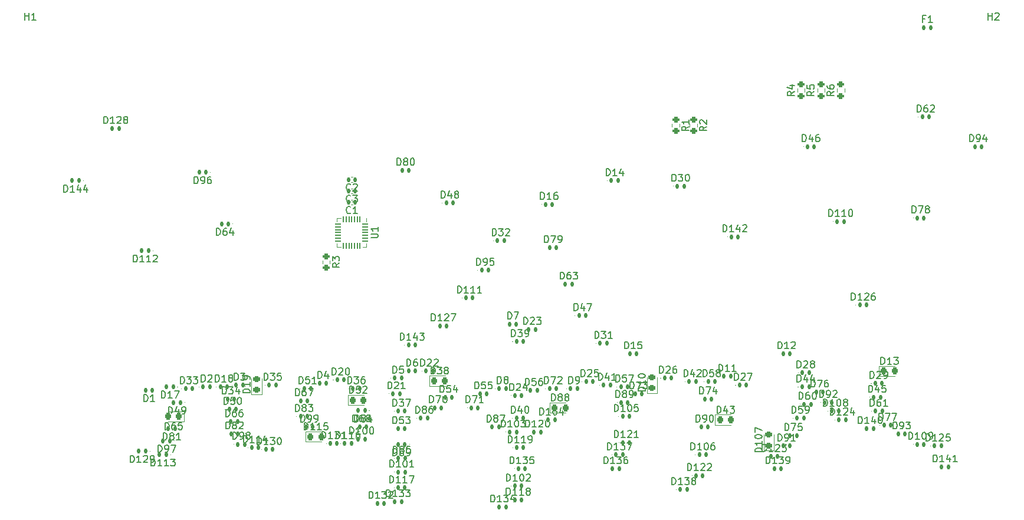
<source format=gto>
G04 #@! TF.GenerationSoftware,KiCad,Pcbnew,6.0.2+dfsg-1*
G04 #@! TF.CreationDate,2023-12-26T19:09:35+01:00*
G04 #@! TF.ProjectId,vesuvius-badge-charlie,76657375-7669-4757-932d-62616467652d,rev?*
G04 #@! TF.SameCoordinates,Original*
G04 #@! TF.FileFunction,Legend,Top*
G04 #@! TF.FilePolarity,Positive*
%FSLAX46Y46*%
G04 Gerber Fmt 4.6, Leading zero omitted, Abs format (unit mm)*
G04 Created by KiCad (PCBNEW 6.0.2+dfsg-1) date 2023-12-26 19:09:35*
%MOMM*%
%LPD*%
G01*
G04 APERTURE LIST*
G04 Aperture macros list*
%AMRoundRect*
0 Rectangle with rounded corners*
0 $1 Rounding radius*
0 $2 $3 $4 $5 $6 $7 $8 $9 X,Y pos of 4 corners*
0 Add a 4 corners polygon primitive as box body*
4,1,4,$2,$3,$4,$5,$6,$7,$8,$9,$2,$3,0*
0 Add four circle primitives for the rounded corners*
1,1,$1+$1,$2,$3*
1,1,$1+$1,$4,$5*
1,1,$1+$1,$6,$7*
1,1,$1+$1,$8,$9*
0 Add four rect primitives between the rounded corners*
20,1,$1+$1,$2,$3,$4,$5,0*
20,1,$1+$1,$4,$5,$6,$7,0*
20,1,$1+$1,$6,$7,$8,$9,0*
20,1,$1+$1,$8,$9,$2,$3,0*%
G04 Aperture macros list end*
%ADD10C,0.150000*%
%ADD11C,0.120000*%
%ADD12C,0.100000*%
%ADD13RoundRect,0.147500X-0.147500X-0.172500X0.147500X-0.172500X0.147500X0.172500X-0.147500X0.172500X0*%
%ADD14R,1.700000X1.700000*%
%ADD15O,1.700000X1.700000*%
%ADD16RoundRect,0.218750X-0.218750X-0.256250X0.218750X-0.256250X0.218750X0.256250X-0.218750X0.256250X0*%
%ADD17RoundRect,0.218750X0.256250X-0.218750X0.256250X0.218750X-0.256250X0.218750X-0.256250X-0.218750X0*%
%ADD18RoundRect,0.218750X0.218750X0.256250X-0.218750X0.256250X-0.218750X-0.256250X0.218750X-0.256250X0*%
%ADD19C,5.300000*%
%ADD20RoundRect,0.050000X-0.050000X0.362500X-0.050000X-0.362500X0.050000X-0.362500X0.050000X0.362500X0*%
%ADD21RoundRect,0.050000X-0.362500X0.050000X-0.362500X-0.050000X0.362500X-0.050000X0.362500X0.050000X0*%
%ADD22R,2.300000X2.300000*%
%ADD23RoundRect,0.147500X0.147500X0.172500X-0.147500X0.172500X-0.147500X-0.172500X0.147500X-0.172500X0*%
%ADD24RoundRect,0.200000X-0.275000X0.200000X-0.275000X-0.200000X0.275000X-0.200000X0.275000X0.200000X0*%
%ADD25RoundRect,0.140000X0.140000X0.170000X-0.140000X0.170000X-0.140000X-0.170000X0.140000X-0.170000X0*%
%ADD26RoundRect,0.200000X0.275000X-0.200000X0.275000X0.200000X-0.275000X0.200000X-0.275000X-0.200000X0*%
G04 APERTURE END LIST*
D10*
X243681666Y-54008571D02*
X243348333Y-54008571D01*
X243348333Y-54532380D02*
X243348333Y-53532380D01*
X243824523Y-53532380D01*
X244729285Y-54532380D02*
X244157857Y-54532380D01*
X244443571Y-54532380D02*
X244443571Y-53532380D01*
X244348333Y-53675238D01*
X244253095Y-53770476D01*
X244157857Y-53818095D01*
X154559523Y-113022380D02*
X154559523Y-112022380D01*
X154797619Y-112022380D01*
X154940476Y-112070000D01*
X155035714Y-112165238D01*
X155083333Y-112260476D01*
X155130952Y-112450952D01*
X155130952Y-112593809D01*
X155083333Y-112784285D01*
X155035714Y-112879523D01*
X154940476Y-112974761D01*
X154797619Y-113022380D01*
X154559523Y-113022380D01*
X156083333Y-113022380D02*
X155511904Y-113022380D01*
X155797619Y-113022380D02*
X155797619Y-112022380D01*
X155702380Y-112165238D01*
X155607142Y-112260476D01*
X155511904Y-112308095D01*
X157035714Y-113022380D02*
X156464285Y-113022380D01*
X156750000Y-113022380D02*
X156750000Y-112022380D01*
X156654761Y-112165238D01*
X156559523Y-112260476D01*
X156464285Y-112308095D01*
X157940476Y-112022380D02*
X157464285Y-112022380D01*
X157416666Y-112498571D01*
X157464285Y-112450952D01*
X157559523Y-112403333D01*
X157797619Y-112403333D01*
X157892857Y-112450952D01*
X157940476Y-112498571D01*
X157988095Y-112593809D01*
X157988095Y-112831904D01*
X157940476Y-112927142D01*
X157892857Y-112974761D01*
X157797619Y-113022380D01*
X157559523Y-113022380D01*
X157464285Y-112974761D01*
X157416666Y-112927142D01*
X220272380Y-116190476D02*
X219272380Y-116190476D01*
X219272380Y-115952380D01*
X219320000Y-115809523D01*
X219415238Y-115714285D01*
X219510476Y-115666666D01*
X219700952Y-115619047D01*
X219843809Y-115619047D01*
X220034285Y-115666666D01*
X220129523Y-115714285D01*
X220224761Y-115809523D01*
X220272380Y-115952380D01*
X220272380Y-116190476D01*
X220272380Y-114666666D02*
X220272380Y-115238095D01*
X220272380Y-114952380D02*
X219272380Y-114952380D01*
X219415238Y-115047619D01*
X219510476Y-115142857D01*
X219558095Y-115238095D01*
X219272380Y-114047619D02*
X219272380Y-113952380D01*
X219320000Y-113857142D01*
X219367619Y-113809523D01*
X219462857Y-113761904D01*
X219653333Y-113714285D01*
X219891428Y-113714285D01*
X220081904Y-113761904D01*
X220177142Y-113809523D01*
X220224761Y-113857142D01*
X220272380Y-113952380D01*
X220272380Y-114047619D01*
X220224761Y-114142857D01*
X220177142Y-114190476D01*
X220081904Y-114238095D01*
X219891428Y-114285714D01*
X219653333Y-114285714D01*
X219462857Y-114238095D01*
X219367619Y-114190476D01*
X219320000Y-114142857D01*
X219272380Y-114047619D01*
X219272380Y-113380952D02*
X219272380Y-112714285D01*
X220272380Y-113142857D01*
X190085714Y-108872380D02*
X190085714Y-107872380D01*
X190323809Y-107872380D01*
X190466666Y-107920000D01*
X190561904Y-108015238D01*
X190609523Y-108110476D01*
X190657142Y-108300952D01*
X190657142Y-108443809D01*
X190609523Y-108634285D01*
X190561904Y-108729523D01*
X190466666Y-108824761D01*
X190323809Y-108872380D01*
X190085714Y-108872380D01*
X191228571Y-108300952D02*
X191133333Y-108253333D01*
X191085714Y-108205714D01*
X191038095Y-108110476D01*
X191038095Y-108062857D01*
X191085714Y-107967619D01*
X191133333Y-107920000D01*
X191228571Y-107872380D01*
X191419047Y-107872380D01*
X191514285Y-107920000D01*
X191561904Y-107967619D01*
X191609523Y-108062857D01*
X191609523Y-108110476D01*
X191561904Y-108205714D01*
X191514285Y-108253333D01*
X191419047Y-108300952D01*
X191228571Y-108300952D01*
X191133333Y-108348571D01*
X191085714Y-108396190D01*
X191038095Y-108491428D01*
X191038095Y-108681904D01*
X191085714Y-108777142D01*
X191133333Y-108824761D01*
X191228571Y-108872380D01*
X191419047Y-108872380D01*
X191514285Y-108824761D01*
X191561904Y-108777142D01*
X191609523Y-108681904D01*
X191609523Y-108491428D01*
X191561904Y-108396190D01*
X191514285Y-108348571D01*
X191419047Y-108300952D01*
X192180952Y-108300952D02*
X192085714Y-108253333D01*
X192038095Y-108205714D01*
X191990476Y-108110476D01*
X191990476Y-108062857D01*
X192038095Y-107967619D01*
X192085714Y-107920000D01*
X192180952Y-107872380D01*
X192371428Y-107872380D01*
X192466666Y-107920000D01*
X192514285Y-107967619D01*
X192561904Y-108062857D01*
X192561904Y-108110476D01*
X192514285Y-108205714D01*
X192466666Y-108253333D01*
X192371428Y-108300952D01*
X192180952Y-108300952D01*
X192085714Y-108348571D01*
X192038095Y-108396190D01*
X191990476Y-108491428D01*
X191990476Y-108681904D01*
X192038095Y-108777142D01*
X192085714Y-108824761D01*
X192180952Y-108872380D01*
X192371428Y-108872380D01*
X192466666Y-108824761D01*
X192514285Y-108777142D01*
X192561904Y-108681904D01*
X192561904Y-108491428D01*
X192514285Y-108396190D01*
X192466666Y-108348571D01*
X192371428Y-108300952D01*
X134600714Y-112982380D02*
X134600714Y-111982380D01*
X134838809Y-111982380D01*
X134981666Y-112030000D01*
X135076904Y-112125238D01*
X135124523Y-112220476D01*
X135172142Y-112410952D01*
X135172142Y-112553809D01*
X135124523Y-112744285D01*
X135076904Y-112839523D01*
X134981666Y-112934761D01*
X134838809Y-112982380D01*
X134600714Y-112982380D01*
X136029285Y-111982380D02*
X135838809Y-111982380D01*
X135743571Y-112030000D01*
X135695952Y-112077619D01*
X135600714Y-112220476D01*
X135553095Y-112410952D01*
X135553095Y-112791904D01*
X135600714Y-112887142D01*
X135648333Y-112934761D01*
X135743571Y-112982380D01*
X135934047Y-112982380D01*
X136029285Y-112934761D01*
X136076904Y-112887142D01*
X136124523Y-112791904D01*
X136124523Y-112553809D01*
X136076904Y-112458571D01*
X136029285Y-112410952D01*
X135934047Y-112363333D01*
X135743571Y-112363333D01*
X135648333Y-112410952D01*
X135600714Y-112458571D01*
X135553095Y-112553809D01*
X137029285Y-111982380D02*
X136553095Y-111982380D01*
X136505476Y-112458571D01*
X136553095Y-112410952D01*
X136648333Y-112363333D01*
X136886428Y-112363333D01*
X136981666Y-112410952D01*
X137029285Y-112458571D01*
X137076904Y-112553809D01*
X137076904Y-112791904D01*
X137029285Y-112887142D01*
X136981666Y-112934761D01*
X136886428Y-112982380D01*
X136648333Y-112982380D01*
X136553095Y-112934761D01*
X136505476Y-112887142D01*
X161100714Y-107772380D02*
X161100714Y-106772380D01*
X161338809Y-106772380D01*
X161481666Y-106820000D01*
X161576904Y-106915238D01*
X161624523Y-107010476D01*
X161672142Y-107200952D01*
X161672142Y-107343809D01*
X161624523Y-107534285D01*
X161576904Y-107629523D01*
X161481666Y-107724761D01*
X161338809Y-107772380D01*
X161100714Y-107772380D01*
X162576904Y-106772380D02*
X162100714Y-106772380D01*
X162053095Y-107248571D01*
X162100714Y-107200952D01*
X162195952Y-107153333D01*
X162434047Y-107153333D01*
X162529285Y-107200952D01*
X162576904Y-107248571D01*
X162624523Y-107343809D01*
X162624523Y-107581904D01*
X162576904Y-107677142D01*
X162529285Y-107724761D01*
X162434047Y-107772380D01*
X162195952Y-107772380D01*
X162100714Y-107724761D01*
X162053095Y-107677142D01*
X163005476Y-106867619D02*
X163053095Y-106820000D01*
X163148333Y-106772380D01*
X163386428Y-106772380D01*
X163481666Y-106820000D01*
X163529285Y-106867619D01*
X163576904Y-106962857D01*
X163576904Y-107058095D01*
X163529285Y-107200952D01*
X162957857Y-107772380D01*
X163576904Y-107772380D01*
X213835714Y-110622380D02*
X213835714Y-109622380D01*
X214073809Y-109622380D01*
X214216666Y-109670000D01*
X214311904Y-109765238D01*
X214359523Y-109860476D01*
X214407142Y-110050952D01*
X214407142Y-110193809D01*
X214359523Y-110384285D01*
X214311904Y-110479523D01*
X214216666Y-110574761D01*
X214073809Y-110622380D01*
X213835714Y-110622380D01*
X215264285Y-109955714D02*
X215264285Y-110622380D01*
X215026190Y-109574761D02*
X214788095Y-110289047D01*
X215407142Y-110289047D01*
X215692857Y-109622380D02*
X216311904Y-109622380D01*
X215978571Y-110003333D01*
X216121428Y-110003333D01*
X216216666Y-110050952D01*
X216264285Y-110098571D01*
X216311904Y-110193809D01*
X216311904Y-110431904D01*
X216264285Y-110527142D01*
X216216666Y-110574761D01*
X216121428Y-110622380D01*
X215835714Y-110622380D01*
X215740476Y-110574761D01*
X215692857Y-110527142D01*
X172785714Y-105022380D02*
X172785714Y-104022380D01*
X173023809Y-104022380D01*
X173166666Y-104070000D01*
X173261904Y-104165238D01*
X173309523Y-104260476D01*
X173357142Y-104450952D01*
X173357142Y-104593809D01*
X173309523Y-104784285D01*
X173261904Y-104879523D01*
X173166666Y-104974761D01*
X173023809Y-105022380D01*
X172785714Y-105022380D01*
X173690476Y-104022380D02*
X174309523Y-104022380D01*
X173976190Y-104403333D01*
X174119047Y-104403333D01*
X174214285Y-104450952D01*
X174261904Y-104498571D01*
X174309523Y-104593809D01*
X174309523Y-104831904D01*
X174261904Y-104927142D01*
X174214285Y-104974761D01*
X174119047Y-105022380D01*
X173833333Y-105022380D01*
X173738095Y-104974761D01*
X173690476Y-104927142D01*
X174880952Y-104450952D02*
X174785714Y-104403333D01*
X174738095Y-104355714D01*
X174690476Y-104260476D01*
X174690476Y-104212857D01*
X174738095Y-104117619D01*
X174785714Y-104070000D01*
X174880952Y-104022380D01*
X175071428Y-104022380D01*
X175166666Y-104070000D01*
X175214285Y-104117619D01*
X175261904Y-104212857D01*
X175261904Y-104260476D01*
X175214285Y-104355714D01*
X175166666Y-104403333D01*
X175071428Y-104450952D01*
X174880952Y-104450952D01*
X174785714Y-104498571D01*
X174738095Y-104546190D01*
X174690476Y-104641428D01*
X174690476Y-104831904D01*
X174738095Y-104927142D01*
X174785714Y-104974761D01*
X174880952Y-105022380D01*
X175071428Y-105022380D01*
X175166666Y-104974761D01*
X175214285Y-104927142D01*
X175261904Y-104831904D01*
X175261904Y-104641428D01*
X175214285Y-104546190D01*
X175166666Y-104498571D01*
X175071428Y-104450952D01*
X146772380Y-107714285D02*
X145772380Y-107714285D01*
X145772380Y-107476190D01*
X145820000Y-107333333D01*
X145915238Y-107238095D01*
X146010476Y-107190476D01*
X146200952Y-107142857D01*
X146343809Y-107142857D01*
X146534285Y-107190476D01*
X146629523Y-107238095D01*
X146724761Y-107333333D01*
X146772380Y-107476190D01*
X146772380Y-107714285D01*
X146772380Y-106190476D02*
X146772380Y-106761904D01*
X146772380Y-106476190D02*
X145772380Y-106476190D01*
X145915238Y-106571428D01*
X146010476Y-106666666D01*
X146058095Y-106761904D01*
X146772380Y-105714285D02*
X146772380Y-105523809D01*
X146724761Y-105428571D01*
X146677142Y-105380952D01*
X146534285Y-105285714D01*
X146343809Y-105238095D01*
X145962857Y-105238095D01*
X145867619Y-105285714D01*
X145820000Y-105333333D01*
X145772380Y-105428571D01*
X145772380Y-105619047D01*
X145820000Y-105714285D01*
X145867619Y-105761904D01*
X145962857Y-105809523D01*
X146200952Y-105809523D01*
X146296190Y-105761904D01*
X146343809Y-105714285D01*
X146391428Y-105619047D01*
X146391428Y-105428571D01*
X146343809Y-105333333D01*
X146296190Y-105285714D01*
X146200952Y-105238095D01*
X237350714Y-103622380D02*
X237350714Y-102622380D01*
X237588809Y-102622380D01*
X237731666Y-102670000D01*
X237826904Y-102765238D01*
X237874523Y-102860476D01*
X237922142Y-103050952D01*
X237922142Y-103193809D01*
X237874523Y-103384285D01*
X237826904Y-103479523D01*
X237731666Y-103574761D01*
X237588809Y-103622380D01*
X237350714Y-103622380D01*
X238874523Y-103622380D02*
X238303095Y-103622380D01*
X238588809Y-103622380D02*
X238588809Y-102622380D01*
X238493571Y-102765238D01*
X238398333Y-102860476D01*
X238303095Y-102908095D01*
X239207857Y-102622380D02*
X239826904Y-102622380D01*
X239493571Y-103003333D01*
X239636428Y-103003333D01*
X239731666Y-103050952D01*
X239779285Y-103098571D01*
X239826904Y-103193809D01*
X239826904Y-103431904D01*
X239779285Y-103527142D01*
X239731666Y-103574761D01*
X239636428Y-103622380D01*
X239350714Y-103622380D01*
X239255476Y-103574761D01*
X239207857Y-103527142D01*
X203522380Y-107464285D02*
X202522380Y-107464285D01*
X202522380Y-107226190D01*
X202570000Y-107083333D01*
X202665238Y-106988095D01*
X202760476Y-106940476D01*
X202950952Y-106892857D01*
X203093809Y-106892857D01*
X203284285Y-106940476D01*
X203379523Y-106988095D01*
X203474761Y-107083333D01*
X203522380Y-107226190D01*
X203522380Y-107464285D01*
X203522380Y-105940476D02*
X203522380Y-106511904D01*
X203522380Y-106226190D02*
X202522380Y-106226190D01*
X202665238Y-106321428D01*
X202760476Y-106416666D01*
X202808095Y-106511904D01*
X202522380Y-105321428D02*
X202522380Y-105226190D01*
X202570000Y-105130952D01*
X202617619Y-105083333D01*
X202712857Y-105035714D01*
X202903333Y-104988095D01*
X203141428Y-104988095D01*
X203331904Y-105035714D01*
X203427142Y-105083333D01*
X203474761Y-105130952D01*
X203522380Y-105226190D01*
X203522380Y-105321428D01*
X203474761Y-105416666D01*
X203427142Y-105464285D01*
X203331904Y-105511904D01*
X203141428Y-105559523D01*
X202903333Y-105559523D01*
X202712857Y-105511904D01*
X202617619Y-105464285D01*
X202570000Y-105416666D01*
X202522380Y-105321428D01*
X252738095Y-54152380D02*
X252738095Y-53152380D01*
X252738095Y-53628571D02*
X253309523Y-53628571D01*
X253309523Y-54152380D02*
X253309523Y-53152380D01*
X253738095Y-53247619D02*
X253785714Y-53200000D01*
X253880952Y-53152380D01*
X254119047Y-53152380D01*
X254214285Y-53200000D01*
X254261904Y-53247619D01*
X254309523Y-53342857D01*
X254309523Y-53438095D01*
X254261904Y-53580952D01*
X253690476Y-54152380D01*
X254309523Y-54152380D01*
X114488095Y-54152380D02*
X114488095Y-53152380D01*
X114488095Y-53628571D02*
X115059523Y-53628571D01*
X115059523Y-54152380D02*
X115059523Y-53152380D01*
X116059523Y-54152380D02*
X115488095Y-54152380D01*
X115773809Y-54152380D02*
X115773809Y-53152380D01*
X115678571Y-53295238D01*
X115583333Y-53390476D01*
X115488095Y-53438095D01*
X144335714Y-114382380D02*
X144335714Y-113382380D01*
X144573809Y-113382380D01*
X144716666Y-113430000D01*
X144811904Y-113525238D01*
X144859523Y-113620476D01*
X144907142Y-113810952D01*
X144907142Y-113953809D01*
X144859523Y-114144285D01*
X144811904Y-114239523D01*
X144716666Y-114334761D01*
X144573809Y-114382380D01*
X144335714Y-114382380D01*
X145383333Y-114382380D02*
X145573809Y-114382380D01*
X145669047Y-114334761D01*
X145716666Y-114287142D01*
X145811904Y-114144285D01*
X145859523Y-113953809D01*
X145859523Y-113572857D01*
X145811904Y-113477619D01*
X145764285Y-113430000D01*
X145669047Y-113382380D01*
X145478571Y-113382380D01*
X145383333Y-113430000D01*
X145335714Y-113477619D01*
X145288095Y-113572857D01*
X145288095Y-113810952D01*
X145335714Y-113906190D01*
X145383333Y-113953809D01*
X145478571Y-114001428D01*
X145669047Y-114001428D01*
X145764285Y-113953809D01*
X145811904Y-113906190D01*
X145859523Y-113810952D01*
X146430952Y-113810952D02*
X146335714Y-113763333D01*
X146288095Y-113715714D01*
X146240476Y-113620476D01*
X146240476Y-113572857D01*
X146288095Y-113477619D01*
X146335714Y-113430000D01*
X146430952Y-113382380D01*
X146621428Y-113382380D01*
X146716666Y-113430000D01*
X146764285Y-113477619D01*
X146811904Y-113572857D01*
X146811904Y-113620476D01*
X146764285Y-113715714D01*
X146716666Y-113763333D01*
X146621428Y-113810952D01*
X146430952Y-113810952D01*
X146335714Y-113858571D01*
X146288095Y-113906190D01*
X146240476Y-114001428D01*
X146240476Y-114191904D01*
X146288095Y-114287142D01*
X146335714Y-114334761D01*
X146430952Y-114382380D01*
X146621428Y-114382380D01*
X146716666Y-114334761D01*
X146764285Y-114287142D01*
X146811904Y-114191904D01*
X146811904Y-114001428D01*
X146764285Y-113906190D01*
X146716666Y-113858571D01*
X146621428Y-113810952D01*
X188374523Y-110882380D02*
X188374523Y-109882380D01*
X188612619Y-109882380D01*
X188755476Y-109930000D01*
X188850714Y-110025238D01*
X188898333Y-110120476D01*
X188945952Y-110310952D01*
X188945952Y-110453809D01*
X188898333Y-110644285D01*
X188850714Y-110739523D01*
X188755476Y-110834761D01*
X188612619Y-110882380D01*
X188374523Y-110882380D01*
X189898333Y-110882380D02*
X189326904Y-110882380D01*
X189612619Y-110882380D02*
X189612619Y-109882380D01*
X189517380Y-110025238D01*
X189422142Y-110120476D01*
X189326904Y-110168095D01*
X190517380Y-109882380D02*
X190612619Y-109882380D01*
X190707857Y-109930000D01*
X190755476Y-109977619D01*
X190803095Y-110072857D01*
X190850714Y-110263333D01*
X190850714Y-110501428D01*
X190803095Y-110691904D01*
X190755476Y-110787142D01*
X190707857Y-110834761D01*
X190612619Y-110882380D01*
X190517380Y-110882380D01*
X190422142Y-110834761D01*
X190374523Y-110787142D01*
X190326904Y-110691904D01*
X190279285Y-110501428D01*
X190279285Y-110263333D01*
X190326904Y-110072857D01*
X190374523Y-109977619D01*
X190422142Y-109930000D01*
X190517380Y-109882380D01*
X191707857Y-110215714D02*
X191707857Y-110882380D01*
X191469761Y-109834761D02*
X191231666Y-110549047D01*
X191850714Y-110549047D01*
X171320714Y-103882380D02*
X171320714Y-102882380D01*
X171558809Y-102882380D01*
X171701666Y-102930000D01*
X171796904Y-103025238D01*
X171844523Y-103120476D01*
X171892142Y-103310952D01*
X171892142Y-103453809D01*
X171844523Y-103644285D01*
X171796904Y-103739523D01*
X171701666Y-103834761D01*
X171558809Y-103882380D01*
X171320714Y-103882380D01*
X172273095Y-102977619D02*
X172320714Y-102930000D01*
X172415952Y-102882380D01*
X172654047Y-102882380D01*
X172749285Y-102930000D01*
X172796904Y-102977619D01*
X172844523Y-103072857D01*
X172844523Y-103168095D01*
X172796904Y-103310952D01*
X172225476Y-103882380D01*
X172844523Y-103882380D01*
X173225476Y-102977619D02*
X173273095Y-102930000D01*
X173368333Y-102882380D01*
X173606428Y-102882380D01*
X173701666Y-102930000D01*
X173749285Y-102977619D01*
X173796904Y-103072857D01*
X173796904Y-103168095D01*
X173749285Y-103310952D01*
X173177857Y-103882380D01*
X173796904Y-103882380D01*
X170585714Y-110632380D02*
X170585714Y-109632380D01*
X170823809Y-109632380D01*
X170966666Y-109680000D01*
X171061904Y-109775238D01*
X171109523Y-109870476D01*
X171157142Y-110060952D01*
X171157142Y-110203809D01*
X171109523Y-110394285D01*
X171061904Y-110489523D01*
X170966666Y-110584761D01*
X170823809Y-110632380D01*
X170585714Y-110632380D01*
X171728571Y-110060952D02*
X171633333Y-110013333D01*
X171585714Y-109965714D01*
X171538095Y-109870476D01*
X171538095Y-109822857D01*
X171585714Y-109727619D01*
X171633333Y-109680000D01*
X171728571Y-109632380D01*
X171919047Y-109632380D01*
X172014285Y-109680000D01*
X172061904Y-109727619D01*
X172109523Y-109822857D01*
X172109523Y-109870476D01*
X172061904Y-109965714D01*
X172014285Y-110013333D01*
X171919047Y-110060952D01*
X171728571Y-110060952D01*
X171633333Y-110108571D01*
X171585714Y-110156190D01*
X171538095Y-110251428D01*
X171538095Y-110441904D01*
X171585714Y-110537142D01*
X171633333Y-110584761D01*
X171728571Y-110632380D01*
X171919047Y-110632380D01*
X172014285Y-110584761D01*
X172061904Y-110537142D01*
X172109523Y-110441904D01*
X172109523Y-110251428D01*
X172061904Y-110156190D01*
X172014285Y-110108571D01*
X171919047Y-110060952D01*
X172966666Y-109632380D02*
X172776190Y-109632380D01*
X172680952Y-109680000D01*
X172633333Y-109727619D01*
X172538095Y-109870476D01*
X172490476Y-110060952D01*
X172490476Y-110441904D01*
X172538095Y-110537142D01*
X172585714Y-110584761D01*
X172680952Y-110632380D01*
X172871428Y-110632380D01*
X172966666Y-110584761D01*
X173014285Y-110537142D01*
X173061904Y-110441904D01*
X173061904Y-110203809D01*
X173014285Y-110108571D01*
X172966666Y-110060952D01*
X172871428Y-110013333D01*
X172680952Y-110013333D01*
X172585714Y-110060952D01*
X172538095Y-110108571D01*
X172490476Y-110203809D01*
X166874523Y-118382380D02*
X166874523Y-117382380D01*
X167112619Y-117382380D01*
X167255476Y-117430000D01*
X167350714Y-117525238D01*
X167398333Y-117620476D01*
X167445952Y-117810952D01*
X167445952Y-117953809D01*
X167398333Y-118144285D01*
X167350714Y-118239523D01*
X167255476Y-118334761D01*
X167112619Y-118382380D01*
X166874523Y-118382380D01*
X168398333Y-118382380D02*
X167826904Y-118382380D01*
X168112619Y-118382380D02*
X168112619Y-117382380D01*
X168017380Y-117525238D01*
X167922142Y-117620476D01*
X167826904Y-117668095D01*
X169017380Y-117382380D02*
X169112619Y-117382380D01*
X169207857Y-117430000D01*
X169255476Y-117477619D01*
X169303095Y-117572857D01*
X169350714Y-117763333D01*
X169350714Y-118001428D01*
X169303095Y-118191904D01*
X169255476Y-118287142D01*
X169207857Y-118334761D01*
X169112619Y-118382380D01*
X169017380Y-118382380D01*
X168922142Y-118334761D01*
X168874523Y-118287142D01*
X168826904Y-118191904D01*
X168779285Y-118001428D01*
X168779285Y-117763333D01*
X168826904Y-117572857D01*
X168874523Y-117477619D01*
X168922142Y-117430000D01*
X169017380Y-117382380D01*
X170303095Y-118382380D02*
X169731666Y-118382380D01*
X170017380Y-118382380D02*
X170017380Y-117382380D01*
X169922142Y-117525238D01*
X169826904Y-117620476D01*
X169731666Y-117668095D01*
X164152380Y-85461904D02*
X164961904Y-85461904D01*
X165057142Y-85414285D01*
X165104761Y-85366666D01*
X165152380Y-85271428D01*
X165152380Y-85080952D01*
X165104761Y-84985714D01*
X165057142Y-84938095D01*
X164961904Y-84890476D01*
X164152380Y-84890476D01*
X165152380Y-83890476D02*
X165152380Y-84461904D01*
X165152380Y-84176190D02*
X164152380Y-84176190D01*
X164295238Y-84271428D01*
X164390476Y-84366666D01*
X164438095Y-84461904D01*
X138785714Y-77672380D02*
X138785714Y-76672380D01*
X139023809Y-76672380D01*
X139166666Y-76720000D01*
X139261904Y-76815238D01*
X139309523Y-76910476D01*
X139357142Y-77100952D01*
X139357142Y-77243809D01*
X139309523Y-77434285D01*
X139261904Y-77529523D01*
X139166666Y-77624761D01*
X139023809Y-77672380D01*
X138785714Y-77672380D01*
X139833333Y-77672380D02*
X140023809Y-77672380D01*
X140119047Y-77624761D01*
X140166666Y-77577142D01*
X140261904Y-77434285D01*
X140309523Y-77243809D01*
X140309523Y-76862857D01*
X140261904Y-76767619D01*
X140214285Y-76720000D01*
X140119047Y-76672380D01*
X139928571Y-76672380D01*
X139833333Y-76720000D01*
X139785714Y-76767619D01*
X139738095Y-76862857D01*
X139738095Y-77100952D01*
X139785714Y-77196190D01*
X139833333Y-77243809D01*
X139928571Y-77291428D01*
X140119047Y-77291428D01*
X140214285Y-77243809D01*
X140261904Y-77196190D01*
X140309523Y-77100952D01*
X141166666Y-76672380D02*
X140976190Y-76672380D01*
X140880952Y-76720000D01*
X140833333Y-76767619D01*
X140738095Y-76910476D01*
X140690476Y-77100952D01*
X140690476Y-77481904D01*
X140738095Y-77577142D01*
X140785714Y-77624761D01*
X140880952Y-77672380D01*
X141071428Y-77672380D01*
X141166666Y-77624761D01*
X141214285Y-77577142D01*
X141261904Y-77481904D01*
X141261904Y-77243809D01*
X141214285Y-77148571D01*
X141166666Y-77100952D01*
X141071428Y-77053333D01*
X140880952Y-77053333D01*
X140785714Y-77100952D01*
X140738095Y-77148571D01*
X140690476Y-77243809D01*
X147859523Y-115132380D02*
X147859523Y-114132380D01*
X148097619Y-114132380D01*
X148240476Y-114180000D01*
X148335714Y-114275238D01*
X148383333Y-114370476D01*
X148430952Y-114560952D01*
X148430952Y-114703809D01*
X148383333Y-114894285D01*
X148335714Y-114989523D01*
X148240476Y-115084761D01*
X148097619Y-115132380D01*
X147859523Y-115132380D01*
X149383333Y-115132380D02*
X148811904Y-115132380D01*
X149097619Y-115132380D02*
X149097619Y-114132380D01*
X149002380Y-114275238D01*
X148907142Y-114370476D01*
X148811904Y-114418095D01*
X149716666Y-114132380D02*
X150335714Y-114132380D01*
X150002380Y-114513333D01*
X150145238Y-114513333D01*
X150240476Y-114560952D01*
X150288095Y-114608571D01*
X150335714Y-114703809D01*
X150335714Y-114941904D01*
X150288095Y-115037142D01*
X150240476Y-115084761D01*
X150145238Y-115132380D01*
X149859523Y-115132380D01*
X149764285Y-115084761D01*
X149716666Y-115037142D01*
X150954761Y-114132380D02*
X151050000Y-114132380D01*
X151145238Y-114180000D01*
X151192857Y-114227619D01*
X151240476Y-114322857D01*
X151288095Y-114513333D01*
X151288095Y-114751428D01*
X151240476Y-114941904D01*
X151192857Y-115037142D01*
X151145238Y-115084761D01*
X151050000Y-115132380D01*
X150954761Y-115132380D01*
X150859523Y-115084761D01*
X150811904Y-115037142D01*
X150764285Y-114941904D01*
X150716666Y-114751428D01*
X150716666Y-114513333D01*
X150764285Y-114322857D01*
X150811904Y-114227619D01*
X150859523Y-114180000D01*
X150954761Y-114132380D01*
X209782380Y-69466666D02*
X209306190Y-69800000D01*
X209782380Y-70038095D02*
X208782380Y-70038095D01*
X208782380Y-69657142D01*
X208830000Y-69561904D01*
X208877619Y-69514285D01*
X208972857Y-69466666D01*
X209115714Y-69466666D01*
X209210952Y-69514285D01*
X209258571Y-69561904D01*
X209306190Y-69657142D01*
X209306190Y-70038095D01*
X209782380Y-68514285D02*
X209782380Y-69085714D01*
X209782380Y-68800000D02*
X208782380Y-68800000D01*
X208925238Y-68895238D01*
X209020476Y-68990476D01*
X209068095Y-69085714D01*
X212332380Y-69466666D02*
X211856190Y-69800000D01*
X212332380Y-70038095D02*
X211332380Y-70038095D01*
X211332380Y-69657142D01*
X211380000Y-69561904D01*
X211427619Y-69514285D01*
X211522857Y-69466666D01*
X211665714Y-69466666D01*
X211760952Y-69514285D01*
X211808571Y-69561904D01*
X211856190Y-69657142D01*
X211856190Y-70038095D01*
X211427619Y-69085714D02*
X211380000Y-69038095D01*
X211332380Y-68942857D01*
X211332380Y-68704761D01*
X211380000Y-68609523D01*
X211427619Y-68561904D01*
X211522857Y-68514285D01*
X211618095Y-68514285D01*
X211760952Y-68561904D01*
X212332380Y-69133333D01*
X212332380Y-68514285D01*
X197609523Y-117882380D02*
X197609523Y-116882380D01*
X197847619Y-116882380D01*
X197990476Y-116930000D01*
X198085714Y-117025238D01*
X198133333Y-117120476D01*
X198180952Y-117310952D01*
X198180952Y-117453809D01*
X198133333Y-117644285D01*
X198085714Y-117739523D01*
X197990476Y-117834761D01*
X197847619Y-117882380D01*
X197609523Y-117882380D01*
X199133333Y-117882380D02*
X198561904Y-117882380D01*
X198847619Y-117882380D02*
X198847619Y-116882380D01*
X198752380Y-117025238D01*
X198657142Y-117120476D01*
X198561904Y-117168095D01*
X199466666Y-116882380D02*
X200085714Y-116882380D01*
X199752380Y-117263333D01*
X199895238Y-117263333D01*
X199990476Y-117310952D01*
X200038095Y-117358571D01*
X200085714Y-117453809D01*
X200085714Y-117691904D01*
X200038095Y-117787142D01*
X199990476Y-117834761D01*
X199895238Y-117882380D01*
X199609523Y-117882380D01*
X199514285Y-117834761D01*
X199466666Y-117787142D01*
X200942857Y-116882380D02*
X200752380Y-116882380D01*
X200657142Y-116930000D01*
X200609523Y-116977619D01*
X200514285Y-117120476D01*
X200466666Y-117310952D01*
X200466666Y-117691904D01*
X200514285Y-117787142D01*
X200561904Y-117834761D01*
X200657142Y-117882380D01*
X200847619Y-117882380D01*
X200942857Y-117834761D01*
X200990476Y-117787142D01*
X201038095Y-117691904D01*
X201038095Y-117453809D01*
X200990476Y-117358571D01*
X200942857Y-117310952D01*
X200847619Y-117263333D01*
X200657142Y-117263333D01*
X200561904Y-117310952D01*
X200514285Y-117358571D01*
X200466666Y-117453809D01*
X235835714Y-109632380D02*
X235835714Y-108632380D01*
X236073809Y-108632380D01*
X236216666Y-108680000D01*
X236311904Y-108775238D01*
X236359523Y-108870476D01*
X236407142Y-109060952D01*
X236407142Y-109203809D01*
X236359523Y-109394285D01*
X236311904Y-109489523D01*
X236216666Y-109584761D01*
X236073809Y-109632380D01*
X235835714Y-109632380D01*
X237264285Y-108632380D02*
X237073809Y-108632380D01*
X236978571Y-108680000D01*
X236930952Y-108727619D01*
X236835714Y-108870476D01*
X236788095Y-109060952D01*
X236788095Y-109441904D01*
X236835714Y-109537142D01*
X236883333Y-109584761D01*
X236978571Y-109632380D01*
X237169047Y-109632380D01*
X237264285Y-109584761D01*
X237311904Y-109537142D01*
X237359523Y-109441904D01*
X237359523Y-109203809D01*
X237311904Y-109108571D01*
X237264285Y-109060952D01*
X237169047Y-109013333D01*
X236978571Y-109013333D01*
X236883333Y-109060952D01*
X236835714Y-109108571D01*
X236788095Y-109203809D01*
X238311904Y-109632380D02*
X237740476Y-109632380D01*
X238026190Y-109632380D02*
X238026190Y-108632380D01*
X237930952Y-108775238D01*
X237835714Y-108870476D01*
X237740476Y-108918095D01*
X216350714Y-105882380D02*
X216350714Y-104882380D01*
X216588809Y-104882380D01*
X216731666Y-104930000D01*
X216826904Y-105025238D01*
X216874523Y-105120476D01*
X216922142Y-105310952D01*
X216922142Y-105453809D01*
X216874523Y-105644285D01*
X216826904Y-105739523D01*
X216731666Y-105834761D01*
X216588809Y-105882380D01*
X216350714Y-105882380D01*
X217303095Y-104977619D02*
X217350714Y-104930000D01*
X217445952Y-104882380D01*
X217684047Y-104882380D01*
X217779285Y-104930000D01*
X217826904Y-104977619D01*
X217874523Y-105072857D01*
X217874523Y-105168095D01*
X217826904Y-105310952D01*
X217255476Y-105882380D01*
X217874523Y-105882380D01*
X218207857Y-104882380D02*
X218874523Y-104882380D01*
X218445952Y-105882380D01*
X183796904Y-97132380D02*
X183796904Y-96132380D01*
X184035000Y-96132380D01*
X184177857Y-96180000D01*
X184273095Y-96275238D01*
X184320714Y-96370476D01*
X184368333Y-96560952D01*
X184368333Y-96703809D01*
X184320714Y-96894285D01*
X184273095Y-96989523D01*
X184177857Y-97084761D01*
X184035000Y-97132380D01*
X183796904Y-97132380D01*
X184701666Y-96132380D02*
X185368333Y-96132380D01*
X184939761Y-97132380D01*
X224585714Y-110632380D02*
X224585714Y-109632380D01*
X224823809Y-109632380D01*
X224966666Y-109680000D01*
X225061904Y-109775238D01*
X225109523Y-109870476D01*
X225157142Y-110060952D01*
X225157142Y-110203809D01*
X225109523Y-110394285D01*
X225061904Y-110489523D01*
X224966666Y-110584761D01*
X224823809Y-110632380D01*
X224585714Y-110632380D01*
X226061904Y-109632380D02*
X225585714Y-109632380D01*
X225538095Y-110108571D01*
X225585714Y-110060952D01*
X225680952Y-110013333D01*
X225919047Y-110013333D01*
X226014285Y-110060952D01*
X226061904Y-110108571D01*
X226109523Y-110203809D01*
X226109523Y-110441904D01*
X226061904Y-110537142D01*
X226014285Y-110584761D01*
X225919047Y-110632380D01*
X225680952Y-110632380D01*
X225585714Y-110584761D01*
X225538095Y-110537142D01*
X226585714Y-110632380D02*
X226776190Y-110632380D01*
X226871428Y-110584761D01*
X226919047Y-110537142D01*
X227014285Y-110394285D01*
X227061904Y-110203809D01*
X227061904Y-109822857D01*
X227014285Y-109727619D01*
X226966666Y-109680000D01*
X226871428Y-109632380D01*
X226680952Y-109632380D01*
X226585714Y-109680000D01*
X226538095Y-109727619D01*
X226490476Y-109822857D01*
X226490476Y-110060952D01*
X226538095Y-110156190D01*
X226585714Y-110203809D01*
X226680952Y-110251428D01*
X226871428Y-110251428D01*
X226966666Y-110203809D01*
X227014285Y-110156190D01*
X227061904Y-110060952D01*
X196320714Y-99882380D02*
X196320714Y-98882380D01*
X196558809Y-98882380D01*
X196701666Y-98930000D01*
X196796904Y-99025238D01*
X196844523Y-99120476D01*
X196892142Y-99310952D01*
X196892142Y-99453809D01*
X196844523Y-99644285D01*
X196796904Y-99739523D01*
X196701666Y-99834761D01*
X196558809Y-99882380D01*
X196320714Y-99882380D01*
X197225476Y-98882380D02*
X197844523Y-98882380D01*
X197511190Y-99263333D01*
X197654047Y-99263333D01*
X197749285Y-99310952D01*
X197796904Y-99358571D01*
X197844523Y-99453809D01*
X197844523Y-99691904D01*
X197796904Y-99787142D01*
X197749285Y-99834761D01*
X197654047Y-99882380D01*
X197368333Y-99882380D01*
X197273095Y-99834761D01*
X197225476Y-99787142D01*
X198796904Y-99882380D02*
X198225476Y-99882380D01*
X198511190Y-99882380D02*
X198511190Y-98882380D01*
X198415952Y-99025238D01*
X198320714Y-99120476D01*
X198225476Y-99168095D01*
X159159523Y-114282380D02*
X159159523Y-113282380D01*
X159397619Y-113282380D01*
X159540476Y-113330000D01*
X159635714Y-113425238D01*
X159683333Y-113520476D01*
X159730952Y-113710952D01*
X159730952Y-113853809D01*
X159683333Y-114044285D01*
X159635714Y-114139523D01*
X159540476Y-114234761D01*
X159397619Y-114282380D01*
X159159523Y-114282380D01*
X160683333Y-114282380D02*
X160111904Y-114282380D01*
X160397619Y-114282380D02*
X160397619Y-113282380D01*
X160302380Y-113425238D01*
X160207142Y-113520476D01*
X160111904Y-113568095D01*
X161635714Y-114282380D02*
X161064285Y-114282380D01*
X161350000Y-114282380D02*
X161350000Y-113282380D01*
X161254761Y-113425238D01*
X161159523Y-113520476D01*
X161064285Y-113568095D01*
X162492857Y-113282380D02*
X162302380Y-113282380D01*
X162207142Y-113330000D01*
X162159523Y-113377619D01*
X162064285Y-113520476D01*
X162016666Y-113710952D01*
X162016666Y-114091904D01*
X162064285Y-114187142D01*
X162111904Y-114234761D01*
X162207142Y-114282380D01*
X162397619Y-114282380D01*
X162492857Y-114234761D01*
X162540476Y-114187142D01*
X162588095Y-114091904D01*
X162588095Y-113853809D01*
X162540476Y-113758571D01*
X162492857Y-113710952D01*
X162397619Y-113663333D01*
X162207142Y-113663333D01*
X162111904Y-113710952D01*
X162064285Y-113758571D01*
X162016666Y-113853809D01*
X239100714Y-112882380D02*
X239100714Y-111882380D01*
X239338809Y-111882380D01*
X239481666Y-111930000D01*
X239576904Y-112025238D01*
X239624523Y-112120476D01*
X239672142Y-112310952D01*
X239672142Y-112453809D01*
X239624523Y-112644285D01*
X239576904Y-112739523D01*
X239481666Y-112834761D01*
X239338809Y-112882380D01*
X239100714Y-112882380D01*
X240148333Y-112882380D02*
X240338809Y-112882380D01*
X240434047Y-112834761D01*
X240481666Y-112787142D01*
X240576904Y-112644285D01*
X240624523Y-112453809D01*
X240624523Y-112072857D01*
X240576904Y-111977619D01*
X240529285Y-111930000D01*
X240434047Y-111882380D01*
X240243571Y-111882380D01*
X240148333Y-111930000D01*
X240100714Y-111977619D01*
X240053095Y-112072857D01*
X240053095Y-112310952D01*
X240100714Y-112406190D01*
X240148333Y-112453809D01*
X240243571Y-112501428D01*
X240434047Y-112501428D01*
X240529285Y-112453809D01*
X240576904Y-112406190D01*
X240624523Y-112310952D01*
X240957857Y-111882380D02*
X241576904Y-111882380D01*
X241243571Y-112263333D01*
X241386428Y-112263333D01*
X241481666Y-112310952D01*
X241529285Y-112358571D01*
X241576904Y-112453809D01*
X241576904Y-112691904D01*
X241529285Y-112787142D01*
X241481666Y-112834761D01*
X241386428Y-112882380D01*
X241100714Y-112882380D01*
X241005476Y-112834761D01*
X240957857Y-112787142D01*
X214085714Y-104632380D02*
X214085714Y-103632380D01*
X214323809Y-103632380D01*
X214466666Y-103680000D01*
X214561904Y-103775238D01*
X214609523Y-103870476D01*
X214657142Y-104060952D01*
X214657142Y-104203809D01*
X214609523Y-104394285D01*
X214561904Y-104489523D01*
X214466666Y-104584761D01*
X214323809Y-104632380D01*
X214085714Y-104632380D01*
X215609523Y-104632380D02*
X215038095Y-104632380D01*
X215323809Y-104632380D02*
X215323809Y-103632380D01*
X215228571Y-103775238D01*
X215133333Y-103870476D01*
X215038095Y-103918095D01*
X216561904Y-104632380D02*
X215990476Y-104632380D01*
X216276190Y-104632380D02*
X216276190Y-103632380D01*
X216180952Y-103775238D01*
X216085714Y-103870476D01*
X215990476Y-103918095D01*
X200570714Y-101382380D02*
X200570714Y-100382380D01*
X200808809Y-100382380D01*
X200951666Y-100430000D01*
X201046904Y-100525238D01*
X201094523Y-100620476D01*
X201142142Y-100810952D01*
X201142142Y-100953809D01*
X201094523Y-101144285D01*
X201046904Y-101239523D01*
X200951666Y-101334761D01*
X200808809Y-101382380D01*
X200570714Y-101382380D01*
X202094523Y-101382380D02*
X201523095Y-101382380D01*
X201808809Y-101382380D02*
X201808809Y-100382380D01*
X201713571Y-100525238D01*
X201618333Y-100620476D01*
X201523095Y-100668095D01*
X202999285Y-100382380D02*
X202523095Y-100382380D01*
X202475476Y-100858571D01*
X202523095Y-100810952D01*
X202618333Y-100763333D01*
X202856428Y-100763333D01*
X202951666Y-100810952D01*
X202999285Y-100858571D01*
X203046904Y-100953809D01*
X203046904Y-101191904D01*
X202999285Y-101287142D01*
X202951666Y-101334761D01*
X202856428Y-101382380D01*
X202618333Y-101382380D01*
X202523095Y-101334761D01*
X202475476Y-101287142D01*
X222585714Y-101382380D02*
X222585714Y-100382380D01*
X222823809Y-100382380D01*
X222966666Y-100430000D01*
X223061904Y-100525238D01*
X223109523Y-100620476D01*
X223157142Y-100810952D01*
X223157142Y-100953809D01*
X223109523Y-101144285D01*
X223061904Y-101239523D01*
X222966666Y-101334761D01*
X222823809Y-101382380D01*
X222585714Y-101382380D01*
X224109523Y-101382380D02*
X223538095Y-101382380D01*
X223823809Y-101382380D02*
X223823809Y-100382380D01*
X223728571Y-100525238D01*
X223633333Y-100620476D01*
X223538095Y-100668095D01*
X224490476Y-100477619D02*
X224538095Y-100430000D01*
X224633333Y-100382380D01*
X224871428Y-100382380D01*
X224966666Y-100430000D01*
X225014285Y-100477619D01*
X225061904Y-100572857D01*
X225061904Y-100668095D01*
X225014285Y-100810952D01*
X224442857Y-101382380D01*
X225061904Y-101382380D01*
X134085714Y-108472380D02*
X134085714Y-107472380D01*
X134323809Y-107472380D01*
X134466666Y-107520000D01*
X134561904Y-107615238D01*
X134609523Y-107710476D01*
X134657142Y-107900952D01*
X134657142Y-108043809D01*
X134609523Y-108234285D01*
X134561904Y-108329523D01*
X134466666Y-108424761D01*
X134323809Y-108472380D01*
X134085714Y-108472380D01*
X135609523Y-108472380D02*
X135038095Y-108472380D01*
X135323809Y-108472380D02*
X135323809Y-107472380D01*
X135228571Y-107615238D01*
X135133333Y-107710476D01*
X135038095Y-107758095D01*
X135942857Y-107472380D02*
X136609523Y-107472380D01*
X136180952Y-108472380D01*
X183609523Y-120382380D02*
X183609523Y-119382380D01*
X183847619Y-119382380D01*
X183990476Y-119430000D01*
X184085714Y-119525238D01*
X184133333Y-119620476D01*
X184180952Y-119810952D01*
X184180952Y-119953809D01*
X184133333Y-120144285D01*
X184085714Y-120239523D01*
X183990476Y-120334761D01*
X183847619Y-120382380D01*
X183609523Y-120382380D01*
X185133333Y-120382380D02*
X184561904Y-120382380D01*
X184847619Y-120382380D02*
X184847619Y-119382380D01*
X184752380Y-119525238D01*
X184657142Y-119620476D01*
X184561904Y-119668095D01*
X185752380Y-119382380D02*
X185847619Y-119382380D01*
X185942857Y-119430000D01*
X185990476Y-119477619D01*
X186038095Y-119572857D01*
X186085714Y-119763333D01*
X186085714Y-120001428D01*
X186038095Y-120191904D01*
X185990476Y-120287142D01*
X185942857Y-120334761D01*
X185847619Y-120382380D01*
X185752380Y-120382380D01*
X185657142Y-120334761D01*
X185609523Y-120287142D01*
X185561904Y-120191904D01*
X185514285Y-120001428D01*
X185514285Y-119763333D01*
X185561904Y-119572857D01*
X185609523Y-119477619D01*
X185657142Y-119430000D01*
X185752380Y-119382380D01*
X186466666Y-119477619D02*
X186514285Y-119430000D01*
X186609523Y-119382380D01*
X186847619Y-119382380D01*
X186942857Y-119430000D01*
X186990476Y-119477619D01*
X187038095Y-119572857D01*
X187038095Y-119668095D01*
X186990476Y-119810952D01*
X186419047Y-120382380D01*
X187038095Y-120382380D01*
X142835714Y-107882380D02*
X142835714Y-106882380D01*
X143073809Y-106882380D01*
X143216666Y-106930000D01*
X143311904Y-107025238D01*
X143359523Y-107120476D01*
X143407142Y-107310952D01*
X143407142Y-107453809D01*
X143359523Y-107644285D01*
X143311904Y-107739523D01*
X143216666Y-107834761D01*
X143073809Y-107882380D01*
X142835714Y-107882380D01*
X143740476Y-106882380D02*
X144359523Y-106882380D01*
X144026190Y-107263333D01*
X144169047Y-107263333D01*
X144264285Y-107310952D01*
X144311904Y-107358571D01*
X144359523Y-107453809D01*
X144359523Y-107691904D01*
X144311904Y-107787142D01*
X144264285Y-107834761D01*
X144169047Y-107882380D01*
X143883333Y-107882380D01*
X143788095Y-107834761D01*
X143740476Y-107787142D01*
X145216666Y-107215714D02*
X145216666Y-107882380D01*
X144978571Y-106834761D02*
X144740476Y-107549047D01*
X145359523Y-107549047D01*
X198109523Y-115882380D02*
X198109523Y-114882380D01*
X198347619Y-114882380D01*
X198490476Y-114930000D01*
X198585714Y-115025238D01*
X198633333Y-115120476D01*
X198680952Y-115310952D01*
X198680952Y-115453809D01*
X198633333Y-115644285D01*
X198585714Y-115739523D01*
X198490476Y-115834761D01*
X198347619Y-115882380D01*
X198109523Y-115882380D01*
X199633333Y-115882380D02*
X199061904Y-115882380D01*
X199347619Y-115882380D02*
X199347619Y-114882380D01*
X199252380Y-115025238D01*
X199157142Y-115120476D01*
X199061904Y-115168095D01*
X199966666Y-114882380D02*
X200585714Y-114882380D01*
X200252380Y-115263333D01*
X200395238Y-115263333D01*
X200490476Y-115310952D01*
X200538095Y-115358571D01*
X200585714Y-115453809D01*
X200585714Y-115691904D01*
X200538095Y-115787142D01*
X200490476Y-115834761D01*
X200395238Y-115882380D01*
X200109523Y-115882380D01*
X200014285Y-115834761D01*
X199966666Y-115787142D01*
X200919047Y-114882380D02*
X201585714Y-114882380D01*
X201157142Y-115882380D01*
X184124523Y-117882380D02*
X184124523Y-116882380D01*
X184362619Y-116882380D01*
X184505476Y-116930000D01*
X184600714Y-117025238D01*
X184648333Y-117120476D01*
X184695952Y-117310952D01*
X184695952Y-117453809D01*
X184648333Y-117644285D01*
X184600714Y-117739523D01*
X184505476Y-117834761D01*
X184362619Y-117882380D01*
X184124523Y-117882380D01*
X185648333Y-117882380D02*
X185076904Y-117882380D01*
X185362619Y-117882380D02*
X185362619Y-116882380D01*
X185267380Y-117025238D01*
X185172142Y-117120476D01*
X185076904Y-117168095D01*
X185981666Y-116882380D02*
X186600714Y-116882380D01*
X186267380Y-117263333D01*
X186410238Y-117263333D01*
X186505476Y-117310952D01*
X186553095Y-117358571D01*
X186600714Y-117453809D01*
X186600714Y-117691904D01*
X186553095Y-117787142D01*
X186505476Y-117834761D01*
X186410238Y-117882380D01*
X186124523Y-117882380D01*
X186029285Y-117834761D01*
X185981666Y-117787142D01*
X187505476Y-116882380D02*
X187029285Y-116882380D01*
X186981666Y-117358571D01*
X187029285Y-117310952D01*
X187124523Y-117263333D01*
X187362619Y-117263333D01*
X187457857Y-117310952D01*
X187505476Y-117358571D01*
X187553095Y-117453809D01*
X187553095Y-117691904D01*
X187505476Y-117787142D01*
X187457857Y-117834761D01*
X187362619Y-117882380D01*
X187124523Y-117882380D01*
X187029285Y-117834761D01*
X186981666Y-117787142D01*
X188500714Y-79932380D02*
X188500714Y-78932380D01*
X188738809Y-78932380D01*
X188881666Y-78980000D01*
X188976904Y-79075238D01*
X189024523Y-79170476D01*
X189072142Y-79360952D01*
X189072142Y-79503809D01*
X189024523Y-79694285D01*
X188976904Y-79789523D01*
X188881666Y-79884761D01*
X188738809Y-79932380D01*
X188500714Y-79932380D01*
X190024523Y-79932380D02*
X189453095Y-79932380D01*
X189738809Y-79932380D02*
X189738809Y-78932380D01*
X189643571Y-79075238D01*
X189548333Y-79170476D01*
X189453095Y-79218095D01*
X190881666Y-78932380D02*
X190691190Y-78932380D01*
X190595952Y-78980000D01*
X190548333Y-79027619D01*
X190453095Y-79170476D01*
X190405476Y-79360952D01*
X190405476Y-79741904D01*
X190453095Y-79837142D01*
X190500714Y-79884761D01*
X190595952Y-79932380D01*
X190786428Y-79932380D01*
X190881666Y-79884761D01*
X190929285Y-79837142D01*
X190976904Y-79741904D01*
X190976904Y-79503809D01*
X190929285Y-79408571D01*
X190881666Y-79360952D01*
X190786428Y-79313333D01*
X190595952Y-79313333D01*
X190500714Y-79360952D01*
X190453095Y-79408571D01*
X190405476Y-79503809D01*
X179335714Y-89382380D02*
X179335714Y-88382380D01*
X179573809Y-88382380D01*
X179716666Y-88430000D01*
X179811904Y-88525238D01*
X179859523Y-88620476D01*
X179907142Y-88810952D01*
X179907142Y-88953809D01*
X179859523Y-89144285D01*
X179811904Y-89239523D01*
X179716666Y-89334761D01*
X179573809Y-89382380D01*
X179335714Y-89382380D01*
X180383333Y-89382380D02*
X180573809Y-89382380D01*
X180669047Y-89334761D01*
X180716666Y-89287142D01*
X180811904Y-89144285D01*
X180859523Y-88953809D01*
X180859523Y-88572857D01*
X180811904Y-88477619D01*
X180764285Y-88430000D01*
X180669047Y-88382380D01*
X180478571Y-88382380D01*
X180383333Y-88430000D01*
X180335714Y-88477619D01*
X180288095Y-88572857D01*
X180288095Y-88810952D01*
X180335714Y-88906190D01*
X180383333Y-88953809D01*
X180478571Y-89001428D01*
X180669047Y-89001428D01*
X180764285Y-88953809D01*
X180811904Y-88906190D01*
X180859523Y-88810952D01*
X181764285Y-88382380D02*
X181288095Y-88382380D01*
X181240476Y-88858571D01*
X181288095Y-88810952D01*
X181383333Y-88763333D01*
X181621428Y-88763333D01*
X181716666Y-88810952D01*
X181764285Y-88858571D01*
X181811904Y-88953809D01*
X181811904Y-89191904D01*
X181764285Y-89287142D01*
X181716666Y-89334761D01*
X181621428Y-89382380D01*
X181383333Y-89382380D01*
X181288095Y-89334761D01*
X181240476Y-89287142D01*
X192561904Y-106382380D02*
X192561904Y-105382380D01*
X192800000Y-105382380D01*
X192942857Y-105430000D01*
X193038095Y-105525238D01*
X193085714Y-105620476D01*
X193133333Y-105810952D01*
X193133333Y-105953809D01*
X193085714Y-106144285D01*
X193038095Y-106239523D01*
X192942857Y-106334761D01*
X192800000Y-106382380D01*
X192561904Y-106382380D01*
X193609523Y-106382380D02*
X193800000Y-106382380D01*
X193895238Y-106334761D01*
X193942857Y-106287142D01*
X194038095Y-106144285D01*
X194085714Y-105953809D01*
X194085714Y-105572857D01*
X194038095Y-105477619D01*
X193990476Y-105430000D01*
X193895238Y-105382380D01*
X193704761Y-105382380D01*
X193609523Y-105430000D01*
X193561904Y-105477619D01*
X193514285Y-105572857D01*
X193514285Y-105810952D01*
X193561904Y-105906190D01*
X193609523Y-105953809D01*
X193704761Y-106001428D01*
X193895238Y-106001428D01*
X193990476Y-105953809D01*
X194038095Y-105906190D01*
X194085714Y-105810952D01*
X125809523Y-69032380D02*
X125809523Y-68032380D01*
X126047619Y-68032380D01*
X126190476Y-68080000D01*
X126285714Y-68175238D01*
X126333333Y-68270476D01*
X126380952Y-68460952D01*
X126380952Y-68603809D01*
X126333333Y-68794285D01*
X126285714Y-68889523D01*
X126190476Y-68984761D01*
X126047619Y-69032380D01*
X125809523Y-69032380D01*
X127333333Y-69032380D02*
X126761904Y-69032380D01*
X127047619Y-69032380D02*
X127047619Y-68032380D01*
X126952380Y-68175238D01*
X126857142Y-68270476D01*
X126761904Y-68318095D01*
X127714285Y-68127619D02*
X127761904Y-68080000D01*
X127857142Y-68032380D01*
X128095238Y-68032380D01*
X128190476Y-68080000D01*
X128238095Y-68127619D01*
X128285714Y-68222857D01*
X128285714Y-68318095D01*
X128238095Y-68460952D01*
X127666666Y-69032380D01*
X128285714Y-69032380D01*
X128857142Y-68460952D02*
X128761904Y-68413333D01*
X128714285Y-68365714D01*
X128666666Y-68270476D01*
X128666666Y-68222857D01*
X128714285Y-68127619D01*
X128761904Y-68080000D01*
X128857142Y-68032380D01*
X129047619Y-68032380D01*
X129142857Y-68080000D01*
X129190476Y-68127619D01*
X129238095Y-68222857D01*
X129238095Y-68270476D01*
X129190476Y-68365714D01*
X129142857Y-68413333D01*
X129047619Y-68460952D01*
X128857142Y-68460952D01*
X128761904Y-68508571D01*
X128714285Y-68556190D01*
X128666666Y-68651428D01*
X128666666Y-68841904D01*
X128714285Y-68937142D01*
X128761904Y-68984761D01*
X128857142Y-69032380D01*
X129047619Y-69032380D01*
X129142857Y-68984761D01*
X129190476Y-68937142D01*
X129238095Y-68841904D01*
X129238095Y-68651428D01*
X129190476Y-68556190D01*
X129142857Y-68508571D01*
X129047619Y-68460952D01*
X199320714Y-108382380D02*
X199320714Y-107382380D01*
X199558809Y-107382380D01*
X199701666Y-107430000D01*
X199796904Y-107525238D01*
X199844523Y-107620476D01*
X199892142Y-107810952D01*
X199892142Y-107953809D01*
X199844523Y-108144285D01*
X199796904Y-108239523D01*
X199701666Y-108334761D01*
X199558809Y-108382380D01*
X199320714Y-108382380D01*
X200463571Y-107810952D02*
X200368333Y-107763333D01*
X200320714Y-107715714D01*
X200273095Y-107620476D01*
X200273095Y-107572857D01*
X200320714Y-107477619D01*
X200368333Y-107430000D01*
X200463571Y-107382380D01*
X200654047Y-107382380D01*
X200749285Y-107430000D01*
X200796904Y-107477619D01*
X200844523Y-107572857D01*
X200844523Y-107620476D01*
X200796904Y-107715714D01*
X200749285Y-107763333D01*
X200654047Y-107810952D01*
X200463571Y-107810952D01*
X200368333Y-107858571D01*
X200320714Y-107906190D01*
X200273095Y-108001428D01*
X200273095Y-108191904D01*
X200320714Y-108287142D01*
X200368333Y-108334761D01*
X200463571Y-108382380D01*
X200654047Y-108382380D01*
X200749285Y-108334761D01*
X200796904Y-108287142D01*
X200844523Y-108191904D01*
X200844523Y-108001428D01*
X200796904Y-107906190D01*
X200749285Y-107858571D01*
X200654047Y-107810952D01*
X201320714Y-108382380D02*
X201511190Y-108382380D01*
X201606428Y-108334761D01*
X201654047Y-108287142D01*
X201749285Y-108144285D01*
X201796904Y-107953809D01*
X201796904Y-107572857D01*
X201749285Y-107477619D01*
X201701666Y-107430000D01*
X201606428Y-107382380D01*
X201415952Y-107382380D01*
X201320714Y-107430000D01*
X201273095Y-107477619D01*
X201225476Y-107572857D01*
X201225476Y-107810952D01*
X201273095Y-107906190D01*
X201320714Y-107953809D01*
X201415952Y-108001428D01*
X201606428Y-108001428D01*
X201701666Y-107953809D01*
X201749285Y-107906190D01*
X201796904Y-107810952D01*
X234109523Y-112132380D02*
X234109523Y-111132380D01*
X234347619Y-111132380D01*
X234490476Y-111180000D01*
X234585714Y-111275238D01*
X234633333Y-111370476D01*
X234680952Y-111560952D01*
X234680952Y-111703809D01*
X234633333Y-111894285D01*
X234585714Y-111989523D01*
X234490476Y-112084761D01*
X234347619Y-112132380D01*
X234109523Y-112132380D01*
X235633333Y-112132380D02*
X235061904Y-112132380D01*
X235347619Y-112132380D02*
X235347619Y-111132380D01*
X235252380Y-111275238D01*
X235157142Y-111370476D01*
X235061904Y-111418095D01*
X236490476Y-111465714D02*
X236490476Y-112132380D01*
X236252380Y-111084761D02*
X236014285Y-111799047D01*
X236633333Y-111799047D01*
X237204761Y-111132380D02*
X237300000Y-111132380D01*
X237395238Y-111180000D01*
X237442857Y-111227619D01*
X237490476Y-111322857D01*
X237538095Y-111513333D01*
X237538095Y-111751428D01*
X237490476Y-111941904D01*
X237442857Y-112037142D01*
X237395238Y-112084761D01*
X237300000Y-112132380D01*
X237204761Y-112132380D01*
X237109523Y-112084761D01*
X237061904Y-112037142D01*
X237014285Y-111941904D01*
X236966666Y-111751428D01*
X236966666Y-111513333D01*
X237014285Y-111322857D01*
X237061904Y-111227619D01*
X237109523Y-111180000D01*
X237204761Y-111132380D01*
X172844523Y-97382380D02*
X172844523Y-96382380D01*
X173082619Y-96382380D01*
X173225476Y-96430000D01*
X173320714Y-96525238D01*
X173368333Y-96620476D01*
X173415952Y-96810952D01*
X173415952Y-96953809D01*
X173368333Y-97144285D01*
X173320714Y-97239523D01*
X173225476Y-97334761D01*
X173082619Y-97382380D01*
X172844523Y-97382380D01*
X174368333Y-97382380D02*
X173796904Y-97382380D01*
X174082619Y-97382380D02*
X174082619Y-96382380D01*
X173987380Y-96525238D01*
X173892142Y-96620476D01*
X173796904Y-96668095D01*
X174749285Y-96477619D02*
X174796904Y-96430000D01*
X174892142Y-96382380D01*
X175130238Y-96382380D01*
X175225476Y-96430000D01*
X175273095Y-96477619D01*
X175320714Y-96572857D01*
X175320714Y-96668095D01*
X175273095Y-96810952D01*
X174701666Y-97382380D01*
X175320714Y-97382380D01*
X175654047Y-96382380D02*
X176320714Y-96382380D01*
X175892142Y-97382380D01*
X241835714Y-81882380D02*
X241835714Y-80882380D01*
X242073809Y-80882380D01*
X242216666Y-80930000D01*
X242311904Y-81025238D01*
X242359523Y-81120476D01*
X242407142Y-81310952D01*
X242407142Y-81453809D01*
X242359523Y-81644285D01*
X242311904Y-81739523D01*
X242216666Y-81834761D01*
X242073809Y-81882380D01*
X241835714Y-81882380D01*
X242740476Y-80882380D02*
X243407142Y-80882380D01*
X242978571Y-81882380D01*
X243930952Y-81310952D02*
X243835714Y-81263333D01*
X243788095Y-81215714D01*
X243740476Y-81120476D01*
X243740476Y-81072857D01*
X243788095Y-80977619D01*
X243835714Y-80930000D01*
X243930952Y-80882380D01*
X244121428Y-80882380D01*
X244216666Y-80930000D01*
X244264285Y-80977619D01*
X244311904Y-81072857D01*
X244311904Y-81120476D01*
X244264285Y-81215714D01*
X244216666Y-81263333D01*
X244121428Y-81310952D01*
X243930952Y-81310952D01*
X243835714Y-81358571D01*
X243788095Y-81406190D01*
X243740476Y-81501428D01*
X243740476Y-81691904D01*
X243788095Y-81787142D01*
X243835714Y-81834761D01*
X243930952Y-81882380D01*
X244121428Y-81882380D01*
X244216666Y-81834761D01*
X244264285Y-81787142D01*
X244311904Y-81691904D01*
X244311904Y-81501428D01*
X244264285Y-81406190D01*
X244216666Y-81358571D01*
X244121428Y-81310952D01*
X207344523Y-120882380D02*
X207344523Y-119882380D01*
X207582619Y-119882380D01*
X207725476Y-119930000D01*
X207820714Y-120025238D01*
X207868333Y-120120476D01*
X207915952Y-120310952D01*
X207915952Y-120453809D01*
X207868333Y-120644285D01*
X207820714Y-120739523D01*
X207725476Y-120834761D01*
X207582619Y-120882380D01*
X207344523Y-120882380D01*
X208868333Y-120882380D02*
X208296904Y-120882380D01*
X208582619Y-120882380D02*
X208582619Y-119882380D01*
X208487380Y-120025238D01*
X208392142Y-120120476D01*
X208296904Y-120168095D01*
X209201666Y-119882380D02*
X209820714Y-119882380D01*
X209487380Y-120263333D01*
X209630238Y-120263333D01*
X209725476Y-120310952D01*
X209773095Y-120358571D01*
X209820714Y-120453809D01*
X209820714Y-120691904D01*
X209773095Y-120787142D01*
X209725476Y-120834761D01*
X209630238Y-120882380D01*
X209344523Y-120882380D01*
X209249285Y-120834761D01*
X209201666Y-120787142D01*
X210392142Y-120310952D02*
X210296904Y-120263333D01*
X210249285Y-120215714D01*
X210201666Y-120120476D01*
X210201666Y-120072857D01*
X210249285Y-119977619D01*
X210296904Y-119930000D01*
X210392142Y-119882380D01*
X210582619Y-119882380D01*
X210677857Y-119930000D01*
X210725476Y-119977619D01*
X210773095Y-120072857D01*
X210773095Y-120120476D01*
X210725476Y-120215714D01*
X210677857Y-120263333D01*
X210582619Y-120310952D01*
X210392142Y-120310952D01*
X210296904Y-120358571D01*
X210249285Y-120406190D01*
X210201666Y-120501428D01*
X210201666Y-120691904D01*
X210249285Y-120787142D01*
X210296904Y-120834761D01*
X210392142Y-120882380D01*
X210582619Y-120882380D01*
X210677857Y-120834761D01*
X210725476Y-120787142D01*
X210773095Y-120691904D01*
X210773095Y-120501428D01*
X210725476Y-120406190D01*
X210677857Y-120358571D01*
X210582619Y-120310952D01*
X184100714Y-107382380D02*
X184100714Y-106382380D01*
X184338809Y-106382380D01*
X184481666Y-106430000D01*
X184576904Y-106525238D01*
X184624523Y-106620476D01*
X184672142Y-106810952D01*
X184672142Y-106953809D01*
X184624523Y-107144285D01*
X184576904Y-107239523D01*
X184481666Y-107334761D01*
X184338809Y-107382380D01*
X184100714Y-107382380D01*
X185053095Y-106477619D02*
X185100714Y-106430000D01*
X185195952Y-106382380D01*
X185434047Y-106382380D01*
X185529285Y-106430000D01*
X185576904Y-106477619D01*
X185624523Y-106572857D01*
X185624523Y-106668095D01*
X185576904Y-106810952D01*
X185005476Y-107382380D01*
X185624523Y-107382380D01*
X186481666Y-106715714D02*
X186481666Y-107382380D01*
X186243571Y-106334761D02*
X186005476Y-107049047D01*
X186624523Y-107049047D01*
X229859523Y-82382380D02*
X229859523Y-81382380D01*
X230097619Y-81382380D01*
X230240476Y-81430000D01*
X230335714Y-81525238D01*
X230383333Y-81620476D01*
X230430952Y-81810952D01*
X230430952Y-81953809D01*
X230383333Y-82144285D01*
X230335714Y-82239523D01*
X230240476Y-82334761D01*
X230097619Y-82382380D01*
X229859523Y-82382380D01*
X231383333Y-82382380D02*
X230811904Y-82382380D01*
X231097619Y-82382380D02*
X231097619Y-81382380D01*
X231002380Y-81525238D01*
X230907142Y-81620476D01*
X230811904Y-81668095D01*
X232335714Y-82382380D02*
X231764285Y-82382380D01*
X232050000Y-82382380D02*
X232050000Y-81382380D01*
X231954761Y-81525238D01*
X231859523Y-81620476D01*
X231764285Y-81668095D01*
X232954761Y-81382380D02*
X233050000Y-81382380D01*
X233145238Y-81430000D01*
X233192857Y-81477619D01*
X233240476Y-81572857D01*
X233288095Y-81763333D01*
X233288095Y-82001428D01*
X233240476Y-82191904D01*
X233192857Y-82287142D01*
X233145238Y-82334761D01*
X233050000Y-82382380D01*
X232954761Y-82382380D01*
X232859523Y-82334761D01*
X232811904Y-82287142D01*
X232764285Y-82191904D01*
X232716666Y-82001428D01*
X232716666Y-81763333D01*
X232764285Y-81572857D01*
X232811904Y-81477619D01*
X232859523Y-81430000D01*
X232954761Y-81382380D01*
X145859523Y-114882380D02*
X145859523Y-113882380D01*
X146097619Y-113882380D01*
X146240476Y-113930000D01*
X146335714Y-114025238D01*
X146383333Y-114120476D01*
X146430952Y-114310952D01*
X146430952Y-114453809D01*
X146383333Y-114644285D01*
X146335714Y-114739523D01*
X146240476Y-114834761D01*
X146097619Y-114882380D01*
X145859523Y-114882380D01*
X147383333Y-114882380D02*
X146811904Y-114882380D01*
X147097619Y-114882380D02*
X147097619Y-113882380D01*
X147002380Y-114025238D01*
X146907142Y-114120476D01*
X146811904Y-114168095D01*
X148335714Y-114882380D02*
X147764285Y-114882380D01*
X148050000Y-114882380D02*
X148050000Y-113882380D01*
X147954761Y-114025238D01*
X147859523Y-114120476D01*
X147764285Y-114168095D01*
X149192857Y-114215714D02*
X149192857Y-114882380D01*
X148954761Y-113834761D02*
X148716666Y-114549047D01*
X149335714Y-114549047D01*
X161585714Y-111872380D02*
X161585714Y-110872380D01*
X161823809Y-110872380D01*
X161966666Y-110920000D01*
X162061904Y-111015238D01*
X162109523Y-111110476D01*
X162157142Y-111300952D01*
X162157142Y-111443809D01*
X162109523Y-111634285D01*
X162061904Y-111729523D01*
X161966666Y-111824761D01*
X161823809Y-111872380D01*
X161585714Y-111872380D01*
X163014285Y-110872380D02*
X162823809Y-110872380D01*
X162728571Y-110920000D01*
X162680952Y-110967619D01*
X162585714Y-111110476D01*
X162538095Y-111300952D01*
X162538095Y-111681904D01*
X162585714Y-111777142D01*
X162633333Y-111824761D01*
X162728571Y-111872380D01*
X162919047Y-111872380D01*
X163014285Y-111824761D01*
X163061904Y-111777142D01*
X163109523Y-111681904D01*
X163109523Y-111443809D01*
X163061904Y-111348571D01*
X163014285Y-111300952D01*
X162919047Y-111253333D01*
X162728571Y-111253333D01*
X162633333Y-111300952D01*
X162585714Y-111348571D01*
X162538095Y-111443809D01*
X163680952Y-111300952D02*
X163585714Y-111253333D01*
X163538095Y-111205714D01*
X163490476Y-111110476D01*
X163490476Y-111062857D01*
X163538095Y-110967619D01*
X163585714Y-110920000D01*
X163680952Y-110872380D01*
X163871428Y-110872380D01*
X163966666Y-110920000D01*
X164014285Y-110967619D01*
X164061904Y-111062857D01*
X164061904Y-111110476D01*
X164014285Y-111205714D01*
X163966666Y-111253333D01*
X163871428Y-111300952D01*
X163680952Y-111300952D01*
X163585714Y-111348571D01*
X163538095Y-111396190D01*
X163490476Y-111491428D01*
X163490476Y-111681904D01*
X163538095Y-111777142D01*
X163585714Y-111824761D01*
X163680952Y-111872380D01*
X163871428Y-111872380D01*
X163966666Y-111824761D01*
X164014285Y-111777142D01*
X164061904Y-111681904D01*
X164061904Y-111491428D01*
X164014285Y-111396190D01*
X163966666Y-111348571D01*
X163871428Y-111300952D01*
X133585714Y-116222380D02*
X133585714Y-115222380D01*
X133823809Y-115222380D01*
X133966666Y-115270000D01*
X134061904Y-115365238D01*
X134109523Y-115460476D01*
X134157142Y-115650952D01*
X134157142Y-115793809D01*
X134109523Y-115984285D01*
X134061904Y-116079523D01*
X133966666Y-116174761D01*
X133823809Y-116222380D01*
X133585714Y-116222380D01*
X134633333Y-116222380D02*
X134823809Y-116222380D01*
X134919047Y-116174761D01*
X134966666Y-116127142D01*
X135061904Y-115984285D01*
X135109523Y-115793809D01*
X135109523Y-115412857D01*
X135061904Y-115317619D01*
X135014285Y-115270000D01*
X134919047Y-115222380D01*
X134728571Y-115222380D01*
X134633333Y-115270000D01*
X134585714Y-115317619D01*
X134538095Y-115412857D01*
X134538095Y-115650952D01*
X134585714Y-115746190D01*
X134633333Y-115793809D01*
X134728571Y-115841428D01*
X134919047Y-115841428D01*
X135014285Y-115793809D01*
X135061904Y-115746190D01*
X135109523Y-115650952D01*
X135442857Y-115222380D02*
X136109523Y-115222380D01*
X135680952Y-116222380D01*
X220859523Y-117882380D02*
X220859523Y-116882380D01*
X221097619Y-116882380D01*
X221240476Y-116930000D01*
X221335714Y-117025238D01*
X221383333Y-117120476D01*
X221430952Y-117310952D01*
X221430952Y-117453809D01*
X221383333Y-117644285D01*
X221335714Y-117739523D01*
X221240476Y-117834761D01*
X221097619Y-117882380D01*
X220859523Y-117882380D01*
X222383333Y-117882380D02*
X221811904Y-117882380D01*
X222097619Y-117882380D02*
X222097619Y-116882380D01*
X222002380Y-117025238D01*
X221907142Y-117120476D01*
X221811904Y-117168095D01*
X222716666Y-116882380D02*
X223335714Y-116882380D01*
X223002380Y-117263333D01*
X223145238Y-117263333D01*
X223240476Y-117310952D01*
X223288095Y-117358571D01*
X223335714Y-117453809D01*
X223335714Y-117691904D01*
X223288095Y-117787142D01*
X223240476Y-117834761D01*
X223145238Y-117882380D01*
X222859523Y-117882380D01*
X222764285Y-117834761D01*
X222716666Y-117787142D01*
X223811904Y-117882380D02*
X224002380Y-117882380D01*
X224097619Y-117834761D01*
X224145238Y-117787142D01*
X224240476Y-117644285D01*
X224288095Y-117453809D01*
X224288095Y-117072857D01*
X224240476Y-116977619D01*
X224192857Y-116930000D01*
X224097619Y-116882380D01*
X223907142Y-116882380D01*
X223811904Y-116930000D01*
X223764285Y-116977619D01*
X223716666Y-117072857D01*
X223716666Y-117310952D01*
X223764285Y-117406190D01*
X223811904Y-117453809D01*
X223907142Y-117501428D01*
X224097619Y-117501428D01*
X224192857Y-117453809D01*
X224240476Y-117406190D01*
X224288095Y-117310952D01*
X230109523Y-110882380D02*
X230109523Y-109882380D01*
X230347619Y-109882380D01*
X230490476Y-109930000D01*
X230585714Y-110025238D01*
X230633333Y-110120476D01*
X230680952Y-110310952D01*
X230680952Y-110453809D01*
X230633333Y-110644285D01*
X230585714Y-110739523D01*
X230490476Y-110834761D01*
X230347619Y-110882380D01*
X230109523Y-110882380D01*
X231633333Y-110882380D02*
X231061904Y-110882380D01*
X231347619Y-110882380D02*
X231347619Y-109882380D01*
X231252380Y-110025238D01*
X231157142Y-110120476D01*
X231061904Y-110168095D01*
X232014285Y-109977619D02*
X232061904Y-109930000D01*
X232157142Y-109882380D01*
X232395238Y-109882380D01*
X232490476Y-109930000D01*
X232538095Y-109977619D01*
X232585714Y-110072857D01*
X232585714Y-110168095D01*
X232538095Y-110310952D01*
X231966666Y-110882380D01*
X232585714Y-110882380D01*
X233442857Y-110215714D02*
X233442857Y-110882380D01*
X233204761Y-109834761D02*
X232966666Y-110549047D01*
X233585714Y-110549047D01*
X181585714Y-85132380D02*
X181585714Y-84132380D01*
X181823809Y-84132380D01*
X181966666Y-84180000D01*
X182061904Y-84275238D01*
X182109523Y-84370476D01*
X182157142Y-84560952D01*
X182157142Y-84703809D01*
X182109523Y-84894285D01*
X182061904Y-84989523D01*
X181966666Y-85084761D01*
X181823809Y-85132380D01*
X181585714Y-85132380D01*
X182490476Y-84132380D02*
X183109523Y-84132380D01*
X182776190Y-84513333D01*
X182919047Y-84513333D01*
X183014285Y-84560952D01*
X183061904Y-84608571D01*
X183109523Y-84703809D01*
X183109523Y-84941904D01*
X183061904Y-85037142D01*
X183014285Y-85084761D01*
X182919047Y-85132380D01*
X182633333Y-85132380D01*
X182538095Y-85084761D01*
X182490476Y-85037142D01*
X183490476Y-84227619D02*
X183538095Y-84180000D01*
X183633333Y-84132380D01*
X183871428Y-84132380D01*
X183966666Y-84180000D01*
X184014285Y-84227619D01*
X184061904Y-84322857D01*
X184061904Y-84418095D01*
X184014285Y-84560952D01*
X183442857Y-85132380D01*
X184061904Y-85132380D01*
X161233333Y-78617142D02*
X161185714Y-78664761D01*
X161042857Y-78712380D01*
X160947619Y-78712380D01*
X160804761Y-78664761D01*
X160709523Y-78569523D01*
X160661904Y-78474285D01*
X160614285Y-78283809D01*
X160614285Y-78140952D01*
X160661904Y-77950476D01*
X160709523Y-77855238D01*
X160804761Y-77760000D01*
X160947619Y-77712380D01*
X161042857Y-77712380D01*
X161185714Y-77760000D01*
X161233333Y-77807619D01*
X161614285Y-77807619D02*
X161661904Y-77760000D01*
X161757142Y-77712380D01*
X161995238Y-77712380D01*
X162090476Y-77760000D01*
X162138095Y-77807619D01*
X162185714Y-77902857D01*
X162185714Y-77998095D01*
X162138095Y-78140952D01*
X161566666Y-78712380D01*
X162185714Y-78712380D01*
X186359523Y-112632380D02*
X186359523Y-111632380D01*
X186597619Y-111632380D01*
X186740476Y-111680000D01*
X186835714Y-111775238D01*
X186883333Y-111870476D01*
X186930952Y-112060952D01*
X186930952Y-112203809D01*
X186883333Y-112394285D01*
X186835714Y-112489523D01*
X186740476Y-112584761D01*
X186597619Y-112632380D01*
X186359523Y-112632380D01*
X187883333Y-112632380D02*
X187311904Y-112632380D01*
X187597619Y-112632380D02*
X187597619Y-111632380D01*
X187502380Y-111775238D01*
X187407142Y-111870476D01*
X187311904Y-111918095D01*
X188264285Y-111727619D02*
X188311904Y-111680000D01*
X188407142Y-111632380D01*
X188645238Y-111632380D01*
X188740476Y-111680000D01*
X188788095Y-111727619D01*
X188835714Y-111822857D01*
X188835714Y-111918095D01*
X188788095Y-112060952D01*
X188216666Y-112632380D01*
X188835714Y-112632380D01*
X189454761Y-111632380D02*
X189550000Y-111632380D01*
X189645238Y-111680000D01*
X189692857Y-111727619D01*
X189740476Y-111822857D01*
X189788095Y-112013333D01*
X189788095Y-112251428D01*
X189740476Y-112441904D01*
X189692857Y-112537142D01*
X189645238Y-112584761D01*
X189550000Y-112632380D01*
X189454761Y-112632380D01*
X189359523Y-112584761D01*
X189311904Y-112537142D01*
X189264285Y-112441904D01*
X189216666Y-112251428D01*
X189216666Y-112013333D01*
X189264285Y-111822857D01*
X189311904Y-111727619D01*
X189359523Y-111680000D01*
X189454761Y-111632380D01*
X209085714Y-105382380D02*
X209085714Y-104382380D01*
X209323809Y-104382380D01*
X209466666Y-104430000D01*
X209561904Y-104525238D01*
X209609523Y-104620476D01*
X209657142Y-104810952D01*
X209657142Y-104953809D01*
X209609523Y-105144285D01*
X209561904Y-105239523D01*
X209466666Y-105334761D01*
X209323809Y-105382380D01*
X209085714Y-105382380D01*
X210514285Y-104715714D02*
X210514285Y-105382380D01*
X210276190Y-104334761D02*
X210038095Y-105049047D01*
X210657142Y-105049047D01*
X210990476Y-104477619D02*
X211038095Y-104430000D01*
X211133333Y-104382380D01*
X211371428Y-104382380D01*
X211466666Y-104430000D01*
X211514285Y-104477619D01*
X211561904Y-104572857D01*
X211561904Y-104668095D01*
X211514285Y-104810952D01*
X210942857Y-105382380D01*
X211561904Y-105382380D01*
X130059523Y-88922380D02*
X130059523Y-87922380D01*
X130297619Y-87922380D01*
X130440476Y-87970000D01*
X130535714Y-88065238D01*
X130583333Y-88160476D01*
X130630952Y-88350952D01*
X130630952Y-88493809D01*
X130583333Y-88684285D01*
X130535714Y-88779523D01*
X130440476Y-88874761D01*
X130297619Y-88922380D01*
X130059523Y-88922380D01*
X131583333Y-88922380D02*
X131011904Y-88922380D01*
X131297619Y-88922380D02*
X131297619Y-87922380D01*
X131202380Y-88065238D01*
X131107142Y-88160476D01*
X131011904Y-88208095D01*
X132535714Y-88922380D02*
X131964285Y-88922380D01*
X132250000Y-88922380D02*
X132250000Y-87922380D01*
X132154761Y-88065238D01*
X132059523Y-88160476D01*
X131964285Y-88208095D01*
X132916666Y-88017619D02*
X132964285Y-87970000D01*
X133059523Y-87922380D01*
X133297619Y-87922380D01*
X133392857Y-87970000D01*
X133440476Y-88017619D01*
X133488095Y-88112857D01*
X133488095Y-88208095D01*
X133440476Y-88350952D01*
X132869047Y-88922380D01*
X133488095Y-88922380D01*
X156546904Y-105632380D02*
X156546904Y-104632380D01*
X156785000Y-104632380D01*
X156927857Y-104680000D01*
X157023095Y-104775238D01*
X157070714Y-104870476D01*
X157118333Y-105060952D01*
X157118333Y-105203809D01*
X157070714Y-105394285D01*
X157023095Y-105489523D01*
X156927857Y-105584761D01*
X156785000Y-105632380D01*
X156546904Y-105632380D01*
X157975476Y-104965714D02*
X157975476Y-105632380D01*
X157737380Y-104584761D02*
X157499285Y-105299047D01*
X158118333Y-105299047D01*
X157109523Y-114282380D02*
X157109523Y-113282380D01*
X157347619Y-113282380D01*
X157490476Y-113330000D01*
X157585714Y-113425238D01*
X157633333Y-113520476D01*
X157680952Y-113710952D01*
X157680952Y-113853809D01*
X157633333Y-114044285D01*
X157585714Y-114139523D01*
X157490476Y-114234761D01*
X157347619Y-114282380D01*
X157109523Y-114282380D01*
X158633333Y-114282380D02*
X158061904Y-114282380D01*
X158347619Y-114282380D02*
X158347619Y-113282380D01*
X158252380Y-113425238D01*
X158157142Y-113520476D01*
X158061904Y-113568095D01*
X158966666Y-113282380D02*
X159585714Y-113282380D01*
X159252380Y-113663333D01*
X159395238Y-113663333D01*
X159490476Y-113710952D01*
X159538095Y-113758571D01*
X159585714Y-113853809D01*
X159585714Y-114091904D01*
X159538095Y-114187142D01*
X159490476Y-114234761D01*
X159395238Y-114282380D01*
X159109523Y-114282380D01*
X159014285Y-114234761D01*
X158966666Y-114187142D01*
X160538095Y-114282380D02*
X159966666Y-114282380D01*
X160252380Y-114282380D02*
X160252380Y-113282380D01*
X160157142Y-113425238D01*
X160061904Y-113520476D01*
X159966666Y-113568095D01*
X243859523Y-114632380D02*
X243859523Y-113632380D01*
X244097619Y-113632380D01*
X244240476Y-113680000D01*
X244335714Y-113775238D01*
X244383333Y-113870476D01*
X244430952Y-114060952D01*
X244430952Y-114203809D01*
X244383333Y-114394285D01*
X244335714Y-114489523D01*
X244240476Y-114584761D01*
X244097619Y-114632380D01*
X243859523Y-114632380D01*
X245383333Y-114632380D02*
X244811904Y-114632380D01*
X245097619Y-114632380D02*
X245097619Y-113632380D01*
X245002380Y-113775238D01*
X244907142Y-113870476D01*
X244811904Y-113918095D01*
X245764285Y-113727619D02*
X245811904Y-113680000D01*
X245907142Y-113632380D01*
X246145238Y-113632380D01*
X246240476Y-113680000D01*
X246288095Y-113727619D01*
X246335714Y-113822857D01*
X246335714Y-113918095D01*
X246288095Y-114060952D01*
X245716666Y-114632380D01*
X246335714Y-114632380D01*
X247240476Y-113632380D02*
X246764285Y-113632380D01*
X246716666Y-114108571D01*
X246764285Y-114060952D01*
X246859523Y-114013333D01*
X247097619Y-114013333D01*
X247192857Y-114060952D01*
X247240476Y-114108571D01*
X247288095Y-114203809D01*
X247288095Y-114441904D01*
X247240476Y-114537142D01*
X247192857Y-114584761D01*
X247097619Y-114632380D01*
X246859523Y-114632380D01*
X246764285Y-114584761D01*
X246716666Y-114537142D01*
X228570714Y-108382380D02*
X228570714Y-107382380D01*
X228808809Y-107382380D01*
X228951666Y-107430000D01*
X229046904Y-107525238D01*
X229094523Y-107620476D01*
X229142142Y-107810952D01*
X229142142Y-107953809D01*
X229094523Y-108144285D01*
X229046904Y-108239523D01*
X228951666Y-108334761D01*
X228808809Y-108382380D01*
X228570714Y-108382380D01*
X229618333Y-108382380D02*
X229808809Y-108382380D01*
X229904047Y-108334761D01*
X229951666Y-108287142D01*
X230046904Y-108144285D01*
X230094523Y-107953809D01*
X230094523Y-107572857D01*
X230046904Y-107477619D01*
X229999285Y-107430000D01*
X229904047Y-107382380D01*
X229713571Y-107382380D01*
X229618333Y-107430000D01*
X229570714Y-107477619D01*
X229523095Y-107572857D01*
X229523095Y-107810952D01*
X229570714Y-107906190D01*
X229618333Y-107953809D01*
X229713571Y-108001428D01*
X229904047Y-108001428D01*
X229999285Y-107953809D01*
X230046904Y-107906190D01*
X230094523Y-107810952D01*
X230475476Y-107477619D02*
X230523095Y-107430000D01*
X230618333Y-107382380D01*
X230856428Y-107382380D01*
X230951666Y-107430000D01*
X230999285Y-107477619D01*
X231046904Y-107572857D01*
X231046904Y-107668095D01*
X230999285Y-107810952D01*
X230427857Y-108382380D01*
X231046904Y-108382380D01*
X186085714Y-97882380D02*
X186085714Y-96882380D01*
X186323809Y-96882380D01*
X186466666Y-96930000D01*
X186561904Y-97025238D01*
X186609523Y-97120476D01*
X186657142Y-97310952D01*
X186657142Y-97453809D01*
X186609523Y-97644285D01*
X186561904Y-97739523D01*
X186466666Y-97834761D01*
X186323809Y-97882380D01*
X186085714Y-97882380D01*
X187038095Y-96977619D02*
X187085714Y-96930000D01*
X187180952Y-96882380D01*
X187419047Y-96882380D01*
X187514285Y-96930000D01*
X187561904Y-96977619D01*
X187609523Y-97072857D01*
X187609523Y-97168095D01*
X187561904Y-97310952D01*
X186990476Y-97882380D01*
X187609523Y-97882380D01*
X187942857Y-96882380D02*
X188561904Y-96882380D01*
X188228571Y-97263333D01*
X188371428Y-97263333D01*
X188466666Y-97310952D01*
X188514285Y-97358571D01*
X188561904Y-97453809D01*
X188561904Y-97691904D01*
X188514285Y-97787142D01*
X188466666Y-97834761D01*
X188371428Y-97882380D01*
X188085714Y-97882380D01*
X187990476Y-97834761D01*
X187942857Y-97787142D01*
X199320714Y-106132380D02*
X199320714Y-105132380D01*
X199558809Y-105132380D01*
X199701666Y-105180000D01*
X199796904Y-105275238D01*
X199844523Y-105370476D01*
X199892142Y-105560952D01*
X199892142Y-105703809D01*
X199844523Y-105894285D01*
X199796904Y-105989523D01*
X199701666Y-106084761D01*
X199558809Y-106132380D01*
X199320714Y-106132380D01*
X200796904Y-105132380D02*
X200320714Y-105132380D01*
X200273095Y-105608571D01*
X200320714Y-105560952D01*
X200415952Y-105513333D01*
X200654047Y-105513333D01*
X200749285Y-105560952D01*
X200796904Y-105608571D01*
X200844523Y-105703809D01*
X200844523Y-105941904D01*
X200796904Y-106037142D01*
X200749285Y-106084761D01*
X200654047Y-106132380D01*
X200415952Y-106132380D01*
X200320714Y-106084761D01*
X200273095Y-106037142D01*
X201177857Y-105132380D02*
X201844523Y-105132380D01*
X201415952Y-106132380D01*
X199109523Y-114132380D02*
X199109523Y-113132380D01*
X199347619Y-113132380D01*
X199490476Y-113180000D01*
X199585714Y-113275238D01*
X199633333Y-113370476D01*
X199680952Y-113560952D01*
X199680952Y-113703809D01*
X199633333Y-113894285D01*
X199585714Y-113989523D01*
X199490476Y-114084761D01*
X199347619Y-114132380D01*
X199109523Y-114132380D01*
X200633333Y-114132380D02*
X200061904Y-114132380D01*
X200347619Y-114132380D02*
X200347619Y-113132380D01*
X200252380Y-113275238D01*
X200157142Y-113370476D01*
X200061904Y-113418095D01*
X201014285Y-113227619D02*
X201061904Y-113180000D01*
X201157142Y-113132380D01*
X201395238Y-113132380D01*
X201490476Y-113180000D01*
X201538095Y-113227619D01*
X201585714Y-113322857D01*
X201585714Y-113418095D01*
X201538095Y-113560952D01*
X200966666Y-114132380D01*
X201585714Y-114132380D01*
X202538095Y-114132380D02*
X201966666Y-114132380D01*
X202252380Y-114132380D02*
X202252380Y-113132380D01*
X202157142Y-113275238D01*
X202061904Y-113370476D01*
X201966666Y-113418095D01*
X143335714Y-112882380D02*
X143335714Y-111882380D01*
X143573809Y-111882380D01*
X143716666Y-111930000D01*
X143811904Y-112025238D01*
X143859523Y-112120476D01*
X143907142Y-112310952D01*
X143907142Y-112453809D01*
X143859523Y-112644285D01*
X143811904Y-112739523D01*
X143716666Y-112834761D01*
X143573809Y-112882380D01*
X143335714Y-112882380D01*
X144478571Y-112310952D02*
X144383333Y-112263333D01*
X144335714Y-112215714D01*
X144288095Y-112120476D01*
X144288095Y-112072857D01*
X144335714Y-111977619D01*
X144383333Y-111930000D01*
X144478571Y-111882380D01*
X144669047Y-111882380D01*
X144764285Y-111930000D01*
X144811904Y-111977619D01*
X144859523Y-112072857D01*
X144859523Y-112120476D01*
X144811904Y-112215714D01*
X144764285Y-112263333D01*
X144669047Y-112310952D01*
X144478571Y-112310952D01*
X144383333Y-112358571D01*
X144335714Y-112406190D01*
X144288095Y-112501428D01*
X144288095Y-112691904D01*
X144335714Y-112787142D01*
X144383333Y-112834761D01*
X144478571Y-112882380D01*
X144669047Y-112882380D01*
X144764285Y-112834761D01*
X144811904Y-112787142D01*
X144859523Y-112691904D01*
X144859523Y-112501428D01*
X144811904Y-112406190D01*
X144764285Y-112358571D01*
X144669047Y-112310952D01*
X145240476Y-111977619D02*
X145288095Y-111930000D01*
X145383333Y-111882380D01*
X145621428Y-111882380D01*
X145716666Y-111930000D01*
X145764285Y-111977619D01*
X145811904Y-112072857D01*
X145811904Y-112168095D01*
X145764285Y-112310952D01*
X145192857Y-112882380D01*
X145811904Y-112882380D01*
X134335714Y-114472380D02*
X134335714Y-113472380D01*
X134573809Y-113472380D01*
X134716666Y-113520000D01*
X134811904Y-113615238D01*
X134859523Y-113710476D01*
X134907142Y-113900952D01*
X134907142Y-114043809D01*
X134859523Y-114234285D01*
X134811904Y-114329523D01*
X134716666Y-114424761D01*
X134573809Y-114472380D01*
X134335714Y-114472380D01*
X135478571Y-113900952D02*
X135383333Y-113853333D01*
X135335714Y-113805714D01*
X135288095Y-113710476D01*
X135288095Y-113662857D01*
X135335714Y-113567619D01*
X135383333Y-113520000D01*
X135478571Y-113472380D01*
X135669047Y-113472380D01*
X135764285Y-113520000D01*
X135811904Y-113567619D01*
X135859523Y-113662857D01*
X135859523Y-113710476D01*
X135811904Y-113805714D01*
X135764285Y-113853333D01*
X135669047Y-113900952D01*
X135478571Y-113900952D01*
X135383333Y-113948571D01*
X135335714Y-113996190D01*
X135288095Y-114091428D01*
X135288095Y-114281904D01*
X135335714Y-114377142D01*
X135383333Y-114424761D01*
X135478571Y-114472380D01*
X135669047Y-114472380D01*
X135764285Y-114424761D01*
X135811904Y-114377142D01*
X135859523Y-114281904D01*
X135859523Y-114091428D01*
X135811904Y-113996190D01*
X135764285Y-113948571D01*
X135669047Y-113900952D01*
X136811904Y-114472380D02*
X136240476Y-114472380D01*
X136526190Y-114472380D02*
X136526190Y-113472380D01*
X136430952Y-113615238D01*
X136335714Y-113710476D01*
X136240476Y-113758095D01*
X143320714Y-111132380D02*
X143320714Y-110132380D01*
X143558809Y-110132380D01*
X143701666Y-110180000D01*
X143796904Y-110275238D01*
X143844523Y-110370476D01*
X143892142Y-110560952D01*
X143892142Y-110703809D01*
X143844523Y-110894285D01*
X143796904Y-110989523D01*
X143701666Y-111084761D01*
X143558809Y-111132380D01*
X143320714Y-111132380D01*
X144749285Y-110132380D02*
X144558809Y-110132380D01*
X144463571Y-110180000D01*
X144415952Y-110227619D01*
X144320714Y-110370476D01*
X144273095Y-110560952D01*
X144273095Y-110941904D01*
X144320714Y-111037142D01*
X144368333Y-111084761D01*
X144463571Y-111132380D01*
X144654047Y-111132380D01*
X144749285Y-111084761D01*
X144796904Y-111037142D01*
X144844523Y-110941904D01*
X144844523Y-110703809D01*
X144796904Y-110608571D01*
X144749285Y-110560952D01*
X144654047Y-110513333D01*
X144463571Y-110513333D01*
X144368333Y-110560952D01*
X144320714Y-110608571D01*
X144273095Y-110703809D01*
X145701666Y-110132380D02*
X145511190Y-110132380D01*
X145415952Y-110180000D01*
X145368333Y-110227619D01*
X145273095Y-110370476D01*
X145225476Y-110560952D01*
X145225476Y-110941904D01*
X145273095Y-111037142D01*
X145320714Y-111084761D01*
X145415952Y-111132380D01*
X145606428Y-111132380D01*
X145701666Y-111084761D01*
X145749285Y-111037142D01*
X145796904Y-110941904D01*
X145796904Y-110703809D01*
X145749285Y-110608571D01*
X145701666Y-110560952D01*
X145606428Y-110513333D01*
X145415952Y-110513333D01*
X145320714Y-110560952D01*
X145273095Y-110608571D01*
X145225476Y-110703809D01*
X172585714Y-109132380D02*
X172585714Y-108132380D01*
X172823809Y-108132380D01*
X172966666Y-108180000D01*
X173061904Y-108275238D01*
X173109523Y-108370476D01*
X173157142Y-108560952D01*
X173157142Y-108703809D01*
X173109523Y-108894285D01*
X173061904Y-108989523D01*
X172966666Y-109084761D01*
X172823809Y-109132380D01*
X172585714Y-109132380D01*
X173490476Y-108132380D02*
X174157142Y-108132380D01*
X173728571Y-109132380D01*
X174728571Y-108132380D02*
X174823809Y-108132380D01*
X174919047Y-108180000D01*
X174966666Y-108227619D01*
X175014285Y-108322857D01*
X175061904Y-108513333D01*
X175061904Y-108751428D01*
X175014285Y-108941904D01*
X174966666Y-109037142D01*
X174919047Y-109084761D01*
X174823809Y-109132380D01*
X174728571Y-109132380D01*
X174633333Y-109084761D01*
X174585714Y-109037142D01*
X174538095Y-108941904D01*
X174490476Y-108751428D01*
X174490476Y-108513333D01*
X174538095Y-108322857D01*
X174585714Y-108227619D01*
X174633333Y-108180000D01*
X174728571Y-108132380D01*
X168359523Y-100132380D02*
X168359523Y-99132380D01*
X168597619Y-99132380D01*
X168740476Y-99180000D01*
X168835714Y-99275238D01*
X168883333Y-99370476D01*
X168930952Y-99560952D01*
X168930952Y-99703809D01*
X168883333Y-99894285D01*
X168835714Y-99989523D01*
X168740476Y-100084761D01*
X168597619Y-100132380D01*
X168359523Y-100132380D01*
X169883333Y-100132380D02*
X169311904Y-100132380D01*
X169597619Y-100132380D02*
X169597619Y-99132380D01*
X169502380Y-99275238D01*
X169407142Y-99370476D01*
X169311904Y-99418095D01*
X170740476Y-99465714D02*
X170740476Y-100132380D01*
X170502380Y-99084761D02*
X170264285Y-99799047D01*
X170883333Y-99799047D01*
X171169047Y-99132380D02*
X171788095Y-99132380D01*
X171454761Y-99513333D01*
X171597619Y-99513333D01*
X171692857Y-99560952D01*
X171740476Y-99608571D01*
X171788095Y-99703809D01*
X171788095Y-99941904D01*
X171740476Y-100037142D01*
X171692857Y-100084761D01*
X171597619Y-100132380D01*
X171311904Y-100132380D01*
X171216666Y-100084761D01*
X171169047Y-100037142D01*
X220344523Y-116132380D02*
X220344523Y-115132380D01*
X220582619Y-115132380D01*
X220725476Y-115180000D01*
X220820714Y-115275238D01*
X220868333Y-115370476D01*
X220915952Y-115560952D01*
X220915952Y-115703809D01*
X220868333Y-115894285D01*
X220820714Y-115989523D01*
X220725476Y-116084761D01*
X220582619Y-116132380D01*
X220344523Y-116132380D01*
X221868333Y-116132380D02*
X221296904Y-116132380D01*
X221582619Y-116132380D02*
X221582619Y-115132380D01*
X221487380Y-115275238D01*
X221392142Y-115370476D01*
X221296904Y-115418095D01*
X222249285Y-115227619D02*
X222296904Y-115180000D01*
X222392142Y-115132380D01*
X222630238Y-115132380D01*
X222725476Y-115180000D01*
X222773095Y-115227619D01*
X222820714Y-115322857D01*
X222820714Y-115418095D01*
X222773095Y-115560952D01*
X222201666Y-116132380D01*
X222820714Y-116132380D01*
X223154047Y-115132380D02*
X223773095Y-115132380D01*
X223439761Y-115513333D01*
X223582619Y-115513333D01*
X223677857Y-115560952D01*
X223725476Y-115608571D01*
X223773095Y-115703809D01*
X223773095Y-115941904D01*
X223725476Y-116037142D01*
X223677857Y-116084761D01*
X223582619Y-116132380D01*
X223296904Y-116132380D01*
X223201666Y-116084761D01*
X223154047Y-116037142D01*
X160835714Y-106382380D02*
X160835714Y-105382380D01*
X161073809Y-105382380D01*
X161216666Y-105430000D01*
X161311904Y-105525238D01*
X161359523Y-105620476D01*
X161407142Y-105810952D01*
X161407142Y-105953809D01*
X161359523Y-106144285D01*
X161311904Y-106239523D01*
X161216666Y-106334761D01*
X161073809Y-106382380D01*
X160835714Y-106382380D01*
X161740476Y-105382380D02*
X162359523Y-105382380D01*
X162026190Y-105763333D01*
X162169047Y-105763333D01*
X162264285Y-105810952D01*
X162311904Y-105858571D01*
X162359523Y-105953809D01*
X162359523Y-106191904D01*
X162311904Y-106287142D01*
X162264285Y-106334761D01*
X162169047Y-106382380D01*
X161883333Y-106382380D01*
X161788095Y-106334761D01*
X161740476Y-106287142D01*
X163216666Y-105382380D02*
X163026190Y-105382380D01*
X162930952Y-105430000D01*
X162883333Y-105477619D01*
X162788095Y-105620476D01*
X162740476Y-105810952D01*
X162740476Y-106191904D01*
X162788095Y-106287142D01*
X162835714Y-106334761D01*
X162930952Y-106382380D01*
X163121428Y-106382380D01*
X163216666Y-106334761D01*
X163264285Y-106287142D01*
X163311904Y-106191904D01*
X163311904Y-105953809D01*
X163264285Y-105858571D01*
X163216666Y-105810952D01*
X163121428Y-105763333D01*
X162930952Y-105763333D01*
X162835714Y-105810952D01*
X162788095Y-105858571D01*
X162740476Y-105953809D01*
X205585714Y-104882380D02*
X205585714Y-103882380D01*
X205823809Y-103882380D01*
X205966666Y-103930000D01*
X206061904Y-104025238D01*
X206109523Y-104120476D01*
X206157142Y-104310952D01*
X206157142Y-104453809D01*
X206109523Y-104644285D01*
X206061904Y-104739523D01*
X205966666Y-104834761D01*
X205823809Y-104882380D01*
X205585714Y-104882380D01*
X206538095Y-103977619D02*
X206585714Y-103930000D01*
X206680952Y-103882380D01*
X206919047Y-103882380D01*
X207014285Y-103930000D01*
X207061904Y-103977619D01*
X207109523Y-104072857D01*
X207109523Y-104168095D01*
X207061904Y-104310952D01*
X206490476Y-104882380D01*
X207109523Y-104882380D01*
X207966666Y-103882380D02*
X207776190Y-103882380D01*
X207680952Y-103930000D01*
X207633333Y-103977619D01*
X207538095Y-104120476D01*
X207490476Y-104310952D01*
X207490476Y-104691904D01*
X207538095Y-104787142D01*
X207585714Y-104834761D01*
X207680952Y-104882380D01*
X207871428Y-104882380D01*
X207966666Y-104834761D01*
X208014285Y-104787142D01*
X208061904Y-104691904D01*
X208061904Y-104453809D01*
X208014285Y-104358571D01*
X207966666Y-104310952D01*
X207871428Y-104263333D01*
X207680952Y-104263333D01*
X207585714Y-104310952D01*
X207538095Y-104358571D01*
X207490476Y-104453809D01*
X210094523Y-115882380D02*
X210094523Y-114882380D01*
X210332619Y-114882380D01*
X210475476Y-114930000D01*
X210570714Y-115025238D01*
X210618333Y-115120476D01*
X210665952Y-115310952D01*
X210665952Y-115453809D01*
X210618333Y-115644285D01*
X210570714Y-115739523D01*
X210475476Y-115834761D01*
X210332619Y-115882380D01*
X210094523Y-115882380D01*
X211618333Y-115882380D02*
X211046904Y-115882380D01*
X211332619Y-115882380D02*
X211332619Y-114882380D01*
X211237380Y-115025238D01*
X211142142Y-115120476D01*
X211046904Y-115168095D01*
X212237380Y-114882380D02*
X212332619Y-114882380D01*
X212427857Y-114930000D01*
X212475476Y-114977619D01*
X212523095Y-115072857D01*
X212570714Y-115263333D01*
X212570714Y-115501428D01*
X212523095Y-115691904D01*
X212475476Y-115787142D01*
X212427857Y-115834761D01*
X212332619Y-115882380D01*
X212237380Y-115882380D01*
X212142142Y-115834761D01*
X212094523Y-115787142D01*
X212046904Y-115691904D01*
X211999285Y-115501428D01*
X211999285Y-115263333D01*
X212046904Y-115072857D01*
X212094523Y-114977619D01*
X212142142Y-114930000D01*
X212237380Y-114882380D01*
X213427857Y-114882380D02*
X213237380Y-114882380D01*
X213142142Y-114930000D01*
X213094523Y-114977619D01*
X212999285Y-115120476D01*
X212951666Y-115310952D01*
X212951666Y-115691904D01*
X212999285Y-115787142D01*
X213046904Y-115834761D01*
X213142142Y-115882380D01*
X213332619Y-115882380D01*
X213427857Y-115834761D01*
X213475476Y-115787142D01*
X213523095Y-115691904D01*
X213523095Y-115453809D01*
X213475476Y-115358571D01*
X213427857Y-115310952D01*
X213332619Y-115263333D01*
X213142142Y-115263333D01*
X213046904Y-115310952D01*
X212999285Y-115358571D01*
X212951666Y-115453809D01*
X161109523Y-113632380D02*
X161109523Y-112632380D01*
X161347619Y-112632380D01*
X161490476Y-112680000D01*
X161585714Y-112775238D01*
X161633333Y-112870476D01*
X161680952Y-113060952D01*
X161680952Y-113203809D01*
X161633333Y-113394285D01*
X161585714Y-113489523D01*
X161490476Y-113584761D01*
X161347619Y-113632380D01*
X161109523Y-113632380D01*
X162633333Y-113632380D02*
X162061904Y-113632380D01*
X162347619Y-113632380D02*
X162347619Y-112632380D01*
X162252380Y-112775238D01*
X162157142Y-112870476D01*
X162061904Y-112918095D01*
X163252380Y-112632380D02*
X163347619Y-112632380D01*
X163442857Y-112680000D01*
X163490476Y-112727619D01*
X163538095Y-112822857D01*
X163585714Y-113013333D01*
X163585714Y-113251428D01*
X163538095Y-113441904D01*
X163490476Y-113537142D01*
X163442857Y-113584761D01*
X163347619Y-113632380D01*
X163252380Y-113632380D01*
X163157142Y-113584761D01*
X163109523Y-113537142D01*
X163061904Y-113441904D01*
X163014285Y-113251428D01*
X163014285Y-113013333D01*
X163061904Y-112822857D01*
X163109523Y-112727619D01*
X163157142Y-112680000D01*
X163252380Y-112632380D01*
X164204761Y-112632380D02*
X164300000Y-112632380D01*
X164395238Y-112680000D01*
X164442857Y-112727619D01*
X164490476Y-112822857D01*
X164538095Y-113013333D01*
X164538095Y-113251428D01*
X164490476Y-113441904D01*
X164442857Y-113537142D01*
X164395238Y-113584761D01*
X164300000Y-113632380D01*
X164204761Y-113632380D01*
X164109523Y-113584761D01*
X164061904Y-113537142D01*
X164014285Y-113441904D01*
X163966666Y-113251428D01*
X163966666Y-113013333D01*
X164014285Y-112822857D01*
X164061904Y-112727619D01*
X164109523Y-112680000D01*
X164204761Y-112632380D01*
X182311904Y-106382380D02*
X182311904Y-105382380D01*
X182550000Y-105382380D01*
X182692857Y-105430000D01*
X182788095Y-105525238D01*
X182835714Y-105620476D01*
X182883333Y-105810952D01*
X182883333Y-105953809D01*
X182835714Y-106144285D01*
X182788095Y-106239523D01*
X182692857Y-106334761D01*
X182550000Y-106382380D01*
X182311904Y-106382380D01*
X183454761Y-105810952D02*
X183359523Y-105763333D01*
X183311904Y-105715714D01*
X183264285Y-105620476D01*
X183264285Y-105572857D01*
X183311904Y-105477619D01*
X183359523Y-105430000D01*
X183454761Y-105382380D01*
X183645238Y-105382380D01*
X183740476Y-105430000D01*
X183788095Y-105477619D01*
X183835714Y-105572857D01*
X183835714Y-105620476D01*
X183788095Y-105715714D01*
X183740476Y-105763333D01*
X183645238Y-105810952D01*
X183454761Y-105810952D01*
X183359523Y-105858571D01*
X183311904Y-105906190D01*
X183264285Y-106001428D01*
X183264285Y-106191904D01*
X183311904Y-106287142D01*
X183359523Y-106334761D01*
X183454761Y-106382380D01*
X183645238Y-106382380D01*
X183740476Y-106334761D01*
X183788095Y-106287142D01*
X183835714Y-106191904D01*
X183835714Y-106001428D01*
X183788095Y-105906190D01*
X183740476Y-105858571D01*
X183645238Y-105810952D01*
X207385714Y-77332380D02*
X207385714Y-76332380D01*
X207623809Y-76332380D01*
X207766666Y-76380000D01*
X207861904Y-76475238D01*
X207909523Y-76570476D01*
X207957142Y-76760952D01*
X207957142Y-76903809D01*
X207909523Y-77094285D01*
X207861904Y-77189523D01*
X207766666Y-77284761D01*
X207623809Y-77332380D01*
X207385714Y-77332380D01*
X208290476Y-76332380D02*
X208909523Y-76332380D01*
X208576190Y-76713333D01*
X208719047Y-76713333D01*
X208814285Y-76760952D01*
X208861904Y-76808571D01*
X208909523Y-76903809D01*
X208909523Y-77141904D01*
X208861904Y-77237142D01*
X208814285Y-77284761D01*
X208719047Y-77332380D01*
X208433333Y-77332380D01*
X208338095Y-77284761D01*
X208290476Y-77237142D01*
X209528571Y-76332380D02*
X209623809Y-76332380D01*
X209719047Y-76380000D01*
X209766666Y-76427619D01*
X209814285Y-76522857D01*
X209861904Y-76713333D01*
X209861904Y-76951428D01*
X209814285Y-77141904D01*
X209766666Y-77237142D01*
X209719047Y-77284761D01*
X209623809Y-77332380D01*
X209528571Y-77332380D01*
X209433333Y-77284761D01*
X209385714Y-77237142D01*
X209338095Y-77141904D01*
X209290476Y-76951428D01*
X209290476Y-76713333D01*
X209338095Y-76522857D01*
X209385714Y-76427619D01*
X209433333Y-76380000D01*
X209528571Y-76332380D01*
X167311904Y-104882380D02*
X167311904Y-103882380D01*
X167550000Y-103882380D01*
X167692857Y-103930000D01*
X167788095Y-104025238D01*
X167835714Y-104120476D01*
X167883333Y-104310952D01*
X167883333Y-104453809D01*
X167835714Y-104644285D01*
X167788095Y-104739523D01*
X167692857Y-104834761D01*
X167550000Y-104882380D01*
X167311904Y-104882380D01*
X168788095Y-103882380D02*
X168311904Y-103882380D01*
X168264285Y-104358571D01*
X168311904Y-104310952D01*
X168407142Y-104263333D01*
X168645238Y-104263333D01*
X168740476Y-104310952D01*
X168788095Y-104358571D01*
X168835714Y-104453809D01*
X168835714Y-104691904D01*
X168788095Y-104787142D01*
X168740476Y-104834761D01*
X168645238Y-104882380D01*
X168407142Y-104882380D01*
X168311904Y-104834761D01*
X168264285Y-104787142D01*
X139811904Y-106132380D02*
X139811904Y-105132380D01*
X140050000Y-105132380D01*
X140192857Y-105180000D01*
X140288095Y-105275238D01*
X140335714Y-105370476D01*
X140383333Y-105560952D01*
X140383333Y-105703809D01*
X140335714Y-105894285D01*
X140288095Y-105989523D01*
X140192857Y-106084761D01*
X140050000Y-106132380D01*
X139811904Y-106132380D01*
X140764285Y-105227619D02*
X140811904Y-105180000D01*
X140907142Y-105132380D01*
X141145238Y-105132380D01*
X141240476Y-105180000D01*
X141288095Y-105227619D01*
X141335714Y-105322857D01*
X141335714Y-105418095D01*
X141288095Y-105560952D01*
X140716666Y-106132380D01*
X141335714Y-106132380D01*
X161820714Y-111882380D02*
X161820714Y-110882380D01*
X162058809Y-110882380D01*
X162201666Y-110930000D01*
X162296904Y-111025238D01*
X162344523Y-111120476D01*
X162392142Y-111310952D01*
X162392142Y-111453809D01*
X162344523Y-111644285D01*
X162296904Y-111739523D01*
X162201666Y-111834761D01*
X162058809Y-111882380D01*
X161820714Y-111882380D01*
X162963571Y-111310952D02*
X162868333Y-111263333D01*
X162820714Y-111215714D01*
X162773095Y-111120476D01*
X162773095Y-111072857D01*
X162820714Y-110977619D01*
X162868333Y-110930000D01*
X162963571Y-110882380D01*
X163154047Y-110882380D01*
X163249285Y-110930000D01*
X163296904Y-110977619D01*
X163344523Y-111072857D01*
X163344523Y-111120476D01*
X163296904Y-111215714D01*
X163249285Y-111263333D01*
X163154047Y-111310952D01*
X162963571Y-111310952D01*
X162868333Y-111358571D01*
X162820714Y-111406190D01*
X162773095Y-111501428D01*
X162773095Y-111691904D01*
X162820714Y-111787142D01*
X162868333Y-111834761D01*
X162963571Y-111882380D01*
X163154047Y-111882380D01*
X163249285Y-111834761D01*
X163296904Y-111787142D01*
X163344523Y-111691904D01*
X163344523Y-111501428D01*
X163296904Y-111406190D01*
X163249285Y-111358571D01*
X163154047Y-111310952D01*
X164201666Y-111215714D02*
X164201666Y-111882380D01*
X163963571Y-110834761D02*
X163725476Y-111549047D01*
X164344523Y-111549047D01*
X242570714Y-67382380D02*
X242570714Y-66382380D01*
X242808809Y-66382380D01*
X242951666Y-66430000D01*
X243046904Y-66525238D01*
X243094523Y-66620476D01*
X243142142Y-66810952D01*
X243142142Y-66953809D01*
X243094523Y-67144285D01*
X243046904Y-67239523D01*
X242951666Y-67334761D01*
X242808809Y-67382380D01*
X242570714Y-67382380D01*
X243999285Y-66382380D02*
X243808809Y-66382380D01*
X243713571Y-66430000D01*
X243665952Y-66477619D01*
X243570714Y-66620476D01*
X243523095Y-66810952D01*
X243523095Y-67191904D01*
X243570714Y-67287142D01*
X243618333Y-67334761D01*
X243713571Y-67382380D01*
X243904047Y-67382380D01*
X243999285Y-67334761D01*
X244046904Y-67287142D01*
X244094523Y-67191904D01*
X244094523Y-66953809D01*
X244046904Y-66858571D01*
X243999285Y-66810952D01*
X243904047Y-66763333D01*
X243713571Y-66763333D01*
X243618333Y-66810952D01*
X243570714Y-66858571D01*
X243523095Y-66953809D01*
X244475476Y-66477619D02*
X244523095Y-66430000D01*
X244618333Y-66382380D01*
X244856428Y-66382380D01*
X244951666Y-66430000D01*
X244999285Y-66477619D01*
X245046904Y-66572857D01*
X245046904Y-66668095D01*
X244999285Y-66810952D01*
X244427857Y-67382380D01*
X245046904Y-67382380D01*
X183594523Y-122382380D02*
X183594523Y-121382380D01*
X183832619Y-121382380D01*
X183975476Y-121430000D01*
X184070714Y-121525238D01*
X184118333Y-121620476D01*
X184165952Y-121810952D01*
X184165952Y-121953809D01*
X184118333Y-122144285D01*
X184070714Y-122239523D01*
X183975476Y-122334761D01*
X183832619Y-122382380D01*
X183594523Y-122382380D01*
X185118333Y-122382380D02*
X184546904Y-122382380D01*
X184832619Y-122382380D02*
X184832619Y-121382380D01*
X184737380Y-121525238D01*
X184642142Y-121620476D01*
X184546904Y-121668095D01*
X186070714Y-122382380D02*
X185499285Y-122382380D01*
X185785000Y-122382380D02*
X185785000Y-121382380D01*
X185689761Y-121525238D01*
X185594523Y-121620476D01*
X185499285Y-121668095D01*
X186642142Y-121810952D02*
X186546904Y-121763333D01*
X186499285Y-121715714D01*
X186451666Y-121620476D01*
X186451666Y-121572857D01*
X186499285Y-121477619D01*
X186546904Y-121430000D01*
X186642142Y-121382380D01*
X186832619Y-121382380D01*
X186927857Y-121430000D01*
X186975476Y-121477619D01*
X187023095Y-121572857D01*
X187023095Y-121620476D01*
X186975476Y-121715714D01*
X186927857Y-121763333D01*
X186832619Y-121810952D01*
X186642142Y-121810952D01*
X186546904Y-121858571D01*
X186499285Y-121906190D01*
X186451666Y-122001428D01*
X186451666Y-122191904D01*
X186499285Y-122287142D01*
X186546904Y-122334761D01*
X186642142Y-122382380D01*
X186832619Y-122382380D01*
X186927857Y-122334761D01*
X186975476Y-122287142D01*
X187023095Y-122191904D01*
X187023095Y-122001428D01*
X186975476Y-121906190D01*
X186927857Y-121858571D01*
X186832619Y-121810952D01*
X193320714Y-95882380D02*
X193320714Y-94882380D01*
X193558809Y-94882380D01*
X193701666Y-94930000D01*
X193796904Y-95025238D01*
X193844523Y-95120476D01*
X193892142Y-95310952D01*
X193892142Y-95453809D01*
X193844523Y-95644285D01*
X193796904Y-95739523D01*
X193701666Y-95834761D01*
X193558809Y-95882380D01*
X193320714Y-95882380D01*
X194749285Y-95215714D02*
X194749285Y-95882380D01*
X194511190Y-94834761D02*
X194273095Y-95549047D01*
X194892142Y-95549047D01*
X195177857Y-94882380D02*
X195844523Y-94882380D01*
X195415952Y-95882380D01*
X226085714Y-71632380D02*
X226085714Y-70632380D01*
X226323809Y-70632380D01*
X226466666Y-70680000D01*
X226561904Y-70775238D01*
X226609523Y-70870476D01*
X226657142Y-71060952D01*
X226657142Y-71203809D01*
X226609523Y-71394285D01*
X226561904Y-71489523D01*
X226466666Y-71584761D01*
X226323809Y-71632380D01*
X226085714Y-71632380D01*
X227514285Y-70965714D02*
X227514285Y-71632380D01*
X227276190Y-70584761D02*
X227038095Y-71299047D01*
X227657142Y-71299047D01*
X228466666Y-70632380D02*
X228276190Y-70632380D01*
X228180952Y-70680000D01*
X228133333Y-70727619D01*
X228038095Y-70870476D01*
X227990476Y-71060952D01*
X227990476Y-71441904D01*
X228038095Y-71537142D01*
X228085714Y-71584761D01*
X228180952Y-71632380D01*
X228371428Y-71632380D01*
X228466666Y-71584761D01*
X228514285Y-71537142D01*
X228561904Y-71441904D01*
X228561904Y-71203809D01*
X228514285Y-71108571D01*
X228466666Y-71060952D01*
X228371428Y-71013333D01*
X228180952Y-71013333D01*
X228085714Y-71060952D01*
X228038095Y-71108571D01*
X227990476Y-71203809D01*
X194320714Y-105382380D02*
X194320714Y-104382380D01*
X194558809Y-104382380D01*
X194701666Y-104430000D01*
X194796904Y-104525238D01*
X194844523Y-104620476D01*
X194892142Y-104810952D01*
X194892142Y-104953809D01*
X194844523Y-105144285D01*
X194796904Y-105239523D01*
X194701666Y-105334761D01*
X194558809Y-105382380D01*
X194320714Y-105382380D01*
X195273095Y-104477619D02*
X195320714Y-104430000D01*
X195415952Y-104382380D01*
X195654047Y-104382380D01*
X195749285Y-104430000D01*
X195796904Y-104477619D01*
X195844523Y-104572857D01*
X195844523Y-104668095D01*
X195796904Y-104810952D01*
X195225476Y-105382380D01*
X195844523Y-105382380D01*
X196749285Y-104382380D02*
X196273095Y-104382380D01*
X196225476Y-104858571D01*
X196273095Y-104810952D01*
X196368333Y-104763333D01*
X196606428Y-104763333D01*
X196701666Y-104810952D01*
X196749285Y-104858571D01*
X196796904Y-104953809D01*
X196796904Y-105191904D01*
X196749285Y-105287142D01*
X196701666Y-105334761D01*
X196606428Y-105382380D01*
X196368333Y-105382380D01*
X196273095Y-105334761D01*
X196225476Y-105287142D01*
X120059523Y-78872380D02*
X120059523Y-77872380D01*
X120297619Y-77872380D01*
X120440476Y-77920000D01*
X120535714Y-78015238D01*
X120583333Y-78110476D01*
X120630952Y-78300952D01*
X120630952Y-78443809D01*
X120583333Y-78634285D01*
X120535714Y-78729523D01*
X120440476Y-78824761D01*
X120297619Y-78872380D01*
X120059523Y-78872380D01*
X121583333Y-78872380D02*
X121011904Y-78872380D01*
X121297619Y-78872380D02*
X121297619Y-77872380D01*
X121202380Y-78015238D01*
X121107142Y-78110476D01*
X121011904Y-78158095D01*
X122440476Y-78205714D02*
X122440476Y-78872380D01*
X122202380Y-77824761D02*
X121964285Y-78539047D01*
X122583333Y-78539047D01*
X123392857Y-78205714D02*
X123392857Y-78872380D01*
X123154761Y-77824761D02*
X122916666Y-78539047D01*
X123535714Y-78539047D01*
X229124523Y-109632380D02*
X229124523Y-108632380D01*
X229362619Y-108632380D01*
X229505476Y-108680000D01*
X229600714Y-108775238D01*
X229648333Y-108870476D01*
X229695952Y-109060952D01*
X229695952Y-109203809D01*
X229648333Y-109394285D01*
X229600714Y-109489523D01*
X229505476Y-109584761D01*
X229362619Y-109632380D01*
X229124523Y-109632380D01*
X230648333Y-109632380D02*
X230076904Y-109632380D01*
X230362619Y-109632380D02*
X230362619Y-108632380D01*
X230267380Y-108775238D01*
X230172142Y-108870476D01*
X230076904Y-108918095D01*
X231267380Y-108632380D02*
X231362619Y-108632380D01*
X231457857Y-108680000D01*
X231505476Y-108727619D01*
X231553095Y-108822857D01*
X231600714Y-109013333D01*
X231600714Y-109251428D01*
X231553095Y-109441904D01*
X231505476Y-109537142D01*
X231457857Y-109584761D01*
X231362619Y-109632380D01*
X231267380Y-109632380D01*
X231172142Y-109584761D01*
X231124523Y-109537142D01*
X231076904Y-109441904D01*
X231029285Y-109251428D01*
X231029285Y-109013333D01*
X231076904Y-108822857D01*
X231124523Y-108727619D01*
X231172142Y-108680000D01*
X231267380Y-108632380D01*
X232172142Y-109060952D02*
X232076904Y-109013333D01*
X232029285Y-108965714D01*
X231981666Y-108870476D01*
X231981666Y-108822857D01*
X232029285Y-108727619D01*
X232076904Y-108680000D01*
X232172142Y-108632380D01*
X232362619Y-108632380D01*
X232457857Y-108680000D01*
X232505476Y-108727619D01*
X232553095Y-108822857D01*
X232553095Y-108870476D01*
X232505476Y-108965714D01*
X232457857Y-109013333D01*
X232362619Y-109060952D01*
X232172142Y-109060952D01*
X232076904Y-109108571D01*
X232029285Y-109156190D01*
X231981666Y-109251428D01*
X231981666Y-109441904D01*
X232029285Y-109537142D01*
X232076904Y-109584761D01*
X232172142Y-109632380D01*
X232362619Y-109632380D01*
X232457857Y-109584761D01*
X232505476Y-109537142D01*
X232553095Y-109441904D01*
X232553095Y-109251428D01*
X232505476Y-109156190D01*
X232457857Y-109108571D01*
X232362619Y-109060952D01*
X129609523Y-117722380D02*
X129609523Y-116722380D01*
X129847619Y-116722380D01*
X129990476Y-116770000D01*
X130085714Y-116865238D01*
X130133333Y-116960476D01*
X130180952Y-117150952D01*
X130180952Y-117293809D01*
X130133333Y-117484285D01*
X130085714Y-117579523D01*
X129990476Y-117674761D01*
X129847619Y-117722380D01*
X129609523Y-117722380D01*
X131133333Y-117722380D02*
X130561904Y-117722380D01*
X130847619Y-117722380D02*
X130847619Y-116722380D01*
X130752380Y-116865238D01*
X130657142Y-116960476D01*
X130561904Y-117008095D01*
X131514285Y-116817619D02*
X131561904Y-116770000D01*
X131657142Y-116722380D01*
X131895238Y-116722380D01*
X131990476Y-116770000D01*
X132038095Y-116817619D01*
X132085714Y-116912857D01*
X132085714Y-117008095D01*
X132038095Y-117150952D01*
X131466666Y-117722380D01*
X132085714Y-117722380D01*
X132561904Y-117722380D02*
X132752380Y-117722380D01*
X132847619Y-117674761D01*
X132895238Y-117627142D01*
X132990476Y-117484285D01*
X133038095Y-117293809D01*
X133038095Y-116912857D01*
X132990476Y-116817619D01*
X132942857Y-116770000D01*
X132847619Y-116722380D01*
X132657142Y-116722380D01*
X132561904Y-116770000D01*
X132514285Y-116817619D01*
X132466666Y-116912857D01*
X132466666Y-117150952D01*
X132514285Y-117246190D01*
X132561904Y-117293809D01*
X132657142Y-117341428D01*
X132847619Y-117341428D01*
X132942857Y-117293809D01*
X132990476Y-117246190D01*
X133038095Y-117150952D01*
X161233333Y-80242142D02*
X161185714Y-80289761D01*
X161042857Y-80337380D01*
X160947619Y-80337380D01*
X160804761Y-80289761D01*
X160709523Y-80194523D01*
X160661904Y-80099285D01*
X160614285Y-79908809D01*
X160614285Y-79765952D01*
X160661904Y-79575476D01*
X160709523Y-79480238D01*
X160804761Y-79385000D01*
X160947619Y-79337380D01*
X161042857Y-79337380D01*
X161185714Y-79385000D01*
X161233333Y-79432619D01*
X161566666Y-79337380D02*
X162185714Y-79337380D01*
X161852380Y-79718333D01*
X161995238Y-79718333D01*
X162090476Y-79765952D01*
X162138095Y-79813571D01*
X162185714Y-79908809D01*
X162185714Y-80146904D01*
X162138095Y-80242142D01*
X162090476Y-80289761D01*
X161995238Y-80337380D01*
X161709523Y-80337380D01*
X161614285Y-80289761D01*
X161566666Y-80242142D01*
X225335714Y-106132380D02*
X225335714Y-105132380D01*
X225573809Y-105132380D01*
X225716666Y-105180000D01*
X225811904Y-105275238D01*
X225859523Y-105370476D01*
X225907142Y-105560952D01*
X225907142Y-105703809D01*
X225859523Y-105894285D01*
X225811904Y-105989523D01*
X225716666Y-106084761D01*
X225573809Y-106132380D01*
X225335714Y-106132380D01*
X226764285Y-105465714D02*
X226764285Y-106132380D01*
X226526190Y-105084761D02*
X226288095Y-105799047D01*
X226907142Y-105799047D01*
X227716666Y-105465714D02*
X227716666Y-106132380D01*
X227478571Y-105084761D02*
X227240476Y-105799047D01*
X227859523Y-105799047D01*
X167320714Y-112132380D02*
X167320714Y-111132380D01*
X167558809Y-111132380D01*
X167701666Y-111180000D01*
X167796904Y-111275238D01*
X167844523Y-111370476D01*
X167892142Y-111560952D01*
X167892142Y-111703809D01*
X167844523Y-111894285D01*
X167796904Y-111989523D01*
X167701666Y-112084761D01*
X167558809Y-112132380D01*
X167320714Y-112132380D01*
X168796904Y-111132380D02*
X168320714Y-111132380D01*
X168273095Y-111608571D01*
X168320714Y-111560952D01*
X168415952Y-111513333D01*
X168654047Y-111513333D01*
X168749285Y-111560952D01*
X168796904Y-111608571D01*
X168844523Y-111703809D01*
X168844523Y-111941904D01*
X168796904Y-112037142D01*
X168749285Y-112084761D01*
X168654047Y-112132380D01*
X168415952Y-112132380D01*
X168320714Y-112084761D01*
X168273095Y-112037142D01*
X169177857Y-111132380D02*
X169796904Y-111132380D01*
X169463571Y-111513333D01*
X169606428Y-111513333D01*
X169701666Y-111560952D01*
X169749285Y-111608571D01*
X169796904Y-111703809D01*
X169796904Y-111941904D01*
X169749285Y-112037142D01*
X169701666Y-112084761D01*
X169606428Y-112132380D01*
X169320714Y-112132380D01*
X169225476Y-112084761D01*
X169177857Y-112037142D01*
X182874523Y-112632380D02*
X182874523Y-111632380D01*
X183112619Y-111632380D01*
X183255476Y-111680000D01*
X183350714Y-111775238D01*
X183398333Y-111870476D01*
X183445952Y-112060952D01*
X183445952Y-112203809D01*
X183398333Y-112394285D01*
X183350714Y-112489523D01*
X183255476Y-112584761D01*
X183112619Y-112632380D01*
X182874523Y-112632380D01*
X184398333Y-112632380D02*
X183826904Y-112632380D01*
X184112619Y-112632380D02*
X184112619Y-111632380D01*
X184017380Y-111775238D01*
X183922142Y-111870476D01*
X183826904Y-111918095D01*
X185017380Y-111632380D02*
X185112619Y-111632380D01*
X185207857Y-111680000D01*
X185255476Y-111727619D01*
X185303095Y-111822857D01*
X185350714Y-112013333D01*
X185350714Y-112251428D01*
X185303095Y-112441904D01*
X185255476Y-112537142D01*
X185207857Y-112584761D01*
X185112619Y-112632380D01*
X185017380Y-112632380D01*
X184922142Y-112584761D01*
X184874523Y-112537142D01*
X184826904Y-112441904D01*
X184779285Y-112251428D01*
X184779285Y-112013333D01*
X184826904Y-111822857D01*
X184874523Y-111727619D01*
X184922142Y-111680000D01*
X185017380Y-111632380D01*
X185684047Y-111632380D02*
X186303095Y-111632380D01*
X185969761Y-112013333D01*
X186112619Y-112013333D01*
X186207857Y-112060952D01*
X186255476Y-112108571D01*
X186303095Y-112203809D01*
X186303095Y-112441904D01*
X186255476Y-112537142D01*
X186207857Y-112584761D01*
X186112619Y-112632380D01*
X185826904Y-112632380D01*
X185731666Y-112584761D01*
X185684047Y-112537142D01*
X230622380Y-64429166D02*
X230146190Y-64762500D01*
X230622380Y-65000595D02*
X229622380Y-65000595D01*
X229622380Y-64619642D01*
X229670000Y-64524404D01*
X229717619Y-64476785D01*
X229812857Y-64429166D01*
X229955714Y-64429166D01*
X230050952Y-64476785D01*
X230098571Y-64524404D01*
X230146190Y-64619642D01*
X230146190Y-65000595D01*
X229622380Y-63572023D02*
X229622380Y-63762500D01*
X229670000Y-63857738D01*
X229717619Y-63905357D01*
X229860476Y-64000595D01*
X230050952Y-64048214D01*
X230431904Y-64048214D01*
X230527142Y-64000595D01*
X230574761Y-63952976D01*
X230622380Y-63857738D01*
X230622380Y-63667261D01*
X230574761Y-63572023D01*
X230527142Y-63524404D01*
X230431904Y-63476785D01*
X230193809Y-63476785D01*
X230098571Y-63524404D01*
X230050952Y-63572023D01*
X230003333Y-63667261D01*
X230003333Y-63857738D01*
X230050952Y-63952976D01*
X230098571Y-64000595D01*
X230193809Y-64048214D01*
X166359523Y-122632380D02*
X166359523Y-121632380D01*
X166597619Y-121632380D01*
X166740476Y-121680000D01*
X166835714Y-121775238D01*
X166883333Y-121870476D01*
X166930952Y-122060952D01*
X166930952Y-122203809D01*
X166883333Y-122394285D01*
X166835714Y-122489523D01*
X166740476Y-122584761D01*
X166597619Y-122632380D01*
X166359523Y-122632380D01*
X167883333Y-122632380D02*
X167311904Y-122632380D01*
X167597619Y-122632380D02*
X167597619Y-121632380D01*
X167502380Y-121775238D01*
X167407142Y-121870476D01*
X167311904Y-121918095D01*
X168216666Y-121632380D02*
X168835714Y-121632380D01*
X168502380Y-122013333D01*
X168645238Y-122013333D01*
X168740476Y-122060952D01*
X168788095Y-122108571D01*
X168835714Y-122203809D01*
X168835714Y-122441904D01*
X168788095Y-122537142D01*
X168740476Y-122584761D01*
X168645238Y-122632380D01*
X168359523Y-122632380D01*
X168264285Y-122584761D01*
X168216666Y-122537142D01*
X169169047Y-121632380D02*
X169788095Y-121632380D01*
X169454761Y-122013333D01*
X169597619Y-122013333D01*
X169692857Y-122060952D01*
X169740476Y-122108571D01*
X169788095Y-122203809D01*
X169788095Y-122441904D01*
X169740476Y-122537142D01*
X169692857Y-122584761D01*
X169597619Y-122632380D01*
X169311904Y-122632380D01*
X169216666Y-122584761D01*
X169169047Y-122537142D01*
X153335714Y-110382380D02*
X153335714Y-109382380D01*
X153573809Y-109382380D01*
X153716666Y-109430000D01*
X153811904Y-109525238D01*
X153859523Y-109620476D01*
X153907142Y-109810952D01*
X153907142Y-109953809D01*
X153859523Y-110144285D01*
X153811904Y-110239523D01*
X153716666Y-110334761D01*
X153573809Y-110382380D01*
X153335714Y-110382380D01*
X154478571Y-109810952D02*
X154383333Y-109763333D01*
X154335714Y-109715714D01*
X154288095Y-109620476D01*
X154288095Y-109572857D01*
X154335714Y-109477619D01*
X154383333Y-109430000D01*
X154478571Y-109382380D01*
X154669047Y-109382380D01*
X154764285Y-109430000D01*
X154811904Y-109477619D01*
X154859523Y-109572857D01*
X154859523Y-109620476D01*
X154811904Y-109715714D01*
X154764285Y-109763333D01*
X154669047Y-109810952D01*
X154478571Y-109810952D01*
X154383333Y-109858571D01*
X154335714Y-109906190D01*
X154288095Y-110001428D01*
X154288095Y-110191904D01*
X154335714Y-110287142D01*
X154383333Y-110334761D01*
X154478571Y-110382380D01*
X154669047Y-110382380D01*
X154764285Y-110334761D01*
X154811904Y-110287142D01*
X154859523Y-110191904D01*
X154859523Y-110001428D01*
X154811904Y-109906190D01*
X154764285Y-109858571D01*
X154669047Y-109810952D01*
X155192857Y-109382380D02*
X155811904Y-109382380D01*
X155478571Y-109763333D01*
X155621428Y-109763333D01*
X155716666Y-109810952D01*
X155764285Y-109858571D01*
X155811904Y-109953809D01*
X155811904Y-110191904D01*
X155764285Y-110287142D01*
X155716666Y-110334761D01*
X155621428Y-110382380D01*
X155335714Y-110382380D01*
X155240476Y-110334761D01*
X155192857Y-110287142D01*
X166844523Y-120632380D02*
X166844523Y-119632380D01*
X167082619Y-119632380D01*
X167225476Y-119680000D01*
X167320714Y-119775238D01*
X167368333Y-119870476D01*
X167415952Y-120060952D01*
X167415952Y-120203809D01*
X167368333Y-120394285D01*
X167320714Y-120489523D01*
X167225476Y-120584761D01*
X167082619Y-120632380D01*
X166844523Y-120632380D01*
X168368333Y-120632380D02*
X167796904Y-120632380D01*
X168082619Y-120632380D02*
X168082619Y-119632380D01*
X167987380Y-119775238D01*
X167892142Y-119870476D01*
X167796904Y-119918095D01*
X169320714Y-120632380D02*
X168749285Y-120632380D01*
X169035000Y-120632380D02*
X169035000Y-119632380D01*
X168939761Y-119775238D01*
X168844523Y-119870476D01*
X168749285Y-119918095D01*
X169654047Y-119632380D02*
X170320714Y-119632380D01*
X169892142Y-120632380D01*
X186320714Y-106632380D02*
X186320714Y-105632380D01*
X186558809Y-105632380D01*
X186701666Y-105680000D01*
X186796904Y-105775238D01*
X186844523Y-105870476D01*
X186892142Y-106060952D01*
X186892142Y-106203809D01*
X186844523Y-106394285D01*
X186796904Y-106489523D01*
X186701666Y-106584761D01*
X186558809Y-106632380D01*
X186320714Y-106632380D01*
X187796904Y-105632380D02*
X187320714Y-105632380D01*
X187273095Y-106108571D01*
X187320714Y-106060952D01*
X187415952Y-106013333D01*
X187654047Y-106013333D01*
X187749285Y-106060952D01*
X187796904Y-106108571D01*
X187844523Y-106203809D01*
X187844523Y-106441904D01*
X187796904Y-106537142D01*
X187749285Y-106584761D01*
X187654047Y-106632380D01*
X187415952Y-106632380D01*
X187320714Y-106584761D01*
X187273095Y-106537142D01*
X188701666Y-105632380D02*
X188511190Y-105632380D01*
X188415952Y-105680000D01*
X188368333Y-105727619D01*
X188273095Y-105870476D01*
X188225476Y-106060952D01*
X188225476Y-106441904D01*
X188273095Y-106537142D01*
X188320714Y-106584761D01*
X188415952Y-106632380D01*
X188606428Y-106632380D01*
X188701666Y-106584761D01*
X188749285Y-106537142D01*
X188796904Y-106441904D01*
X188796904Y-106203809D01*
X188749285Y-106108571D01*
X188701666Y-106060952D01*
X188606428Y-106013333D01*
X188415952Y-106013333D01*
X188320714Y-106060952D01*
X188273095Y-106108571D01*
X188225476Y-106203809D01*
X197935714Y-76532380D02*
X197935714Y-75532380D01*
X198173809Y-75532380D01*
X198316666Y-75580000D01*
X198411904Y-75675238D01*
X198459523Y-75770476D01*
X198507142Y-75960952D01*
X198507142Y-76103809D01*
X198459523Y-76294285D01*
X198411904Y-76389523D01*
X198316666Y-76484761D01*
X198173809Y-76532380D01*
X197935714Y-76532380D01*
X199459523Y-76532380D02*
X198888095Y-76532380D01*
X199173809Y-76532380D02*
X199173809Y-75532380D01*
X199078571Y-75675238D01*
X198983333Y-75770476D01*
X198888095Y-75818095D01*
X200316666Y-75865714D02*
X200316666Y-76532380D01*
X200078571Y-75484761D02*
X199840476Y-76199047D01*
X200459523Y-76199047D01*
X143085714Y-109382380D02*
X143085714Y-108382380D01*
X143323809Y-108382380D01*
X143466666Y-108430000D01*
X143561904Y-108525238D01*
X143609523Y-108620476D01*
X143657142Y-108810952D01*
X143657142Y-108953809D01*
X143609523Y-109144285D01*
X143561904Y-109239523D01*
X143466666Y-109334761D01*
X143323809Y-109382380D01*
X143085714Y-109382380D01*
X144561904Y-108382380D02*
X144085714Y-108382380D01*
X144038095Y-108858571D01*
X144085714Y-108810952D01*
X144180952Y-108763333D01*
X144419047Y-108763333D01*
X144514285Y-108810952D01*
X144561904Y-108858571D01*
X144609523Y-108953809D01*
X144609523Y-109191904D01*
X144561904Y-109287142D01*
X144514285Y-109334761D01*
X144419047Y-109382380D01*
X144180952Y-109382380D01*
X144085714Y-109334761D01*
X144038095Y-109287142D01*
X145228571Y-108382380D02*
X145323809Y-108382380D01*
X145419047Y-108430000D01*
X145466666Y-108477619D01*
X145514285Y-108572857D01*
X145561904Y-108763333D01*
X145561904Y-109001428D01*
X145514285Y-109191904D01*
X145466666Y-109287142D01*
X145419047Y-109334761D01*
X145323809Y-109382380D01*
X145228571Y-109382380D01*
X145133333Y-109334761D01*
X145085714Y-109287142D01*
X145038095Y-109191904D01*
X144990476Y-109001428D01*
X144990476Y-108763333D01*
X145038095Y-108572857D01*
X145085714Y-108477619D01*
X145133333Y-108430000D01*
X145228571Y-108382380D01*
X244859523Y-117632380D02*
X244859523Y-116632380D01*
X245097619Y-116632380D01*
X245240476Y-116680000D01*
X245335714Y-116775238D01*
X245383333Y-116870476D01*
X245430952Y-117060952D01*
X245430952Y-117203809D01*
X245383333Y-117394285D01*
X245335714Y-117489523D01*
X245240476Y-117584761D01*
X245097619Y-117632380D01*
X244859523Y-117632380D01*
X246383333Y-117632380D02*
X245811904Y-117632380D01*
X246097619Y-117632380D02*
X246097619Y-116632380D01*
X246002380Y-116775238D01*
X245907142Y-116870476D01*
X245811904Y-116918095D01*
X247240476Y-116965714D02*
X247240476Y-117632380D01*
X247002380Y-116584761D02*
X246764285Y-117299047D01*
X247383333Y-117299047D01*
X248288095Y-117632380D02*
X247716666Y-117632380D01*
X248002380Y-117632380D02*
X248002380Y-116632380D01*
X247907142Y-116775238D01*
X247811904Y-116870476D01*
X247716666Y-116918095D01*
X235585714Y-107632380D02*
X235585714Y-106632380D01*
X235823809Y-106632380D01*
X235966666Y-106680000D01*
X236061904Y-106775238D01*
X236109523Y-106870476D01*
X236157142Y-107060952D01*
X236157142Y-107203809D01*
X236109523Y-107394285D01*
X236061904Y-107489523D01*
X235966666Y-107584761D01*
X235823809Y-107632380D01*
X235585714Y-107632380D01*
X237014285Y-106965714D02*
X237014285Y-107632380D01*
X236776190Y-106584761D02*
X236538095Y-107299047D01*
X237157142Y-107299047D01*
X238014285Y-106632380D02*
X237538095Y-106632380D01*
X237490476Y-107108571D01*
X237538095Y-107060952D01*
X237633333Y-107013333D01*
X237871428Y-107013333D01*
X237966666Y-107060952D01*
X238014285Y-107108571D01*
X238061904Y-107203809D01*
X238061904Y-107441904D01*
X238014285Y-107537142D01*
X237966666Y-107584761D01*
X237871428Y-107632380D01*
X237633333Y-107632380D01*
X237538095Y-107584761D01*
X237490476Y-107537142D01*
X225335714Y-104132380D02*
X225335714Y-103132380D01*
X225573809Y-103132380D01*
X225716666Y-103180000D01*
X225811904Y-103275238D01*
X225859523Y-103370476D01*
X225907142Y-103560952D01*
X225907142Y-103703809D01*
X225859523Y-103894285D01*
X225811904Y-103989523D01*
X225716666Y-104084761D01*
X225573809Y-104132380D01*
X225335714Y-104132380D01*
X226288095Y-103227619D02*
X226335714Y-103180000D01*
X226430952Y-103132380D01*
X226669047Y-103132380D01*
X226764285Y-103180000D01*
X226811904Y-103227619D01*
X226859523Y-103322857D01*
X226859523Y-103418095D01*
X226811904Y-103560952D01*
X226240476Y-104132380D01*
X226859523Y-104132380D01*
X227430952Y-103560952D02*
X227335714Y-103513333D01*
X227288095Y-103465714D01*
X227240476Y-103370476D01*
X227240476Y-103322857D01*
X227288095Y-103227619D01*
X227335714Y-103180000D01*
X227430952Y-103132380D01*
X227621428Y-103132380D01*
X227716666Y-103180000D01*
X227764285Y-103227619D01*
X227811904Y-103322857D01*
X227811904Y-103370476D01*
X227764285Y-103465714D01*
X227716666Y-103513333D01*
X227621428Y-103560952D01*
X227430952Y-103560952D01*
X227335714Y-103608571D01*
X227288095Y-103656190D01*
X227240476Y-103751428D01*
X227240476Y-103941904D01*
X227288095Y-104037142D01*
X227335714Y-104084761D01*
X227430952Y-104132380D01*
X227621428Y-104132380D01*
X227716666Y-104084761D01*
X227764285Y-104037142D01*
X227811904Y-103941904D01*
X227811904Y-103751428D01*
X227764285Y-103656190D01*
X227716666Y-103608571D01*
X227621428Y-103560952D01*
X174253214Y-79732380D02*
X174253214Y-78732380D01*
X174491309Y-78732380D01*
X174634166Y-78780000D01*
X174729404Y-78875238D01*
X174777023Y-78970476D01*
X174824642Y-79160952D01*
X174824642Y-79303809D01*
X174777023Y-79494285D01*
X174729404Y-79589523D01*
X174634166Y-79684761D01*
X174491309Y-79732380D01*
X174253214Y-79732380D01*
X175681785Y-79065714D02*
X175681785Y-79732380D01*
X175443690Y-78684761D02*
X175205595Y-79399047D01*
X175824642Y-79399047D01*
X176348452Y-79160952D02*
X176253214Y-79113333D01*
X176205595Y-79065714D01*
X176157976Y-78970476D01*
X176157976Y-78922857D01*
X176205595Y-78827619D01*
X176253214Y-78780000D01*
X176348452Y-78732380D01*
X176538928Y-78732380D01*
X176634166Y-78780000D01*
X176681785Y-78827619D01*
X176729404Y-78922857D01*
X176729404Y-78970476D01*
X176681785Y-79065714D01*
X176634166Y-79113333D01*
X176538928Y-79160952D01*
X176348452Y-79160952D01*
X176253214Y-79208571D01*
X176205595Y-79256190D01*
X176157976Y-79351428D01*
X176157976Y-79541904D01*
X176205595Y-79637142D01*
X176253214Y-79684761D01*
X176348452Y-79732380D01*
X176538928Y-79732380D01*
X176634166Y-79684761D01*
X176681785Y-79637142D01*
X176729404Y-79541904D01*
X176729404Y-79351428D01*
X176681785Y-79256190D01*
X176634166Y-79208571D01*
X176538928Y-79160952D01*
X183874523Y-114882380D02*
X183874523Y-113882380D01*
X184112619Y-113882380D01*
X184255476Y-113930000D01*
X184350714Y-114025238D01*
X184398333Y-114120476D01*
X184445952Y-114310952D01*
X184445952Y-114453809D01*
X184398333Y-114644285D01*
X184350714Y-114739523D01*
X184255476Y-114834761D01*
X184112619Y-114882380D01*
X183874523Y-114882380D01*
X185398333Y-114882380D02*
X184826904Y-114882380D01*
X185112619Y-114882380D02*
X185112619Y-113882380D01*
X185017380Y-114025238D01*
X184922142Y-114120476D01*
X184826904Y-114168095D01*
X186350714Y-114882380D02*
X185779285Y-114882380D01*
X186065000Y-114882380D02*
X186065000Y-113882380D01*
X185969761Y-114025238D01*
X185874523Y-114120476D01*
X185779285Y-114168095D01*
X186826904Y-114882380D02*
X187017380Y-114882380D01*
X187112619Y-114834761D01*
X187160238Y-114787142D01*
X187255476Y-114644285D01*
X187303095Y-114453809D01*
X187303095Y-114072857D01*
X187255476Y-113977619D01*
X187207857Y-113930000D01*
X187112619Y-113882380D01*
X186922142Y-113882380D01*
X186826904Y-113930000D01*
X186779285Y-113977619D01*
X186731666Y-114072857D01*
X186731666Y-114310952D01*
X186779285Y-114406190D01*
X186826904Y-114453809D01*
X186922142Y-114501428D01*
X187112619Y-114501428D01*
X187207857Y-114453809D01*
X187255476Y-114406190D01*
X187303095Y-114310952D01*
X223570714Y-113132380D02*
X223570714Y-112132380D01*
X223808809Y-112132380D01*
X223951666Y-112180000D01*
X224046904Y-112275238D01*
X224094523Y-112370476D01*
X224142142Y-112560952D01*
X224142142Y-112703809D01*
X224094523Y-112894285D01*
X224046904Y-112989523D01*
X223951666Y-113084761D01*
X223808809Y-113132380D01*
X223570714Y-113132380D01*
X224475476Y-112132380D02*
X225142142Y-112132380D01*
X224713571Y-113132380D01*
X225999285Y-112132380D02*
X225523095Y-112132380D01*
X225475476Y-112608571D01*
X225523095Y-112560952D01*
X225618333Y-112513333D01*
X225856428Y-112513333D01*
X225951666Y-112560952D01*
X225999285Y-112608571D01*
X226046904Y-112703809D01*
X226046904Y-112941904D01*
X225999285Y-113037142D01*
X225951666Y-113084761D01*
X225856428Y-113132380D01*
X225618333Y-113132380D01*
X225523095Y-113084761D01*
X225475476Y-113037142D01*
X153335714Y-108132380D02*
X153335714Y-107132380D01*
X153573809Y-107132380D01*
X153716666Y-107180000D01*
X153811904Y-107275238D01*
X153859523Y-107370476D01*
X153907142Y-107560952D01*
X153907142Y-107703809D01*
X153859523Y-107894285D01*
X153811904Y-107989523D01*
X153716666Y-108084761D01*
X153573809Y-108132380D01*
X153335714Y-108132380D01*
X154764285Y-107132380D02*
X154573809Y-107132380D01*
X154478571Y-107180000D01*
X154430952Y-107227619D01*
X154335714Y-107370476D01*
X154288095Y-107560952D01*
X154288095Y-107941904D01*
X154335714Y-108037142D01*
X154383333Y-108084761D01*
X154478571Y-108132380D01*
X154669047Y-108132380D01*
X154764285Y-108084761D01*
X154811904Y-108037142D01*
X154859523Y-107941904D01*
X154859523Y-107703809D01*
X154811904Y-107608571D01*
X154764285Y-107560952D01*
X154669047Y-107513333D01*
X154478571Y-107513333D01*
X154383333Y-107560952D01*
X154335714Y-107608571D01*
X154288095Y-107703809D01*
X155192857Y-107132380D02*
X155859523Y-107132380D01*
X155430952Y-108132380D01*
X235820714Y-105632380D02*
X235820714Y-104632380D01*
X236058809Y-104632380D01*
X236201666Y-104680000D01*
X236296904Y-104775238D01*
X236344523Y-104870476D01*
X236392142Y-105060952D01*
X236392142Y-105203809D01*
X236344523Y-105394285D01*
X236296904Y-105489523D01*
X236201666Y-105584761D01*
X236058809Y-105632380D01*
X235820714Y-105632380D01*
X236773095Y-104727619D02*
X236820714Y-104680000D01*
X236915952Y-104632380D01*
X237154047Y-104632380D01*
X237249285Y-104680000D01*
X237296904Y-104727619D01*
X237344523Y-104822857D01*
X237344523Y-104918095D01*
X237296904Y-105060952D01*
X236725476Y-105632380D01*
X237344523Y-105632380D01*
X237820714Y-105632380D02*
X238011190Y-105632380D01*
X238106428Y-105584761D01*
X238154047Y-105537142D01*
X238249285Y-105394285D01*
X238296904Y-105203809D01*
X238296904Y-104822857D01*
X238249285Y-104727619D01*
X238201666Y-104680000D01*
X238106428Y-104632380D01*
X237915952Y-104632380D01*
X237820714Y-104680000D01*
X237773095Y-104727619D01*
X237725476Y-104822857D01*
X237725476Y-105060952D01*
X237773095Y-105156190D01*
X237820714Y-105203809D01*
X237915952Y-105251428D01*
X238106428Y-105251428D01*
X238201666Y-105203809D01*
X238249285Y-105156190D01*
X238296904Y-105060952D01*
X161233333Y-81867142D02*
X161185714Y-81914761D01*
X161042857Y-81962380D01*
X160947619Y-81962380D01*
X160804761Y-81914761D01*
X160709523Y-81819523D01*
X160661904Y-81724285D01*
X160614285Y-81533809D01*
X160614285Y-81390952D01*
X160661904Y-81200476D01*
X160709523Y-81105238D01*
X160804761Y-81010000D01*
X160947619Y-80962380D01*
X161042857Y-80962380D01*
X161185714Y-81010000D01*
X161233333Y-81057619D01*
X162185714Y-81962380D02*
X161614285Y-81962380D01*
X161900000Y-81962380D02*
X161900000Y-80962380D01*
X161804761Y-81105238D01*
X161709523Y-81200476D01*
X161614285Y-81248095D01*
X167335714Y-116722380D02*
X167335714Y-115722380D01*
X167573809Y-115722380D01*
X167716666Y-115770000D01*
X167811904Y-115865238D01*
X167859523Y-115960476D01*
X167907142Y-116150952D01*
X167907142Y-116293809D01*
X167859523Y-116484285D01*
X167811904Y-116579523D01*
X167716666Y-116674761D01*
X167573809Y-116722380D01*
X167335714Y-116722380D01*
X168764285Y-115722380D02*
X168573809Y-115722380D01*
X168478571Y-115770000D01*
X168430952Y-115817619D01*
X168335714Y-115960476D01*
X168288095Y-116150952D01*
X168288095Y-116531904D01*
X168335714Y-116627142D01*
X168383333Y-116674761D01*
X168478571Y-116722380D01*
X168669047Y-116722380D01*
X168764285Y-116674761D01*
X168811904Y-116627142D01*
X168859523Y-116531904D01*
X168859523Y-116293809D01*
X168811904Y-116198571D01*
X168764285Y-116150952D01*
X168669047Y-116103333D01*
X168478571Y-116103333D01*
X168383333Y-116150952D01*
X168335714Y-116198571D01*
X168288095Y-116293809D01*
X169335714Y-116722380D02*
X169526190Y-116722380D01*
X169621428Y-116674761D01*
X169669047Y-116627142D01*
X169764285Y-116484285D01*
X169811904Y-116293809D01*
X169811904Y-115912857D01*
X169764285Y-115817619D01*
X169716666Y-115770000D01*
X169621428Y-115722380D01*
X169430952Y-115722380D01*
X169335714Y-115770000D01*
X169288095Y-115817619D01*
X169240476Y-115912857D01*
X169240476Y-116150952D01*
X169288095Y-116246190D01*
X169335714Y-116293809D01*
X169430952Y-116341428D01*
X169621428Y-116341428D01*
X169716666Y-116293809D01*
X169764285Y-116246190D01*
X169811904Y-116150952D01*
X241359523Y-114382380D02*
X241359523Y-113382380D01*
X241597619Y-113382380D01*
X241740476Y-113430000D01*
X241835714Y-113525238D01*
X241883333Y-113620476D01*
X241930952Y-113810952D01*
X241930952Y-113953809D01*
X241883333Y-114144285D01*
X241835714Y-114239523D01*
X241740476Y-114334761D01*
X241597619Y-114382380D01*
X241359523Y-114382380D01*
X242883333Y-114382380D02*
X242311904Y-114382380D01*
X242597619Y-114382380D02*
X242597619Y-113382380D01*
X242502380Y-113525238D01*
X242407142Y-113620476D01*
X242311904Y-113668095D01*
X243502380Y-113382380D02*
X243597619Y-113382380D01*
X243692857Y-113430000D01*
X243740476Y-113477619D01*
X243788095Y-113572857D01*
X243835714Y-113763333D01*
X243835714Y-114001428D01*
X243788095Y-114191904D01*
X243740476Y-114287142D01*
X243692857Y-114334761D01*
X243597619Y-114382380D01*
X243502380Y-114382380D01*
X243407142Y-114334761D01*
X243359523Y-114287142D01*
X243311904Y-114191904D01*
X243264285Y-114001428D01*
X243264285Y-113763333D01*
X243311904Y-113572857D01*
X243359523Y-113477619D01*
X243407142Y-113430000D01*
X243502380Y-113382380D01*
X244311904Y-114382380D02*
X244502380Y-114382380D01*
X244597619Y-114334761D01*
X244645238Y-114287142D01*
X244740476Y-114144285D01*
X244788095Y-113953809D01*
X244788095Y-113572857D01*
X244740476Y-113477619D01*
X244692857Y-113430000D01*
X244597619Y-113382380D01*
X244407142Y-113382380D01*
X244311904Y-113430000D01*
X244264285Y-113477619D01*
X244216666Y-113572857D01*
X244216666Y-113810952D01*
X244264285Y-113906190D01*
X244311904Y-113953809D01*
X244407142Y-114001428D01*
X244597619Y-114001428D01*
X244692857Y-113953809D01*
X244740476Y-113906190D01*
X244788095Y-113810952D01*
X176594523Y-93382380D02*
X176594523Y-92382380D01*
X176832619Y-92382380D01*
X176975476Y-92430000D01*
X177070714Y-92525238D01*
X177118333Y-92620476D01*
X177165952Y-92810952D01*
X177165952Y-92953809D01*
X177118333Y-93144285D01*
X177070714Y-93239523D01*
X176975476Y-93334761D01*
X176832619Y-93382380D01*
X176594523Y-93382380D01*
X178118333Y-93382380D02*
X177546904Y-93382380D01*
X177832619Y-93382380D02*
X177832619Y-92382380D01*
X177737380Y-92525238D01*
X177642142Y-92620476D01*
X177546904Y-92668095D01*
X179070714Y-93382380D02*
X178499285Y-93382380D01*
X178785000Y-93382380D02*
X178785000Y-92382380D01*
X178689761Y-92525238D01*
X178594523Y-92620476D01*
X178499285Y-92668095D01*
X180023095Y-93382380D02*
X179451666Y-93382380D01*
X179737380Y-93382380D02*
X179737380Y-92382380D01*
X179642142Y-92525238D01*
X179546904Y-92620476D01*
X179451666Y-92668095D01*
X250100714Y-71632380D02*
X250100714Y-70632380D01*
X250338809Y-70632380D01*
X250481666Y-70680000D01*
X250576904Y-70775238D01*
X250624523Y-70870476D01*
X250672142Y-71060952D01*
X250672142Y-71203809D01*
X250624523Y-71394285D01*
X250576904Y-71489523D01*
X250481666Y-71584761D01*
X250338809Y-71632380D01*
X250100714Y-71632380D01*
X251148333Y-71632380D02*
X251338809Y-71632380D01*
X251434047Y-71584761D01*
X251481666Y-71537142D01*
X251576904Y-71394285D01*
X251624523Y-71203809D01*
X251624523Y-70822857D01*
X251576904Y-70727619D01*
X251529285Y-70680000D01*
X251434047Y-70632380D01*
X251243571Y-70632380D01*
X251148333Y-70680000D01*
X251100714Y-70727619D01*
X251053095Y-70822857D01*
X251053095Y-71060952D01*
X251100714Y-71156190D01*
X251148333Y-71203809D01*
X251243571Y-71251428D01*
X251434047Y-71251428D01*
X251529285Y-71203809D01*
X251576904Y-71156190D01*
X251624523Y-71060952D01*
X252481666Y-70965714D02*
X252481666Y-71632380D01*
X252243571Y-70584761D02*
X252005476Y-71299047D01*
X252624523Y-71299047D01*
X135100714Y-110722380D02*
X135100714Y-109722380D01*
X135338809Y-109722380D01*
X135481666Y-109770000D01*
X135576904Y-109865238D01*
X135624523Y-109960476D01*
X135672142Y-110150952D01*
X135672142Y-110293809D01*
X135624523Y-110484285D01*
X135576904Y-110579523D01*
X135481666Y-110674761D01*
X135338809Y-110722380D01*
X135100714Y-110722380D01*
X136529285Y-110055714D02*
X136529285Y-110722380D01*
X136291190Y-109674761D02*
X136053095Y-110389047D01*
X136672142Y-110389047D01*
X137100714Y-110722380D02*
X137291190Y-110722380D01*
X137386428Y-110674761D01*
X137434047Y-110627142D01*
X137529285Y-110484285D01*
X137576904Y-110293809D01*
X137576904Y-109912857D01*
X137529285Y-109817619D01*
X137481666Y-109770000D01*
X137386428Y-109722380D01*
X137195952Y-109722380D01*
X137100714Y-109770000D01*
X137053095Y-109817619D01*
X137005476Y-109912857D01*
X137005476Y-110150952D01*
X137053095Y-110246190D01*
X137100714Y-110293809D01*
X137195952Y-110341428D01*
X137386428Y-110341428D01*
X137481666Y-110293809D01*
X137529285Y-110246190D01*
X137576904Y-110150952D01*
X167320714Y-109632380D02*
X167320714Y-108632380D01*
X167558809Y-108632380D01*
X167701666Y-108680000D01*
X167796904Y-108775238D01*
X167844523Y-108870476D01*
X167892142Y-109060952D01*
X167892142Y-109203809D01*
X167844523Y-109394285D01*
X167796904Y-109489523D01*
X167701666Y-109584761D01*
X167558809Y-109632380D01*
X167320714Y-109632380D01*
X168225476Y-108632380D02*
X168844523Y-108632380D01*
X168511190Y-109013333D01*
X168654047Y-109013333D01*
X168749285Y-109060952D01*
X168796904Y-109108571D01*
X168844523Y-109203809D01*
X168844523Y-109441904D01*
X168796904Y-109537142D01*
X168749285Y-109584761D01*
X168654047Y-109632380D01*
X168368333Y-109632380D01*
X168273095Y-109584761D01*
X168225476Y-109537142D01*
X169177857Y-108632380D02*
X169844523Y-108632380D01*
X169415952Y-109632380D01*
X211335714Y-107882380D02*
X211335714Y-106882380D01*
X211573809Y-106882380D01*
X211716666Y-106930000D01*
X211811904Y-107025238D01*
X211859523Y-107120476D01*
X211907142Y-107310952D01*
X211907142Y-107453809D01*
X211859523Y-107644285D01*
X211811904Y-107739523D01*
X211716666Y-107834761D01*
X211573809Y-107882380D01*
X211335714Y-107882380D01*
X212240476Y-106882380D02*
X212907142Y-106882380D01*
X212478571Y-107882380D01*
X213716666Y-107215714D02*
X213716666Y-107882380D01*
X213478571Y-106834761D02*
X213240476Y-107549047D01*
X213859523Y-107549047D01*
X191335714Y-91382380D02*
X191335714Y-90382380D01*
X191573809Y-90382380D01*
X191716666Y-90430000D01*
X191811904Y-90525238D01*
X191859523Y-90620476D01*
X191907142Y-90810952D01*
X191907142Y-90953809D01*
X191859523Y-91144285D01*
X191811904Y-91239523D01*
X191716666Y-91334761D01*
X191573809Y-91382380D01*
X191335714Y-91382380D01*
X192764285Y-90382380D02*
X192573809Y-90382380D01*
X192478571Y-90430000D01*
X192430952Y-90477619D01*
X192335714Y-90620476D01*
X192288095Y-90810952D01*
X192288095Y-91191904D01*
X192335714Y-91287142D01*
X192383333Y-91334761D01*
X192478571Y-91382380D01*
X192669047Y-91382380D01*
X192764285Y-91334761D01*
X192811904Y-91287142D01*
X192859523Y-91191904D01*
X192859523Y-90953809D01*
X192811904Y-90858571D01*
X192764285Y-90810952D01*
X192669047Y-90763333D01*
X192478571Y-90763333D01*
X192383333Y-90810952D01*
X192335714Y-90858571D01*
X192288095Y-90953809D01*
X193192857Y-90382380D02*
X193811904Y-90382380D01*
X193478571Y-90763333D01*
X193621428Y-90763333D01*
X193716666Y-90810952D01*
X193764285Y-90858571D01*
X193811904Y-90953809D01*
X193811904Y-91191904D01*
X193764285Y-91287142D01*
X193716666Y-91334761D01*
X193621428Y-91382380D01*
X193335714Y-91382380D01*
X193240476Y-91334761D01*
X193192857Y-91287142D01*
X181359523Y-123382380D02*
X181359523Y-122382380D01*
X181597619Y-122382380D01*
X181740476Y-122430000D01*
X181835714Y-122525238D01*
X181883333Y-122620476D01*
X181930952Y-122810952D01*
X181930952Y-122953809D01*
X181883333Y-123144285D01*
X181835714Y-123239523D01*
X181740476Y-123334761D01*
X181597619Y-123382380D01*
X181359523Y-123382380D01*
X182883333Y-123382380D02*
X182311904Y-123382380D01*
X182597619Y-123382380D02*
X182597619Y-122382380D01*
X182502380Y-122525238D01*
X182407142Y-122620476D01*
X182311904Y-122668095D01*
X183216666Y-122382380D02*
X183835714Y-122382380D01*
X183502380Y-122763333D01*
X183645238Y-122763333D01*
X183740476Y-122810952D01*
X183788095Y-122858571D01*
X183835714Y-122953809D01*
X183835714Y-123191904D01*
X183788095Y-123287142D01*
X183740476Y-123334761D01*
X183645238Y-123382380D01*
X183359523Y-123382380D01*
X183264285Y-123334761D01*
X183216666Y-123287142D01*
X184692857Y-122715714D02*
X184692857Y-123382380D01*
X184454761Y-122334761D02*
X184216666Y-123049047D01*
X184835714Y-123049047D01*
X166585714Y-107132380D02*
X166585714Y-106132380D01*
X166823809Y-106132380D01*
X166966666Y-106180000D01*
X167061904Y-106275238D01*
X167109523Y-106370476D01*
X167157142Y-106560952D01*
X167157142Y-106703809D01*
X167109523Y-106894285D01*
X167061904Y-106989523D01*
X166966666Y-107084761D01*
X166823809Y-107132380D01*
X166585714Y-107132380D01*
X167538095Y-106227619D02*
X167585714Y-106180000D01*
X167680952Y-106132380D01*
X167919047Y-106132380D01*
X168014285Y-106180000D01*
X168061904Y-106227619D01*
X168109523Y-106322857D01*
X168109523Y-106418095D01*
X168061904Y-106560952D01*
X167490476Y-107132380D01*
X168109523Y-107132380D01*
X169061904Y-107132380D02*
X168490476Y-107132380D01*
X168776190Y-107132380D02*
X168776190Y-106132380D01*
X168680952Y-106275238D01*
X168585714Y-106370476D01*
X168490476Y-106418095D01*
X158600714Y-105132380D02*
X158600714Y-104132380D01*
X158838809Y-104132380D01*
X158981666Y-104180000D01*
X159076904Y-104275238D01*
X159124523Y-104370476D01*
X159172142Y-104560952D01*
X159172142Y-104703809D01*
X159124523Y-104894285D01*
X159076904Y-104989523D01*
X158981666Y-105084761D01*
X158838809Y-105132380D01*
X158600714Y-105132380D01*
X159553095Y-104227619D02*
X159600714Y-104180000D01*
X159695952Y-104132380D01*
X159934047Y-104132380D01*
X160029285Y-104180000D01*
X160076904Y-104227619D01*
X160124523Y-104322857D01*
X160124523Y-104418095D01*
X160076904Y-104560952D01*
X159505476Y-105132380D01*
X160124523Y-105132380D01*
X160743571Y-104132380D02*
X160838809Y-104132380D01*
X160934047Y-104180000D01*
X160981666Y-104227619D01*
X161029285Y-104322857D01*
X161076904Y-104513333D01*
X161076904Y-104751428D01*
X161029285Y-104941904D01*
X160981666Y-105037142D01*
X160934047Y-105084761D01*
X160838809Y-105132380D01*
X160743571Y-105132380D01*
X160648333Y-105084761D01*
X160600714Y-105037142D01*
X160553095Y-104941904D01*
X160505476Y-104751428D01*
X160505476Y-104513333D01*
X160553095Y-104322857D01*
X160600714Y-104227619D01*
X160648333Y-104180000D01*
X160743571Y-104132380D01*
X180835714Y-111882380D02*
X180835714Y-110882380D01*
X181073809Y-110882380D01*
X181216666Y-110930000D01*
X181311904Y-111025238D01*
X181359523Y-111120476D01*
X181407142Y-111310952D01*
X181407142Y-111453809D01*
X181359523Y-111644285D01*
X181311904Y-111739523D01*
X181216666Y-111834761D01*
X181073809Y-111882380D01*
X180835714Y-111882380D01*
X181978571Y-111310952D02*
X181883333Y-111263333D01*
X181835714Y-111215714D01*
X181788095Y-111120476D01*
X181788095Y-111072857D01*
X181835714Y-110977619D01*
X181883333Y-110930000D01*
X181978571Y-110882380D01*
X182169047Y-110882380D01*
X182264285Y-110930000D01*
X182311904Y-110977619D01*
X182359523Y-111072857D01*
X182359523Y-111120476D01*
X182311904Y-111215714D01*
X182264285Y-111263333D01*
X182169047Y-111310952D01*
X181978571Y-111310952D01*
X181883333Y-111358571D01*
X181835714Y-111406190D01*
X181788095Y-111501428D01*
X181788095Y-111691904D01*
X181835714Y-111787142D01*
X181883333Y-111834761D01*
X181978571Y-111882380D01*
X182169047Y-111882380D01*
X182264285Y-111834761D01*
X182311904Y-111787142D01*
X182359523Y-111691904D01*
X182359523Y-111501428D01*
X182311904Y-111406190D01*
X182264285Y-111358571D01*
X182169047Y-111310952D01*
X182692857Y-110882380D02*
X183359523Y-110882380D01*
X182930952Y-111882380D01*
X159632380Y-89091666D02*
X159156190Y-89425000D01*
X159632380Y-89663095D02*
X158632380Y-89663095D01*
X158632380Y-89282142D01*
X158680000Y-89186904D01*
X158727619Y-89139285D01*
X158822857Y-89091666D01*
X158965714Y-89091666D01*
X159060952Y-89139285D01*
X159108571Y-89186904D01*
X159156190Y-89282142D01*
X159156190Y-89663095D01*
X158632380Y-88758333D02*
X158632380Y-88139285D01*
X159013333Y-88472619D01*
X159013333Y-88329761D01*
X159060952Y-88234523D01*
X159108571Y-88186904D01*
X159203809Y-88139285D01*
X159441904Y-88139285D01*
X159537142Y-88186904D01*
X159584761Y-88234523D01*
X159632380Y-88329761D01*
X159632380Y-88615476D01*
X159584761Y-88710714D01*
X159537142Y-88758333D01*
X154085714Y-111882380D02*
X154085714Y-110882380D01*
X154323809Y-110882380D01*
X154466666Y-110930000D01*
X154561904Y-111025238D01*
X154609523Y-111120476D01*
X154657142Y-111310952D01*
X154657142Y-111453809D01*
X154609523Y-111644285D01*
X154561904Y-111739523D01*
X154466666Y-111834761D01*
X154323809Y-111882380D01*
X154085714Y-111882380D01*
X155133333Y-111882380D02*
X155323809Y-111882380D01*
X155419047Y-111834761D01*
X155466666Y-111787142D01*
X155561904Y-111644285D01*
X155609523Y-111453809D01*
X155609523Y-111072857D01*
X155561904Y-110977619D01*
X155514285Y-110930000D01*
X155419047Y-110882380D01*
X155228571Y-110882380D01*
X155133333Y-110930000D01*
X155085714Y-110977619D01*
X155038095Y-111072857D01*
X155038095Y-111310952D01*
X155085714Y-111406190D01*
X155133333Y-111453809D01*
X155228571Y-111501428D01*
X155419047Y-111501428D01*
X155514285Y-111453809D01*
X155561904Y-111406190D01*
X155609523Y-111310952D01*
X156085714Y-111882380D02*
X156276190Y-111882380D01*
X156371428Y-111834761D01*
X156419047Y-111787142D01*
X156514285Y-111644285D01*
X156561904Y-111453809D01*
X156561904Y-111072857D01*
X156514285Y-110977619D01*
X156466666Y-110930000D01*
X156371428Y-110882380D01*
X156180952Y-110882380D01*
X156085714Y-110930000D01*
X156038095Y-110977619D01*
X155990476Y-111072857D01*
X155990476Y-111310952D01*
X156038095Y-111406190D01*
X156085714Y-111453809D01*
X156180952Y-111501428D01*
X156371428Y-111501428D01*
X156466666Y-111453809D01*
X156514285Y-111406190D01*
X156561904Y-111310952D01*
X169311904Y-103882380D02*
X169311904Y-102882380D01*
X169550000Y-102882380D01*
X169692857Y-102930000D01*
X169788095Y-103025238D01*
X169835714Y-103120476D01*
X169883333Y-103310952D01*
X169883333Y-103453809D01*
X169835714Y-103644285D01*
X169788095Y-103739523D01*
X169692857Y-103834761D01*
X169550000Y-103882380D01*
X169311904Y-103882380D01*
X170740476Y-102882380D02*
X170550000Y-102882380D01*
X170454761Y-102930000D01*
X170407142Y-102977619D01*
X170311904Y-103120476D01*
X170264285Y-103310952D01*
X170264285Y-103691904D01*
X170311904Y-103787142D01*
X170359523Y-103834761D01*
X170454761Y-103882380D01*
X170645238Y-103882380D01*
X170740476Y-103834761D01*
X170788095Y-103787142D01*
X170835714Y-103691904D01*
X170835714Y-103453809D01*
X170788095Y-103358571D01*
X170740476Y-103310952D01*
X170645238Y-103263333D01*
X170454761Y-103263333D01*
X170359523Y-103310952D01*
X170311904Y-103358571D01*
X170264285Y-103453809D01*
X199094523Y-110382380D02*
X199094523Y-109382380D01*
X199332619Y-109382380D01*
X199475476Y-109430000D01*
X199570714Y-109525238D01*
X199618333Y-109620476D01*
X199665952Y-109810952D01*
X199665952Y-109953809D01*
X199618333Y-110144285D01*
X199570714Y-110239523D01*
X199475476Y-110334761D01*
X199332619Y-110382380D01*
X199094523Y-110382380D01*
X200618333Y-110382380D02*
X200046904Y-110382380D01*
X200332619Y-110382380D02*
X200332619Y-109382380D01*
X200237380Y-109525238D01*
X200142142Y-109620476D01*
X200046904Y-109668095D01*
X201237380Y-109382380D02*
X201332619Y-109382380D01*
X201427857Y-109430000D01*
X201475476Y-109477619D01*
X201523095Y-109572857D01*
X201570714Y-109763333D01*
X201570714Y-110001428D01*
X201523095Y-110191904D01*
X201475476Y-110287142D01*
X201427857Y-110334761D01*
X201332619Y-110382380D01*
X201237380Y-110382380D01*
X201142142Y-110334761D01*
X201094523Y-110287142D01*
X201046904Y-110191904D01*
X200999285Y-110001428D01*
X200999285Y-109763333D01*
X201046904Y-109572857D01*
X201094523Y-109477619D01*
X201142142Y-109430000D01*
X201237380Y-109382380D01*
X202475476Y-109382380D02*
X201999285Y-109382380D01*
X201951666Y-109858571D01*
X201999285Y-109810952D01*
X202094523Y-109763333D01*
X202332619Y-109763333D01*
X202427857Y-109810952D01*
X202475476Y-109858571D01*
X202523095Y-109953809D01*
X202523095Y-110191904D01*
X202475476Y-110287142D01*
X202427857Y-110334761D01*
X202332619Y-110382380D01*
X202094523Y-110382380D01*
X201999285Y-110334761D01*
X201951666Y-110287142D01*
X225600714Y-108632380D02*
X225600714Y-107632380D01*
X225838809Y-107632380D01*
X225981666Y-107680000D01*
X226076904Y-107775238D01*
X226124523Y-107870476D01*
X226172142Y-108060952D01*
X226172142Y-108203809D01*
X226124523Y-108394285D01*
X226076904Y-108489523D01*
X225981666Y-108584761D01*
X225838809Y-108632380D01*
X225600714Y-108632380D01*
X227029285Y-107632380D02*
X226838809Y-107632380D01*
X226743571Y-107680000D01*
X226695952Y-107727619D01*
X226600714Y-107870476D01*
X226553095Y-108060952D01*
X226553095Y-108441904D01*
X226600714Y-108537142D01*
X226648333Y-108584761D01*
X226743571Y-108632380D01*
X226934047Y-108632380D01*
X227029285Y-108584761D01*
X227076904Y-108537142D01*
X227124523Y-108441904D01*
X227124523Y-108203809D01*
X227076904Y-108108571D01*
X227029285Y-108060952D01*
X226934047Y-108013333D01*
X226743571Y-108013333D01*
X226648333Y-108060952D01*
X226600714Y-108108571D01*
X226553095Y-108203809D01*
X227743571Y-107632380D02*
X227838809Y-107632380D01*
X227934047Y-107680000D01*
X227981666Y-107727619D01*
X228029285Y-107822857D01*
X228076904Y-108013333D01*
X228076904Y-108251428D01*
X228029285Y-108441904D01*
X227981666Y-108537142D01*
X227934047Y-108584761D01*
X227838809Y-108632380D01*
X227743571Y-108632380D01*
X227648333Y-108584761D01*
X227600714Y-108537142D01*
X227553095Y-108441904D01*
X227505476Y-108251428D01*
X227505476Y-108013333D01*
X227553095Y-107822857D01*
X227600714Y-107727619D01*
X227648333Y-107680000D01*
X227743571Y-107632380D01*
X153835714Y-106382380D02*
X153835714Y-105382380D01*
X154073809Y-105382380D01*
X154216666Y-105430000D01*
X154311904Y-105525238D01*
X154359523Y-105620476D01*
X154407142Y-105810952D01*
X154407142Y-105953809D01*
X154359523Y-106144285D01*
X154311904Y-106239523D01*
X154216666Y-106334761D01*
X154073809Y-106382380D01*
X153835714Y-106382380D01*
X155311904Y-105382380D02*
X154835714Y-105382380D01*
X154788095Y-105858571D01*
X154835714Y-105810952D01*
X154930952Y-105763333D01*
X155169047Y-105763333D01*
X155264285Y-105810952D01*
X155311904Y-105858571D01*
X155359523Y-105953809D01*
X155359523Y-106191904D01*
X155311904Y-106287142D01*
X155264285Y-106334761D01*
X155169047Y-106382380D01*
X154930952Y-106382380D01*
X154835714Y-106334761D01*
X154788095Y-106287142D01*
X156311904Y-106382380D02*
X155740476Y-106382380D01*
X156026190Y-106382380D02*
X156026190Y-105382380D01*
X155930952Y-105525238D01*
X155835714Y-105620476D01*
X155740476Y-105668095D01*
X214674523Y-84582380D02*
X214674523Y-83582380D01*
X214912619Y-83582380D01*
X215055476Y-83630000D01*
X215150714Y-83725238D01*
X215198333Y-83820476D01*
X215245952Y-84010952D01*
X215245952Y-84153809D01*
X215198333Y-84344285D01*
X215150714Y-84439523D01*
X215055476Y-84534761D01*
X214912619Y-84582380D01*
X214674523Y-84582380D01*
X216198333Y-84582380D02*
X215626904Y-84582380D01*
X215912619Y-84582380D02*
X215912619Y-83582380D01*
X215817380Y-83725238D01*
X215722142Y-83820476D01*
X215626904Y-83868095D01*
X217055476Y-83915714D02*
X217055476Y-84582380D01*
X216817380Y-83534761D02*
X216579285Y-84249047D01*
X217198333Y-84249047D01*
X217531666Y-83677619D02*
X217579285Y-83630000D01*
X217674523Y-83582380D01*
X217912619Y-83582380D01*
X218007857Y-83630000D01*
X218055476Y-83677619D01*
X218103095Y-83772857D01*
X218103095Y-83868095D01*
X218055476Y-84010952D01*
X217484047Y-84582380D01*
X218103095Y-84582380D01*
X177820714Y-109132380D02*
X177820714Y-108132380D01*
X178058809Y-108132380D01*
X178201666Y-108180000D01*
X178296904Y-108275238D01*
X178344523Y-108370476D01*
X178392142Y-108560952D01*
X178392142Y-108703809D01*
X178344523Y-108894285D01*
X178296904Y-108989523D01*
X178201666Y-109084761D01*
X178058809Y-109132380D01*
X177820714Y-109132380D01*
X178725476Y-108132380D02*
X179392142Y-108132380D01*
X178963571Y-109132380D01*
X180296904Y-109132380D02*
X179725476Y-109132380D01*
X180011190Y-109132380D02*
X180011190Y-108132380D01*
X179915952Y-108275238D01*
X179820714Y-108370476D01*
X179725476Y-108418095D01*
X233124523Y-94382380D02*
X233124523Y-93382380D01*
X233362619Y-93382380D01*
X233505476Y-93430000D01*
X233600714Y-93525238D01*
X233648333Y-93620476D01*
X233695952Y-93810952D01*
X233695952Y-93953809D01*
X233648333Y-94144285D01*
X233600714Y-94239523D01*
X233505476Y-94334761D01*
X233362619Y-94382380D01*
X233124523Y-94382380D01*
X234648333Y-94382380D02*
X234076904Y-94382380D01*
X234362619Y-94382380D02*
X234362619Y-93382380D01*
X234267380Y-93525238D01*
X234172142Y-93620476D01*
X234076904Y-93668095D01*
X235029285Y-93477619D02*
X235076904Y-93430000D01*
X235172142Y-93382380D01*
X235410238Y-93382380D01*
X235505476Y-93430000D01*
X235553095Y-93477619D01*
X235600714Y-93572857D01*
X235600714Y-93668095D01*
X235553095Y-93810952D01*
X234981666Y-94382380D01*
X235600714Y-94382380D01*
X236457857Y-93382380D02*
X236267380Y-93382380D01*
X236172142Y-93430000D01*
X236124523Y-93477619D01*
X236029285Y-93620476D01*
X235981666Y-93810952D01*
X235981666Y-94191904D01*
X236029285Y-94287142D01*
X236076904Y-94334761D01*
X236172142Y-94382380D01*
X236362619Y-94382380D01*
X236457857Y-94334761D01*
X236505476Y-94287142D01*
X236553095Y-94191904D01*
X236553095Y-93953809D01*
X236505476Y-93858571D01*
X236457857Y-93810952D01*
X236362619Y-93763333D01*
X236172142Y-93763333D01*
X236076904Y-93810952D01*
X236029285Y-93858571D01*
X235981666Y-93953809D01*
X174085714Y-107632380D02*
X174085714Y-106632380D01*
X174323809Y-106632380D01*
X174466666Y-106680000D01*
X174561904Y-106775238D01*
X174609523Y-106870476D01*
X174657142Y-107060952D01*
X174657142Y-107203809D01*
X174609523Y-107394285D01*
X174561904Y-107489523D01*
X174466666Y-107584761D01*
X174323809Y-107632380D01*
X174085714Y-107632380D01*
X175561904Y-106632380D02*
X175085714Y-106632380D01*
X175038095Y-107108571D01*
X175085714Y-107060952D01*
X175180952Y-107013333D01*
X175419047Y-107013333D01*
X175514285Y-107060952D01*
X175561904Y-107108571D01*
X175609523Y-107203809D01*
X175609523Y-107441904D01*
X175561904Y-107537142D01*
X175514285Y-107584761D01*
X175419047Y-107632380D01*
X175180952Y-107632380D01*
X175085714Y-107584761D01*
X175038095Y-107537142D01*
X176466666Y-106965714D02*
X176466666Y-107632380D01*
X176228571Y-106584761D02*
X175990476Y-107299047D01*
X176609523Y-107299047D01*
X227335714Y-106882380D02*
X227335714Y-105882380D01*
X227573809Y-105882380D01*
X227716666Y-105930000D01*
X227811904Y-106025238D01*
X227859523Y-106120476D01*
X227907142Y-106310952D01*
X227907142Y-106453809D01*
X227859523Y-106644285D01*
X227811904Y-106739523D01*
X227716666Y-106834761D01*
X227573809Y-106882380D01*
X227335714Y-106882380D01*
X228240476Y-105882380D02*
X228907142Y-105882380D01*
X228478571Y-106882380D01*
X229716666Y-105882380D02*
X229526190Y-105882380D01*
X229430952Y-105930000D01*
X229383333Y-105977619D01*
X229288095Y-106120476D01*
X229240476Y-106310952D01*
X229240476Y-106691904D01*
X229288095Y-106787142D01*
X229335714Y-106834761D01*
X229430952Y-106882380D01*
X229621428Y-106882380D01*
X229716666Y-106834761D01*
X229764285Y-106787142D01*
X229811904Y-106691904D01*
X229811904Y-106453809D01*
X229764285Y-106358571D01*
X229716666Y-106310952D01*
X229621428Y-106263333D01*
X229430952Y-106263333D01*
X229335714Y-106310952D01*
X229288095Y-106358571D01*
X229240476Y-106453809D01*
X141985714Y-85072380D02*
X141985714Y-84072380D01*
X142223809Y-84072380D01*
X142366666Y-84120000D01*
X142461904Y-84215238D01*
X142509523Y-84310476D01*
X142557142Y-84500952D01*
X142557142Y-84643809D01*
X142509523Y-84834285D01*
X142461904Y-84929523D01*
X142366666Y-85024761D01*
X142223809Y-85072380D01*
X141985714Y-85072380D01*
X143414285Y-84072380D02*
X143223809Y-84072380D01*
X143128571Y-84120000D01*
X143080952Y-84167619D01*
X142985714Y-84310476D01*
X142938095Y-84500952D01*
X142938095Y-84881904D01*
X142985714Y-84977142D01*
X143033333Y-85024761D01*
X143128571Y-85072380D01*
X143319047Y-85072380D01*
X143414285Y-85024761D01*
X143461904Y-84977142D01*
X143509523Y-84881904D01*
X143509523Y-84643809D01*
X143461904Y-84548571D01*
X143414285Y-84500952D01*
X143319047Y-84453333D01*
X143128571Y-84453333D01*
X143033333Y-84500952D01*
X142985714Y-84548571D01*
X142938095Y-84643809D01*
X144366666Y-84405714D02*
X144366666Y-85072380D01*
X144128571Y-84024761D02*
X143890476Y-84739047D01*
X144509523Y-84739047D01*
X179085714Y-107132380D02*
X179085714Y-106132380D01*
X179323809Y-106132380D01*
X179466666Y-106180000D01*
X179561904Y-106275238D01*
X179609523Y-106370476D01*
X179657142Y-106560952D01*
X179657142Y-106703809D01*
X179609523Y-106894285D01*
X179561904Y-106989523D01*
X179466666Y-107084761D01*
X179323809Y-107132380D01*
X179085714Y-107132380D01*
X180561904Y-106132380D02*
X180085714Y-106132380D01*
X180038095Y-106608571D01*
X180085714Y-106560952D01*
X180180952Y-106513333D01*
X180419047Y-106513333D01*
X180514285Y-106560952D01*
X180561904Y-106608571D01*
X180609523Y-106703809D01*
X180609523Y-106941904D01*
X180561904Y-107037142D01*
X180514285Y-107084761D01*
X180419047Y-107132380D01*
X180180952Y-107132380D01*
X180085714Y-107084761D01*
X180038095Y-107037142D01*
X181514285Y-106132380D02*
X181038095Y-106132380D01*
X180990476Y-106608571D01*
X181038095Y-106560952D01*
X181133333Y-106513333D01*
X181371428Y-106513333D01*
X181466666Y-106560952D01*
X181514285Y-106608571D01*
X181561904Y-106703809D01*
X181561904Y-106941904D01*
X181514285Y-107037142D01*
X181466666Y-107084761D01*
X181371428Y-107132380D01*
X181133333Y-107132380D01*
X181038095Y-107084761D01*
X180990476Y-107037142D01*
X144561904Y-105882380D02*
X144561904Y-104882380D01*
X144800000Y-104882380D01*
X144942857Y-104930000D01*
X145038095Y-105025238D01*
X145085714Y-105120476D01*
X145133333Y-105310952D01*
X145133333Y-105453809D01*
X145085714Y-105644285D01*
X145038095Y-105739523D01*
X144942857Y-105834761D01*
X144800000Y-105882380D01*
X144561904Y-105882380D01*
X145466666Y-104882380D02*
X146085714Y-104882380D01*
X145752380Y-105263333D01*
X145895238Y-105263333D01*
X145990476Y-105310952D01*
X146038095Y-105358571D01*
X146085714Y-105453809D01*
X146085714Y-105691904D01*
X146038095Y-105787142D01*
X145990476Y-105834761D01*
X145895238Y-105882380D01*
X145609523Y-105882380D01*
X145514285Y-105834761D01*
X145466666Y-105787142D01*
X222585714Y-114632380D02*
X222585714Y-113632380D01*
X222823809Y-113632380D01*
X222966666Y-113680000D01*
X223061904Y-113775238D01*
X223109523Y-113870476D01*
X223157142Y-114060952D01*
X223157142Y-114203809D01*
X223109523Y-114394285D01*
X223061904Y-114489523D01*
X222966666Y-114584761D01*
X222823809Y-114632380D01*
X222585714Y-114632380D01*
X223633333Y-114632380D02*
X223823809Y-114632380D01*
X223919047Y-114584761D01*
X223966666Y-114537142D01*
X224061904Y-114394285D01*
X224109523Y-114203809D01*
X224109523Y-113822857D01*
X224061904Y-113727619D01*
X224014285Y-113680000D01*
X223919047Y-113632380D01*
X223728571Y-113632380D01*
X223633333Y-113680000D01*
X223585714Y-113727619D01*
X223538095Y-113822857D01*
X223538095Y-114060952D01*
X223585714Y-114156190D01*
X223633333Y-114203809D01*
X223728571Y-114251428D01*
X223919047Y-114251428D01*
X224014285Y-114203809D01*
X224061904Y-114156190D01*
X224109523Y-114060952D01*
X225061904Y-114632380D02*
X224490476Y-114632380D01*
X224776190Y-114632380D02*
X224776190Y-113632380D01*
X224680952Y-113775238D01*
X224585714Y-113870476D01*
X224490476Y-113918095D01*
X227772380Y-64429166D02*
X227296190Y-64762500D01*
X227772380Y-65000595D02*
X226772380Y-65000595D01*
X226772380Y-64619642D01*
X226820000Y-64524404D01*
X226867619Y-64476785D01*
X226962857Y-64429166D01*
X227105714Y-64429166D01*
X227200952Y-64476785D01*
X227248571Y-64524404D01*
X227296190Y-64619642D01*
X227296190Y-65000595D01*
X226772380Y-63524404D02*
X226772380Y-64000595D01*
X227248571Y-64048214D01*
X227200952Y-64000595D01*
X227153333Y-63905357D01*
X227153333Y-63667261D01*
X227200952Y-63572023D01*
X227248571Y-63524404D01*
X227343809Y-63476785D01*
X227581904Y-63476785D01*
X227677142Y-63524404D01*
X227724761Y-63572023D01*
X227772380Y-63667261D01*
X227772380Y-63905357D01*
X227724761Y-64000595D01*
X227677142Y-64048214D01*
X132609523Y-118222380D02*
X132609523Y-117222380D01*
X132847619Y-117222380D01*
X132990476Y-117270000D01*
X133085714Y-117365238D01*
X133133333Y-117460476D01*
X133180952Y-117650952D01*
X133180952Y-117793809D01*
X133133333Y-117984285D01*
X133085714Y-118079523D01*
X132990476Y-118174761D01*
X132847619Y-118222380D01*
X132609523Y-118222380D01*
X134133333Y-118222380D02*
X133561904Y-118222380D01*
X133847619Y-118222380D02*
X133847619Y-117222380D01*
X133752380Y-117365238D01*
X133657142Y-117460476D01*
X133561904Y-117508095D01*
X135085714Y-118222380D02*
X134514285Y-118222380D01*
X134800000Y-118222380D02*
X134800000Y-117222380D01*
X134704761Y-117365238D01*
X134609523Y-117460476D01*
X134514285Y-117508095D01*
X135419047Y-117222380D02*
X136038095Y-117222380D01*
X135704761Y-117603333D01*
X135847619Y-117603333D01*
X135942857Y-117650952D01*
X135990476Y-117698571D01*
X136038095Y-117793809D01*
X136038095Y-118031904D01*
X135990476Y-118127142D01*
X135942857Y-118174761D01*
X135847619Y-118222380D01*
X135561904Y-118222380D01*
X135466666Y-118174761D01*
X135419047Y-118127142D01*
X224922380Y-64429166D02*
X224446190Y-64762500D01*
X224922380Y-65000595D02*
X223922380Y-65000595D01*
X223922380Y-64619642D01*
X223970000Y-64524404D01*
X224017619Y-64476785D01*
X224112857Y-64429166D01*
X224255714Y-64429166D01*
X224350952Y-64476785D01*
X224398571Y-64524404D01*
X224446190Y-64619642D01*
X224446190Y-65000595D01*
X224255714Y-63572023D02*
X224922380Y-63572023D01*
X223874761Y-63810119D02*
X224589047Y-64048214D01*
X224589047Y-63429166D01*
X189085714Y-86132380D02*
X189085714Y-85132380D01*
X189323809Y-85132380D01*
X189466666Y-85180000D01*
X189561904Y-85275238D01*
X189609523Y-85370476D01*
X189657142Y-85560952D01*
X189657142Y-85703809D01*
X189609523Y-85894285D01*
X189561904Y-85989523D01*
X189466666Y-86084761D01*
X189323809Y-86132380D01*
X189085714Y-86132380D01*
X189990476Y-85132380D02*
X190657142Y-85132380D01*
X190228571Y-86132380D01*
X191085714Y-86132380D02*
X191276190Y-86132380D01*
X191371428Y-86084761D01*
X191419047Y-86037142D01*
X191514285Y-85894285D01*
X191561904Y-85703809D01*
X191561904Y-85322857D01*
X191514285Y-85227619D01*
X191466666Y-85180000D01*
X191371428Y-85132380D01*
X191180952Y-85132380D01*
X191085714Y-85180000D01*
X191038095Y-85227619D01*
X190990476Y-85322857D01*
X190990476Y-85560952D01*
X191038095Y-85656190D01*
X191085714Y-85703809D01*
X191180952Y-85751428D01*
X191371428Y-85751428D01*
X191466666Y-85703809D01*
X191514285Y-85656190D01*
X191561904Y-85560952D01*
X201350714Y-107132380D02*
X201350714Y-106132380D01*
X201588809Y-106132380D01*
X201731666Y-106180000D01*
X201826904Y-106275238D01*
X201874523Y-106370476D01*
X201922142Y-106560952D01*
X201922142Y-106703809D01*
X201874523Y-106894285D01*
X201826904Y-106989523D01*
X201731666Y-107084761D01*
X201588809Y-107132380D01*
X201350714Y-107132380D01*
X202255476Y-106132380D02*
X202922142Y-106132380D01*
X202493571Y-107132380D01*
X203207857Y-106132380D02*
X203826904Y-106132380D01*
X203493571Y-106513333D01*
X203636428Y-106513333D01*
X203731666Y-106560952D01*
X203779285Y-106608571D01*
X203826904Y-106703809D01*
X203826904Y-106941904D01*
X203779285Y-107037142D01*
X203731666Y-107084761D01*
X203636428Y-107132380D01*
X203350714Y-107132380D01*
X203255476Y-107084761D01*
X203207857Y-107037142D01*
X211835714Y-105382380D02*
X211835714Y-104382380D01*
X212073809Y-104382380D01*
X212216666Y-104430000D01*
X212311904Y-104525238D01*
X212359523Y-104620476D01*
X212407142Y-104810952D01*
X212407142Y-104953809D01*
X212359523Y-105144285D01*
X212311904Y-105239523D01*
X212216666Y-105334761D01*
X212073809Y-105382380D01*
X211835714Y-105382380D01*
X213311904Y-104382380D02*
X212835714Y-104382380D01*
X212788095Y-104858571D01*
X212835714Y-104810952D01*
X212930952Y-104763333D01*
X213169047Y-104763333D01*
X213264285Y-104810952D01*
X213311904Y-104858571D01*
X213359523Y-104953809D01*
X213359523Y-105191904D01*
X213311904Y-105287142D01*
X213264285Y-105334761D01*
X213169047Y-105382380D01*
X212930952Y-105382380D01*
X212835714Y-105334761D01*
X212788095Y-105287142D01*
X213930952Y-104810952D02*
X213835714Y-104763333D01*
X213788095Y-104715714D01*
X213740476Y-104620476D01*
X213740476Y-104572857D01*
X213788095Y-104477619D01*
X213835714Y-104430000D01*
X213930952Y-104382380D01*
X214121428Y-104382380D01*
X214216666Y-104430000D01*
X214264285Y-104477619D01*
X214311904Y-104572857D01*
X214311904Y-104620476D01*
X214264285Y-104715714D01*
X214216666Y-104763333D01*
X214121428Y-104810952D01*
X213930952Y-104810952D01*
X213835714Y-104858571D01*
X213788095Y-104906190D01*
X213740476Y-105001428D01*
X213740476Y-105191904D01*
X213788095Y-105287142D01*
X213835714Y-105334761D01*
X213930952Y-105382380D01*
X214121428Y-105382380D01*
X214216666Y-105334761D01*
X214264285Y-105287142D01*
X214311904Y-105191904D01*
X214311904Y-105001428D01*
X214264285Y-104906190D01*
X214216666Y-104858571D01*
X214121428Y-104810952D01*
X196835714Y-105882380D02*
X196835714Y-104882380D01*
X197073809Y-104882380D01*
X197216666Y-104930000D01*
X197311904Y-105025238D01*
X197359523Y-105120476D01*
X197407142Y-105310952D01*
X197407142Y-105453809D01*
X197359523Y-105644285D01*
X197311904Y-105739523D01*
X197216666Y-105834761D01*
X197073809Y-105882380D01*
X196835714Y-105882380D01*
X198264285Y-105215714D02*
X198264285Y-105882380D01*
X198026190Y-104834761D02*
X197788095Y-105549047D01*
X198407142Y-105549047D01*
X199311904Y-105882380D02*
X198740476Y-105882380D01*
X199026190Y-105882380D02*
X199026190Y-104882380D01*
X198930952Y-105025238D01*
X198835714Y-105120476D01*
X198740476Y-105168095D01*
X148820714Y-105882380D02*
X148820714Y-104882380D01*
X149058809Y-104882380D01*
X149201666Y-104930000D01*
X149296904Y-105025238D01*
X149344523Y-105120476D01*
X149392142Y-105310952D01*
X149392142Y-105453809D01*
X149344523Y-105644285D01*
X149296904Y-105739523D01*
X149201666Y-105834761D01*
X149058809Y-105882380D01*
X148820714Y-105882380D01*
X149725476Y-104882380D02*
X150344523Y-104882380D01*
X150011190Y-105263333D01*
X150154047Y-105263333D01*
X150249285Y-105310952D01*
X150296904Y-105358571D01*
X150344523Y-105453809D01*
X150344523Y-105691904D01*
X150296904Y-105787142D01*
X150249285Y-105834761D01*
X150154047Y-105882380D01*
X149868333Y-105882380D01*
X149773095Y-105834761D01*
X149725476Y-105787142D01*
X151249285Y-104882380D02*
X150773095Y-104882380D01*
X150725476Y-105358571D01*
X150773095Y-105310952D01*
X150868333Y-105263333D01*
X151106428Y-105263333D01*
X151201666Y-105310952D01*
X151249285Y-105358571D01*
X151296904Y-105453809D01*
X151296904Y-105691904D01*
X151249285Y-105787142D01*
X151201666Y-105834761D01*
X151106428Y-105882380D01*
X150868333Y-105882380D01*
X150773095Y-105834761D01*
X150725476Y-105787142D01*
X167350714Y-116382380D02*
X167350714Y-115382380D01*
X167588809Y-115382380D01*
X167731666Y-115430000D01*
X167826904Y-115525238D01*
X167874523Y-115620476D01*
X167922142Y-115810952D01*
X167922142Y-115953809D01*
X167874523Y-116144285D01*
X167826904Y-116239523D01*
X167731666Y-116334761D01*
X167588809Y-116382380D01*
X167350714Y-116382380D01*
X168493571Y-115810952D02*
X168398333Y-115763333D01*
X168350714Y-115715714D01*
X168303095Y-115620476D01*
X168303095Y-115572857D01*
X168350714Y-115477619D01*
X168398333Y-115430000D01*
X168493571Y-115382380D01*
X168684047Y-115382380D01*
X168779285Y-115430000D01*
X168826904Y-115477619D01*
X168874523Y-115572857D01*
X168874523Y-115620476D01*
X168826904Y-115715714D01*
X168779285Y-115763333D01*
X168684047Y-115810952D01*
X168493571Y-115810952D01*
X168398333Y-115858571D01*
X168350714Y-115906190D01*
X168303095Y-116001428D01*
X168303095Y-116191904D01*
X168350714Y-116287142D01*
X168398333Y-116334761D01*
X168493571Y-116382380D01*
X168684047Y-116382380D01*
X168779285Y-116334761D01*
X168826904Y-116287142D01*
X168874523Y-116191904D01*
X168874523Y-116001428D01*
X168826904Y-115906190D01*
X168779285Y-115858571D01*
X168684047Y-115810952D01*
X169779285Y-115382380D02*
X169303095Y-115382380D01*
X169255476Y-115858571D01*
X169303095Y-115810952D01*
X169398333Y-115763333D01*
X169636428Y-115763333D01*
X169731666Y-115810952D01*
X169779285Y-115858571D01*
X169826904Y-115953809D01*
X169826904Y-116191904D01*
X169779285Y-116287142D01*
X169731666Y-116334761D01*
X169636428Y-116382380D01*
X169398333Y-116382380D01*
X169303095Y-116334761D01*
X169255476Y-116287142D01*
X184335714Y-99632380D02*
X184335714Y-98632380D01*
X184573809Y-98632380D01*
X184716666Y-98680000D01*
X184811904Y-98775238D01*
X184859523Y-98870476D01*
X184907142Y-99060952D01*
X184907142Y-99203809D01*
X184859523Y-99394285D01*
X184811904Y-99489523D01*
X184716666Y-99584761D01*
X184573809Y-99632380D01*
X184335714Y-99632380D01*
X185240476Y-98632380D02*
X185859523Y-98632380D01*
X185526190Y-99013333D01*
X185669047Y-99013333D01*
X185764285Y-99060952D01*
X185811904Y-99108571D01*
X185859523Y-99203809D01*
X185859523Y-99441904D01*
X185811904Y-99537142D01*
X185764285Y-99584761D01*
X185669047Y-99632380D01*
X185383333Y-99632380D01*
X185288095Y-99584761D01*
X185240476Y-99537142D01*
X186335714Y-99632380D02*
X186526190Y-99632380D01*
X186621428Y-99584761D01*
X186669047Y-99537142D01*
X186764285Y-99394285D01*
X186811904Y-99203809D01*
X186811904Y-98822857D01*
X186764285Y-98727619D01*
X186716666Y-98680000D01*
X186621428Y-98632380D01*
X186430952Y-98632380D01*
X186335714Y-98680000D01*
X186288095Y-98727619D01*
X186240476Y-98822857D01*
X186240476Y-99060952D01*
X186288095Y-99156190D01*
X186335714Y-99203809D01*
X186430952Y-99251428D01*
X186621428Y-99251428D01*
X186716666Y-99203809D01*
X186764285Y-99156190D01*
X186811904Y-99060952D01*
X184335714Y-110632380D02*
X184335714Y-109632380D01*
X184573809Y-109632380D01*
X184716666Y-109680000D01*
X184811904Y-109775238D01*
X184859523Y-109870476D01*
X184907142Y-110060952D01*
X184907142Y-110203809D01*
X184859523Y-110394285D01*
X184811904Y-110489523D01*
X184716666Y-110584761D01*
X184573809Y-110632380D01*
X184335714Y-110632380D01*
X185764285Y-109965714D02*
X185764285Y-110632380D01*
X185526190Y-109584761D02*
X185288095Y-110299047D01*
X185907142Y-110299047D01*
X186478571Y-109632380D02*
X186573809Y-109632380D01*
X186669047Y-109680000D01*
X186716666Y-109727619D01*
X186764285Y-109822857D01*
X186811904Y-110013333D01*
X186811904Y-110251428D01*
X186764285Y-110441904D01*
X186716666Y-110537142D01*
X186669047Y-110584761D01*
X186573809Y-110632380D01*
X186478571Y-110632380D01*
X186383333Y-110584761D01*
X186335714Y-110537142D01*
X186288095Y-110441904D01*
X186240476Y-110251428D01*
X186240476Y-110013333D01*
X186288095Y-109822857D01*
X186335714Y-109727619D01*
X186383333Y-109680000D01*
X186478571Y-109632380D01*
X237100714Y-111632380D02*
X237100714Y-110632380D01*
X237338809Y-110632380D01*
X237481666Y-110680000D01*
X237576904Y-110775238D01*
X237624523Y-110870476D01*
X237672142Y-111060952D01*
X237672142Y-111203809D01*
X237624523Y-111394285D01*
X237576904Y-111489523D01*
X237481666Y-111584761D01*
X237338809Y-111632380D01*
X237100714Y-111632380D01*
X238005476Y-110632380D02*
X238672142Y-110632380D01*
X238243571Y-111632380D01*
X238957857Y-110632380D02*
X239624523Y-110632380D01*
X239195952Y-111632380D01*
X131561904Y-108972380D02*
X131561904Y-107972380D01*
X131800000Y-107972380D01*
X131942857Y-108020000D01*
X132038095Y-108115238D01*
X132085714Y-108210476D01*
X132133333Y-108400952D01*
X132133333Y-108543809D01*
X132085714Y-108734285D01*
X132038095Y-108829523D01*
X131942857Y-108924761D01*
X131800000Y-108972380D01*
X131561904Y-108972380D01*
X133085714Y-108972380D02*
X132514285Y-108972380D01*
X132800000Y-108972380D02*
X132800000Y-107972380D01*
X132704761Y-108115238D01*
X132609523Y-108210476D01*
X132514285Y-108258095D01*
X136820714Y-106382380D02*
X136820714Y-105382380D01*
X137058809Y-105382380D01*
X137201666Y-105430000D01*
X137296904Y-105525238D01*
X137344523Y-105620476D01*
X137392142Y-105810952D01*
X137392142Y-105953809D01*
X137344523Y-106144285D01*
X137296904Y-106239523D01*
X137201666Y-106334761D01*
X137058809Y-106382380D01*
X136820714Y-106382380D01*
X137725476Y-105382380D02*
X138344523Y-105382380D01*
X138011190Y-105763333D01*
X138154047Y-105763333D01*
X138249285Y-105810952D01*
X138296904Y-105858571D01*
X138344523Y-105953809D01*
X138344523Y-106191904D01*
X138296904Y-106287142D01*
X138249285Y-106334761D01*
X138154047Y-106382380D01*
X137868333Y-106382380D01*
X137773095Y-106334761D01*
X137725476Y-106287142D01*
X138677857Y-105382380D02*
X139296904Y-105382380D01*
X138963571Y-105763333D01*
X139106428Y-105763333D01*
X139201666Y-105810952D01*
X139249285Y-105858571D01*
X139296904Y-105953809D01*
X139296904Y-106191904D01*
X139249285Y-106287142D01*
X139201666Y-106334761D01*
X139106428Y-106382380D01*
X138820714Y-106382380D01*
X138725476Y-106334761D01*
X138677857Y-106287142D01*
X209609523Y-118882380D02*
X209609523Y-117882380D01*
X209847619Y-117882380D01*
X209990476Y-117930000D01*
X210085714Y-118025238D01*
X210133333Y-118120476D01*
X210180952Y-118310952D01*
X210180952Y-118453809D01*
X210133333Y-118644285D01*
X210085714Y-118739523D01*
X209990476Y-118834761D01*
X209847619Y-118882380D01*
X209609523Y-118882380D01*
X211133333Y-118882380D02*
X210561904Y-118882380D01*
X210847619Y-118882380D02*
X210847619Y-117882380D01*
X210752380Y-118025238D01*
X210657142Y-118120476D01*
X210561904Y-118168095D01*
X211514285Y-117977619D02*
X211561904Y-117930000D01*
X211657142Y-117882380D01*
X211895238Y-117882380D01*
X211990476Y-117930000D01*
X212038095Y-117977619D01*
X212085714Y-118072857D01*
X212085714Y-118168095D01*
X212038095Y-118310952D01*
X211466666Y-118882380D01*
X212085714Y-118882380D01*
X212466666Y-117977619D02*
X212514285Y-117930000D01*
X212609523Y-117882380D01*
X212847619Y-117882380D01*
X212942857Y-117930000D01*
X212990476Y-117977619D01*
X213038095Y-118072857D01*
X213038095Y-118168095D01*
X212990476Y-118310952D01*
X212419047Y-118882380D01*
X213038095Y-118882380D01*
X163874523Y-122882380D02*
X163874523Y-121882380D01*
X164112619Y-121882380D01*
X164255476Y-121930000D01*
X164350714Y-122025238D01*
X164398333Y-122120476D01*
X164445952Y-122310952D01*
X164445952Y-122453809D01*
X164398333Y-122644285D01*
X164350714Y-122739523D01*
X164255476Y-122834761D01*
X164112619Y-122882380D01*
X163874523Y-122882380D01*
X165398333Y-122882380D02*
X164826904Y-122882380D01*
X165112619Y-122882380D02*
X165112619Y-121882380D01*
X165017380Y-122025238D01*
X164922142Y-122120476D01*
X164826904Y-122168095D01*
X165731666Y-121882380D02*
X166350714Y-121882380D01*
X166017380Y-122263333D01*
X166160238Y-122263333D01*
X166255476Y-122310952D01*
X166303095Y-122358571D01*
X166350714Y-122453809D01*
X166350714Y-122691904D01*
X166303095Y-122787142D01*
X166255476Y-122834761D01*
X166160238Y-122882380D01*
X165874523Y-122882380D01*
X165779285Y-122834761D01*
X165731666Y-122787142D01*
X166731666Y-121977619D02*
X166779285Y-121930000D01*
X166874523Y-121882380D01*
X167112619Y-121882380D01*
X167207857Y-121930000D01*
X167255476Y-121977619D01*
X167303095Y-122072857D01*
X167303095Y-122168095D01*
X167255476Y-122310952D01*
X166684047Y-122882380D01*
X167303095Y-122882380D01*
X189085714Y-106382380D02*
X189085714Y-105382380D01*
X189323809Y-105382380D01*
X189466666Y-105430000D01*
X189561904Y-105525238D01*
X189609523Y-105620476D01*
X189657142Y-105810952D01*
X189657142Y-105953809D01*
X189609523Y-106144285D01*
X189561904Y-106239523D01*
X189466666Y-106334761D01*
X189323809Y-106382380D01*
X189085714Y-106382380D01*
X189990476Y-105382380D02*
X190657142Y-105382380D01*
X190228571Y-106382380D01*
X190990476Y-105477619D02*
X191038095Y-105430000D01*
X191133333Y-105382380D01*
X191371428Y-105382380D01*
X191466666Y-105430000D01*
X191514285Y-105477619D01*
X191561904Y-105572857D01*
X191561904Y-105668095D01*
X191514285Y-105810952D01*
X190942857Y-106382380D01*
X191561904Y-106382380D01*
X210835714Y-111882380D02*
X210835714Y-110882380D01*
X211073809Y-110882380D01*
X211216666Y-110930000D01*
X211311904Y-111025238D01*
X211359523Y-111120476D01*
X211407142Y-111310952D01*
X211407142Y-111453809D01*
X211359523Y-111644285D01*
X211311904Y-111739523D01*
X211216666Y-111834761D01*
X211073809Y-111882380D01*
X210835714Y-111882380D01*
X211883333Y-111882380D02*
X212073809Y-111882380D01*
X212169047Y-111834761D01*
X212216666Y-111787142D01*
X212311904Y-111644285D01*
X212359523Y-111453809D01*
X212359523Y-111072857D01*
X212311904Y-110977619D01*
X212264285Y-110930000D01*
X212169047Y-110882380D01*
X211978571Y-110882380D01*
X211883333Y-110930000D01*
X211835714Y-110977619D01*
X211788095Y-111072857D01*
X211788095Y-111310952D01*
X211835714Y-111406190D01*
X211883333Y-111453809D01*
X211978571Y-111501428D01*
X212169047Y-111501428D01*
X212264285Y-111453809D01*
X212311904Y-111406190D01*
X212359523Y-111310952D01*
X212978571Y-110882380D02*
X213073809Y-110882380D01*
X213169047Y-110930000D01*
X213216666Y-110977619D01*
X213264285Y-111072857D01*
X213311904Y-111263333D01*
X213311904Y-111501428D01*
X213264285Y-111691904D01*
X213216666Y-111787142D01*
X213169047Y-111834761D01*
X213073809Y-111882380D01*
X212978571Y-111882380D01*
X212883333Y-111834761D01*
X212835714Y-111787142D01*
X212788095Y-111691904D01*
X212740476Y-111501428D01*
X212740476Y-111263333D01*
X212788095Y-111072857D01*
X212835714Y-110977619D01*
X212883333Y-110930000D01*
X212978571Y-110882380D01*
X167900714Y-75032380D02*
X167900714Y-74032380D01*
X168138809Y-74032380D01*
X168281666Y-74080000D01*
X168376904Y-74175238D01*
X168424523Y-74270476D01*
X168472142Y-74460952D01*
X168472142Y-74603809D01*
X168424523Y-74794285D01*
X168376904Y-74889523D01*
X168281666Y-74984761D01*
X168138809Y-75032380D01*
X167900714Y-75032380D01*
X169043571Y-74460952D02*
X168948333Y-74413333D01*
X168900714Y-74365714D01*
X168853095Y-74270476D01*
X168853095Y-74222857D01*
X168900714Y-74127619D01*
X168948333Y-74080000D01*
X169043571Y-74032380D01*
X169234047Y-74032380D01*
X169329285Y-74080000D01*
X169376904Y-74127619D01*
X169424523Y-74222857D01*
X169424523Y-74270476D01*
X169376904Y-74365714D01*
X169329285Y-74413333D01*
X169234047Y-74460952D01*
X169043571Y-74460952D01*
X168948333Y-74508571D01*
X168900714Y-74556190D01*
X168853095Y-74651428D01*
X168853095Y-74841904D01*
X168900714Y-74937142D01*
X168948333Y-74984761D01*
X169043571Y-75032380D01*
X169234047Y-75032380D01*
X169329285Y-74984761D01*
X169376904Y-74937142D01*
X169424523Y-74841904D01*
X169424523Y-74651428D01*
X169376904Y-74556190D01*
X169329285Y-74508571D01*
X169234047Y-74460952D01*
X170043571Y-74032380D02*
X170138809Y-74032380D01*
X170234047Y-74080000D01*
X170281666Y-74127619D01*
X170329285Y-74222857D01*
X170376904Y-74413333D01*
X170376904Y-74651428D01*
X170329285Y-74841904D01*
X170281666Y-74937142D01*
X170234047Y-74984761D01*
X170138809Y-75032380D01*
X170043571Y-75032380D01*
X169948333Y-74984761D01*
X169900714Y-74937142D01*
X169853095Y-74841904D01*
X169805476Y-74651428D01*
X169805476Y-74413333D01*
X169853095Y-74222857D01*
X169900714Y-74127619D01*
X169948333Y-74080000D01*
X170043571Y-74032380D01*
X141835714Y-106132380D02*
X141835714Y-105132380D01*
X142073809Y-105132380D01*
X142216666Y-105180000D01*
X142311904Y-105275238D01*
X142359523Y-105370476D01*
X142407142Y-105560952D01*
X142407142Y-105703809D01*
X142359523Y-105894285D01*
X142311904Y-105989523D01*
X142216666Y-106084761D01*
X142073809Y-106132380D01*
X141835714Y-106132380D01*
X143359523Y-106132380D02*
X142788095Y-106132380D01*
X143073809Y-106132380D02*
X143073809Y-105132380D01*
X142978571Y-105275238D01*
X142883333Y-105370476D01*
X142788095Y-105418095D01*
X143930952Y-105560952D02*
X143835714Y-105513333D01*
X143788095Y-105465714D01*
X143740476Y-105370476D01*
X143740476Y-105322857D01*
X143788095Y-105227619D01*
X143835714Y-105180000D01*
X143930952Y-105132380D01*
X144121428Y-105132380D01*
X144216666Y-105180000D01*
X144264285Y-105227619D01*
X144311904Y-105322857D01*
X144311904Y-105370476D01*
X144264285Y-105465714D01*
X144216666Y-105513333D01*
X144121428Y-105560952D01*
X143930952Y-105560952D01*
X143835714Y-105608571D01*
X143788095Y-105656190D01*
X143740476Y-105751428D01*
X143740476Y-105941904D01*
X143788095Y-106037142D01*
X143835714Y-106084761D01*
X143930952Y-106132380D01*
X144121428Y-106132380D01*
X144216666Y-106084761D01*
X144264285Y-106037142D01*
X144311904Y-105941904D01*
X144311904Y-105751428D01*
X144264285Y-105656190D01*
X144216666Y-105608571D01*
X144121428Y-105560952D01*
D11*
X154765000Y-114735000D02*
X157050000Y-114735000D01*
X154765000Y-113265000D02*
X154765000Y-114735000D01*
X157050000Y-113265000D02*
X154765000Y-113265000D01*
X221985000Y-115985000D02*
X221985000Y-113700000D01*
X220515000Y-115985000D02*
X221985000Y-115985000D01*
X220515000Y-113700000D02*
X220515000Y-115985000D01*
X189815000Y-110585000D02*
X192100000Y-110585000D01*
X189815000Y-109115000D02*
X189815000Y-110585000D01*
X192100000Y-109115000D02*
X189815000Y-109115000D01*
X137300000Y-110365000D02*
X135015000Y-110365000D01*
X137300000Y-111835000D02*
X137300000Y-110365000D01*
X135015000Y-111835000D02*
X137300000Y-111835000D01*
X160830000Y-109485000D02*
X163115000Y-109485000D01*
X160830000Y-108015000D02*
X160830000Y-109485000D01*
X163115000Y-108015000D02*
X160830000Y-108015000D01*
X213565000Y-112335000D02*
X215850000Y-112335000D01*
X213565000Y-110865000D02*
X213565000Y-112335000D01*
X215850000Y-110865000D02*
X213565000Y-110865000D01*
X172515000Y-106735000D02*
X174800000Y-106735000D01*
X172515000Y-105265000D02*
X172515000Y-106735000D01*
X174800000Y-105265000D02*
X172515000Y-105265000D01*
X148485000Y-107985000D02*
X148485000Y-105700000D01*
X147015000Y-107985000D02*
X148485000Y-107985000D01*
X147015000Y-105700000D02*
X147015000Y-107985000D01*
X237080000Y-105335000D02*
X239365000Y-105335000D01*
X237080000Y-103865000D02*
X237080000Y-105335000D01*
X239365000Y-103865000D02*
X237080000Y-103865000D01*
X205235000Y-107735000D02*
X205235000Y-105450000D01*
X203765000Y-107735000D02*
X205235000Y-107735000D01*
X203765000Y-105450000D02*
X203765000Y-107735000D01*
D12*
X144510000Y-115100000D02*
G75*
G03*
X144510000Y-115100000I-50000J0D01*
G01*
X189025000Y-111600000D02*
G75*
G03*
X189025000Y-111600000I-50000J0D01*
G01*
X171495000Y-104600000D02*
G75*
G03*
X171495000Y-104600000I-50000J0D01*
G01*
X170760000Y-111350000D02*
G75*
G03*
X170760000Y-111350000I-50000J0D01*
G01*
X167525000Y-119100000D02*
G75*
G03*
X167525000Y-119100000I-50000J0D01*
G01*
D11*
X163510000Y-86260000D02*
X163510000Y-86810000D01*
X159290000Y-83140000D02*
X159290000Y-82590000D01*
X159290000Y-86810000D02*
X159840000Y-86810000D01*
X163510000Y-83140000D02*
X163510000Y-82590000D01*
X159290000Y-82590000D02*
X159840000Y-82590000D01*
X159290000Y-86260000D02*
X159290000Y-86810000D01*
X163510000Y-86810000D02*
X162960000Y-86810000D01*
D12*
X141140000Y-76050000D02*
G75*
G03*
X141140000Y-76050000I-50000J0D01*
G01*
X148510000Y-115850000D02*
G75*
G03*
X148510000Y-115850000I-50000J0D01*
G01*
D11*
X208422500Y-69062742D02*
X208422500Y-69537258D01*
X207377500Y-69062742D02*
X207377500Y-69537258D01*
X209927500Y-69062742D02*
X209927500Y-69537258D01*
X210972500Y-69062742D02*
X210972500Y-69537258D01*
D12*
X198260000Y-118600000D02*
G75*
G03*
X198260000Y-118600000I-50000J0D01*
G01*
X236010000Y-110350000D02*
G75*
G03*
X236010000Y-110350000I-50000J0D01*
G01*
X216525000Y-106600000D02*
G75*
G03*
X216525000Y-106600000I-50000J0D01*
G01*
X183495000Y-97850000D02*
G75*
G03*
X183495000Y-97850000I-50000J0D01*
G01*
X224760000Y-111350000D02*
G75*
G03*
X224760000Y-111350000I-50000J0D01*
G01*
X196495000Y-100600000D02*
G75*
G03*
X196495000Y-100600000I-50000J0D01*
G01*
X159810000Y-115000000D02*
G75*
G03*
X159810000Y-115000000I-50000J0D01*
G01*
X239275000Y-113600000D02*
G75*
G03*
X239275000Y-113600000I-50000J0D01*
G01*
X214260000Y-105350000D02*
G75*
G03*
X214260000Y-105350000I-50000J0D01*
G01*
X200745000Y-102100000D02*
G75*
G03*
X200745000Y-102100000I-50000J0D01*
G01*
X222760000Y-102100000D02*
G75*
G03*
X222760000Y-102100000I-50000J0D01*
G01*
X136440000Y-106850000D02*
G75*
G03*
X136440000Y-106850000I-50000J0D01*
G01*
X184260000Y-121100000D02*
G75*
G03*
X184260000Y-121100000I-50000J0D01*
G01*
X143010000Y-108600000D02*
G75*
G03*
X143010000Y-108600000I-50000J0D01*
G01*
X198760000Y-116600000D02*
G75*
G03*
X198760000Y-116600000I-50000J0D01*
G01*
X184775000Y-118600000D02*
G75*
G03*
X184775000Y-118600000I-50000J0D01*
G01*
X188675000Y-80650000D02*
G75*
G03*
X188675000Y-80650000I-50000J0D01*
G01*
X179510000Y-90100000D02*
G75*
G03*
X179510000Y-90100000I-50000J0D01*
G01*
X192260000Y-107100000D02*
G75*
G03*
X192260000Y-107100000I-50000J0D01*
G01*
X126460000Y-69750000D02*
G75*
G03*
X126460000Y-69750000I-50000J0D01*
G01*
X199495000Y-109100000D02*
G75*
G03*
X199495000Y-109100000I-50000J0D01*
G01*
X234760000Y-112850000D02*
G75*
G03*
X234760000Y-112850000I-50000J0D01*
G01*
X173495000Y-98100000D02*
G75*
G03*
X173495000Y-98100000I-50000J0D01*
G01*
X242010000Y-82600000D02*
G75*
G03*
X242010000Y-82600000I-50000J0D01*
G01*
X207995000Y-121600000D02*
G75*
G03*
X207995000Y-121600000I-50000J0D01*
G01*
X184275000Y-108100000D02*
G75*
G03*
X184275000Y-108100000I-50000J0D01*
G01*
X230510000Y-83100000D02*
G75*
G03*
X230510000Y-83100000I-50000J0D01*
G01*
X146510000Y-115600000D02*
G75*
G03*
X146510000Y-115600000I-50000J0D01*
G01*
X163940000Y-110250000D02*
G75*
G03*
X163940000Y-110250000I-50000J0D01*
G01*
X135940000Y-114600000D02*
G75*
G03*
X135940000Y-114600000I-50000J0D01*
G01*
X221510000Y-118600000D02*
G75*
G03*
X221510000Y-118600000I-50000J0D01*
G01*
X230760000Y-111600000D02*
G75*
G03*
X230760000Y-111600000I-50000J0D01*
G01*
X181760000Y-85850000D02*
G75*
G03*
X181760000Y-85850000I-50000J0D01*
G01*
D11*
X161507836Y-77460000D02*
X161292164Y-77460000D01*
X161507836Y-76740000D02*
X161292164Y-76740000D01*
D12*
X187010000Y-113350000D02*
G75*
G03*
X187010000Y-113350000I-50000J0D01*
G01*
X209260000Y-106100000D02*
G75*
G03*
X209260000Y-106100000I-50000J0D01*
G01*
X132890000Y-87300000D02*
G75*
G03*
X132890000Y-87300000I-50000J0D01*
G01*
X156245000Y-106350000D02*
G75*
G03*
X156245000Y-106350000I-50000J0D01*
G01*
X157760000Y-115000000D02*
G75*
G03*
X157760000Y-115000000I-50000J0D01*
G01*
X244510000Y-115350000D02*
G75*
G03*
X244510000Y-115350000I-50000J0D01*
G01*
X228745000Y-109100000D02*
G75*
G03*
X228745000Y-109100000I-50000J0D01*
G01*
X186260000Y-98600000D02*
G75*
G03*
X186260000Y-98600000I-50000J0D01*
G01*
X199495000Y-106850000D02*
G75*
G03*
X199495000Y-106850000I-50000J0D01*
G01*
X199760000Y-114850000D02*
G75*
G03*
X199760000Y-114850000I-50000J0D01*
G01*
X143510000Y-113600000D02*
G75*
G03*
X143510000Y-113600000I-50000J0D01*
G01*
X136690000Y-112850000D02*
G75*
G03*
X136690000Y-112850000I-50000J0D01*
G01*
X143495000Y-111850000D02*
G75*
G03*
X143495000Y-111850000I-50000J0D01*
G01*
X172760000Y-109850000D02*
G75*
G03*
X172760000Y-109850000I-50000J0D01*
G01*
X169010000Y-100850000D02*
G75*
G03*
X169010000Y-100850000I-50000J0D01*
G01*
X220995000Y-116850000D02*
G75*
G03*
X220995000Y-116850000I-50000J0D01*
G01*
X161010000Y-107100000D02*
G75*
G03*
X161010000Y-107100000I-50000J0D01*
G01*
X205760000Y-105600000D02*
G75*
G03*
X205760000Y-105600000I-50000J0D01*
G01*
X210745000Y-116600000D02*
G75*
G03*
X210745000Y-116600000I-50000J0D01*
G01*
X161760000Y-114350000D02*
G75*
G03*
X161760000Y-114350000I-50000J0D01*
G01*
X182010000Y-107100000D02*
G75*
G03*
X182010000Y-107100000I-50000J0D01*
G01*
X207560000Y-78050000D02*
G75*
G03*
X207560000Y-78050000I-50000J0D01*
G01*
X167010000Y-105600000D02*
G75*
G03*
X167010000Y-105600000I-50000J0D01*
G01*
X139510000Y-106850000D02*
G75*
G03*
X139510000Y-106850000I-50000J0D01*
G01*
X161995000Y-112600000D02*
G75*
G03*
X161995000Y-112600000I-50000J0D01*
G01*
X242745000Y-68100000D02*
G75*
G03*
X242745000Y-68100000I-50000J0D01*
G01*
X184245000Y-123100000D02*
G75*
G03*
X184245000Y-123100000I-50000J0D01*
G01*
X193495000Y-96600000D02*
G75*
G03*
X193495000Y-96600000I-50000J0D01*
G01*
X226260000Y-72350000D02*
G75*
G03*
X226260000Y-72350000I-50000J0D01*
G01*
X194495000Y-106100000D02*
G75*
G03*
X194495000Y-106100000I-50000J0D01*
G01*
X122890000Y-77250000D02*
G75*
G03*
X122890000Y-77250000I-50000J0D01*
G01*
X229775000Y-110350000D02*
G75*
G03*
X229775000Y-110350000I-50000J0D01*
G01*
X132440000Y-116100000D02*
G75*
G03*
X132440000Y-116100000I-50000J0D01*
G01*
D11*
X161507836Y-78365000D02*
X161292164Y-78365000D01*
X161507836Y-79085000D02*
X161292164Y-79085000D01*
D12*
X225510000Y-106850000D02*
G75*
G03*
X225510000Y-106850000I-50000J0D01*
G01*
X167495000Y-112850000D02*
G75*
G03*
X167495000Y-112850000I-50000J0D01*
G01*
X183525000Y-113350000D02*
G75*
G03*
X183525000Y-113350000I-50000J0D01*
G01*
D11*
X231077500Y-64499758D02*
X231077500Y-64025242D01*
X232122500Y-64499758D02*
X232122500Y-64025242D01*
D12*
X167010000Y-123350000D02*
G75*
G03*
X167010000Y-123350000I-50000J0D01*
G01*
X153510000Y-111100000D02*
G75*
G03*
X153510000Y-111100000I-50000J0D01*
G01*
X167495000Y-121350000D02*
G75*
G03*
X167495000Y-121350000I-50000J0D01*
G01*
X186495000Y-107350000D02*
G75*
G03*
X186495000Y-107350000I-50000J0D01*
G01*
X198110000Y-77250000D02*
G75*
G03*
X198110000Y-77250000I-50000J0D01*
G01*
X143260000Y-110100000D02*
G75*
G03*
X143260000Y-110100000I-50000J0D01*
G01*
X245510000Y-118350000D02*
G75*
G03*
X245510000Y-118350000I-50000J0D01*
G01*
X235760000Y-108350000D02*
G75*
G03*
X235760000Y-108350000I-50000J0D01*
G01*
X225510000Y-104850000D02*
G75*
G03*
X225510000Y-104850000I-50000J0D01*
G01*
X174427500Y-80450000D02*
G75*
G03*
X174427500Y-80450000I-50000J0D01*
G01*
X184525000Y-115600000D02*
G75*
G03*
X184525000Y-115600000I-50000J0D01*
G01*
X223745000Y-113850000D02*
G75*
G03*
X223745000Y-113850000I-50000J0D01*
G01*
X153510000Y-108850000D02*
G75*
G03*
X153510000Y-108850000I-50000J0D01*
G01*
X235995000Y-106350000D02*
G75*
G03*
X235995000Y-106350000I-50000J0D01*
G01*
D11*
X161507836Y-80710000D02*
X161292164Y-80710000D01*
X161507836Y-79990000D02*
X161292164Y-79990000D01*
D12*
X169690000Y-115100000D02*
G75*
G03*
X169690000Y-115100000I-50000J0D01*
G01*
X242010000Y-115100000D02*
G75*
G03*
X242010000Y-115100000I-50000J0D01*
G01*
X177245000Y-94100000D02*
G75*
G03*
X177245000Y-94100000I-50000J0D01*
G01*
X250275000Y-72350000D02*
G75*
G03*
X250275000Y-72350000I-50000J0D01*
G01*
X137455000Y-109100000D02*
G75*
G03*
X137455000Y-109100000I-50000J0D01*
G01*
X167495000Y-110350000D02*
G75*
G03*
X167495000Y-110350000I-50000J0D01*
G01*
X211510000Y-108600000D02*
G75*
G03*
X211510000Y-108600000I-50000J0D01*
G01*
X191510000Y-92100000D02*
G75*
G03*
X191510000Y-92100000I-50000J0D01*
G01*
X182010000Y-124100000D02*
G75*
G03*
X182010000Y-124100000I-50000J0D01*
G01*
X166760000Y-107850000D02*
G75*
G03*
X166760000Y-107850000I-50000J0D01*
G01*
X158775000Y-105850000D02*
G75*
G03*
X158775000Y-105850000I-50000J0D01*
G01*
X181010000Y-112600000D02*
G75*
G03*
X181010000Y-112600000I-50000J0D01*
G01*
D11*
X158272500Y-88687742D02*
X158272500Y-89162258D01*
X157227500Y-88687742D02*
X157227500Y-89162258D01*
D12*
X154260000Y-112600000D02*
G75*
G03*
X154260000Y-112600000I-50000J0D01*
G01*
X169010000Y-104600000D02*
G75*
G03*
X169010000Y-104600000I-50000J0D01*
G01*
X199745000Y-111100000D02*
G75*
G03*
X199745000Y-111100000I-50000J0D01*
G01*
X225775000Y-109350000D02*
G75*
G03*
X225775000Y-109350000I-50000J0D01*
G01*
X154010000Y-107100000D02*
G75*
G03*
X154010000Y-107100000I-50000J0D01*
G01*
X215325000Y-85300000D02*
G75*
G03*
X215325000Y-85300000I-50000J0D01*
G01*
X177995000Y-109850000D02*
G75*
G03*
X177995000Y-109850000I-50000J0D01*
G01*
X233775000Y-95100000D02*
G75*
G03*
X233775000Y-95100000I-50000J0D01*
G01*
X174260000Y-108350000D02*
G75*
G03*
X174260000Y-108350000I-50000J0D01*
G01*
X227510000Y-107600000D02*
G75*
G03*
X227510000Y-107600000I-50000J0D01*
G01*
X144340000Y-83450000D02*
G75*
G03*
X144340000Y-83450000I-50000J0D01*
G01*
X179260000Y-107850000D02*
G75*
G03*
X179260000Y-107850000I-50000J0D01*
G01*
X144260000Y-106600000D02*
G75*
G03*
X144260000Y-106600000I-50000J0D01*
G01*
X222760000Y-115350000D02*
G75*
G03*
X222760000Y-115350000I-50000J0D01*
G01*
D11*
X228227500Y-64499758D02*
X228227500Y-64025242D01*
X229272500Y-64499758D02*
X229272500Y-64025242D01*
D12*
X135440000Y-116600000D02*
G75*
G03*
X135440000Y-116600000I-50000J0D01*
G01*
D11*
X225377500Y-64499758D02*
X225377500Y-64025242D01*
X226422500Y-64499758D02*
X226422500Y-64025242D01*
D12*
X189260000Y-86850000D02*
G75*
G03*
X189260000Y-86850000I-50000J0D01*
G01*
X201525000Y-107850000D02*
G75*
G03*
X201525000Y-107850000I-50000J0D01*
G01*
X212010000Y-106100000D02*
G75*
G03*
X212010000Y-106100000I-50000J0D01*
G01*
X197010000Y-106600000D02*
G75*
G03*
X197010000Y-106600000I-50000J0D01*
G01*
X148995000Y-106600000D02*
G75*
G03*
X148995000Y-106600000I-50000J0D01*
G01*
X167525000Y-117100000D02*
G75*
G03*
X167525000Y-117100000I-50000J0D01*
G01*
X184510000Y-100350000D02*
G75*
G03*
X184510000Y-100350000I-50000J0D01*
G01*
X184510000Y-111350000D02*
G75*
G03*
X184510000Y-111350000I-50000J0D01*
G01*
X237275000Y-112350000D02*
G75*
G03*
X237275000Y-112350000I-50000J0D01*
G01*
X133440000Y-107350000D02*
G75*
G03*
X133440000Y-107350000I-50000J0D01*
G01*
X136995000Y-107100000D02*
G75*
G03*
X136995000Y-107100000I-50000J0D01*
G01*
X210260000Y-119600000D02*
G75*
G03*
X210260000Y-119600000I-50000J0D01*
G01*
X164525000Y-123600000D02*
G75*
G03*
X164525000Y-123600000I-50000J0D01*
G01*
X189260000Y-107100000D02*
G75*
G03*
X189260000Y-107100000I-50000J0D01*
G01*
X211010000Y-112600000D02*
G75*
G03*
X211010000Y-112600000I-50000J0D01*
G01*
X168075000Y-75750000D02*
G75*
G03*
X168075000Y-75750000I-50000J0D01*
G01*
X142010000Y-106850000D02*
G75*
G03*
X142010000Y-106850000I-50000J0D01*
G01*
%LPC*%
D13*
X243530000Y-55250000D03*
X244500000Y-55250000D03*
D14*
X239750000Y-64525000D03*
D15*
X239750000Y-61985000D03*
X239750000Y-59445000D03*
D14*
X217750000Y-67750000D03*
D15*
X220290000Y-67750000D03*
X222830000Y-67750000D03*
X225370000Y-67750000D03*
X227910000Y-67750000D03*
D16*
X155462500Y-114000000D03*
X157037500Y-114000000D03*
D17*
X221250000Y-115287500D03*
X221250000Y-113712500D03*
D16*
X190512500Y-109850000D03*
X192087500Y-109850000D03*
D18*
X136602500Y-111100000D03*
X135027500Y-111100000D03*
D16*
X161527500Y-108750000D03*
X163102500Y-108750000D03*
X214262500Y-111600000D03*
X215837500Y-111600000D03*
X173212500Y-106000000D03*
X174787500Y-106000000D03*
D17*
X147750000Y-107287500D03*
X147750000Y-105712500D03*
D16*
X237777500Y-104600000D03*
X239352500Y-104600000D03*
D17*
X204500000Y-107037500D03*
X204500000Y-105462500D03*
D19*
X253500000Y-60000000D03*
X115250000Y-60000000D03*
D13*
X145065000Y-115100000D03*
X146035000Y-115100000D03*
X189580000Y-111600000D03*
X190550000Y-111600000D03*
X172050000Y-104600000D03*
X173020000Y-104600000D03*
X171315000Y-111350000D03*
X172285000Y-111350000D03*
X168080000Y-119100000D03*
X169050000Y-119100000D03*
D20*
X162600000Y-82762500D03*
X162200000Y-82762500D03*
X161800000Y-82762500D03*
X161400000Y-82762500D03*
X161000000Y-82762500D03*
X160600000Y-82762500D03*
X160200000Y-82762500D03*
D21*
X159462500Y-83500000D03*
X159462500Y-83900000D03*
X159462500Y-84300000D03*
X159462500Y-84700000D03*
X159462500Y-85100000D03*
X159462500Y-85500000D03*
X159462500Y-85900000D03*
D20*
X160200000Y-86637500D03*
X160600000Y-86637500D03*
X161000000Y-86637500D03*
X161400000Y-86637500D03*
X161800000Y-86637500D03*
X162200000Y-86637500D03*
X162600000Y-86637500D03*
D21*
X163337500Y-85900000D03*
X163337500Y-85500000D03*
X163337500Y-85100000D03*
X163337500Y-84700000D03*
X163337500Y-84300000D03*
X163337500Y-83900000D03*
X163337500Y-83500000D03*
D22*
X161400000Y-84700000D03*
D23*
X140485000Y-76050000D03*
X139515000Y-76050000D03*
D13*
X149065000Y-115850000D03*
X150035000Y-115850000D03*
D24*
X207900000Y-68475000D03*
X207900000Y-70125000D03*
X210450000Y-68475000D03*
X210450000Y-70125000D03*
D13*
X198815000Y-118600000D03*
X199785000Y-118600000D03*
X236565000Y-110350000D03*
X237535000Y-110350000D03*
X217080000Y-106600000D03*
X218050000Y-106600000D03*
X184050000Y-97850000D03*
X185020000Y-97850000D03*
X225315000Y-111350000D03*
X226285000Y-111350000D03*
X197050000Y-100600000D03*
X198020000Y-100600000D03*
X160365000Y-115000000D03*
X161335000Y-115000000D03*
X239830000Y-113600000D03*
X240800000Y-113600000D03*
X214815000Y-105350000D03*
X215785000Y-105350000D03*
X201300000Y-102100000D03*
X202270000Y-102100000D03*
X223315000Y-102100000D03*
X224285000Y-102100000D03*
D23*
X135785000Y-106850000D03*
X134815000Y-106850000D03*
D13*
X184815000Y-121100000D03*
X185785000Y-121100000D03*
X143565000Y-108600000D03*
X144535000Y-108600000D03*
X199315000Y-116600000D03*
X200285000Y-116600000D03*
X185330000Y-118600000D03*
X186300000Y-118600000D03*
X189230000Y-80650000D03*
X190200000Y-80650000D03*
X180065000Y-90100000D03*
X181035000Y-90100000D03*
X192815000Y-107100000D03*
X193785000Y-107100000D03*
X127015000Y-69750000D03*
X127985000Y-69750000D03*
X200050000Y-109100000D03*
X201020000Y-109100000D03*
X235315000Y-112850000D03*
X236285000Y-112850000D03*
X174050000Y-98100000D03*
X175020000Y-98100000D03*
X242565000Y-82600000D03*
X243535000Y-82600000D03*
X208550000Y-121600000D03*
X209520000Y-121600000D03*
X184830000Y-108100000D03*
X185800000Y-108100000D03*
X231065000Y-83100000D03*
X232035000Y-83100000D03*
X147065000Y-115600000D03*
X148035000Y-115600000D03*
D23*
X163285000Y-110250000D03*
X162315000Y-110250000D03*
X135285000Y-114600000D03*
X134315000Y-114600000D03*
D13*
X222065000Y-118600000D03*
X223035000Y-118600000D03*
X231315000Y-111600000D03*
X232285000Y-111600000D03*
X182315000Y-85850000D03*
X183285000Y-85850000D03*
D25*
X161880000Y-77100000D03*
X160920000Y-77100000D03*
D13*
X187565000Y-113350000D03*
X188535000Y-113350000D03*
X209815000Y-106100000D03*
X210785000Y-106100000D03*
D23*
X132235000Y-87300000D03*
X131265000Y-87300000D03*
D13*
X156800000Y-106350000D03*
X157770000Y-106350000D03*
X158315000Y-115000000D03*
X159285000Y-115000000D03*
X245065000Y-115350000D03*
X246035000Y-115350000D03*
X229300000Y-109100000D03*
X230270000Y-109100000D03*
X186815000Y-98600000D03*
X187785000Y-98600000D03*
X200050000Y-106850000D03*
X201020000Y-106850000D03*
X200315000Y-114850000D03*
X201285000Y-114850000D03*
X144065000Y-113600000D03*
X145035000Y-113600000D03*
D23*
X136035000Y-112850000D03*
X135065000Y-112850000D03*
D13*
X144050000Y-111850000D03*
X145020000Y-111850000D03*
X173315000Y-109850000D03*
X174285000Y-109850000D03*
X169565000Y-100850000D03*
X170535000Y-100850000D03*
X221550000Y-116850000D03*
X222520000Y-116850000D03*
X161565000Y-107100000D03*
X162535000Y-107100000D03*
X206315000Y-105600000D03*
X207285000Y-105600000D03*
X211300000Y-116600000D03*
X212270000Y-116600000D03*
X162315000Y-114350000D03*
X163285000Y-114350000D03*
X182565000Y-107100000D03*
X183535000Y-107100000D03*
X208115000Y-78050000D03*
X209085000Y-78050000D03*
X167565000Y-105600000D03*
X168535000Y-105600000D03*
X140065000Y-106850000D03*
X141035000Y-106850000D03*
X162550000Y-112600000D03*
X163520000Y-112600000D03*
X243300000Y-68100000D03*
X244270000Y-68100000D03*
X184800000Y-123100000D03*
X185770000Y-123100000D03*
X194050000Y-96600000D03*
X195020000Y-96600000D03*
X226815000Y-72350000D03*
X227785000Y-72350000D03*
X195050000Y-106100000D03*
X196020000Y-106100000D03*
D23*
X121265000Y-77250000D03*
X122235000Y-77250000D03*
D13*
X230330000Y-110350000D03*
X231300000Y-110350000D03*
D23*
X131785000Y-116100000D03*
X130815000Y-116100000D03*
D25*
X161880000Y-78725000D03*
X160920000Y-78725000D03*
D13*
X226065000Y-106850000D03*
X227035000Y-106850000D03*
X168050000Y-112850000D03*
X169020000Y-112850000D03*
X184080000Y-113350000D03*
X185050000Y-113350000D03*
D26*
X231600000Y-65087500D03*
X231600000Y-63437500D03*
D13*
X167565000Y-123350000D03*
X168535000Y-123350000D03*
X154065000Y-111100000D03*
X155035000Y-111100000D03*
X168050000Y-121350000D03*
X169020000Y-121350000D03*
X187050000Y-107350000D03*
X188020000Y-107350000D03*
X198665000Y-77250000D03*
X199635000Y-77250000D03*
X143815000Y-110100000D03*
X144785000Y-110100000D03*
X246065000Y-118350000D03*
X247035000Y-118350000D03*
X236315000Y-108350000D03*
X237285000Y-108350000D03*
X226065000Y-104850000D03*
X227035000Y-104850000D03*
X174982500Y-80450000D03*
X175952500Y-80450000D03*
X185080000Y-115600000D03*
X186050000Y-115600000D03*
X224300000Y-113850000D03*
X225270000Y-113850000D03*
X154065000Y-108850000D03*
X155035000Y-108850000D03*
X236550000Y-106350000D03*
X237520000Y-106350000D03*
D25*
X161880000Y-80350000D03*
X160920000Y-80350000D03*
D23*
X169035000Y-115100000D03*
X168065000Y-115100000D03*
D13*
X242565000Y-115100000D03*
X243535000Y-115100000D03*
X177800000Y-94100000D03*
X178770000Y-94100000D03*
X250830000Y-72350000D03*
X251800000Y-72350000D03*
D23*
X136800000Y-109100000D03*
X135830000Y-109100000D03*
D13*
X168050000Y-110350000D03*
X169020000Y-110350000D03*
X212065000Y-108600000D03*
X213035000Y-108600000D03*
X192065000Y-92100000D03*
X193035000Y-92100000D03*
X182565000Y-124100000D03*
X183535000Y-124100000D03*
X167315000Y-107850000D03*
X168285000Y-107850000D03*
X159330000Y-105850000D03*
X160300000Y-105850000D03*
X181565000Y-112600000D03*
X182535000Y-112600000D03*
D24*
X157750000Y-88100000D03*
X157750000Y-89750000D03*
D13*
X154815000Y-112600000D03*
X155785000Y-112600000D03*
X169565000Y-104600000D03*
X170535000Y-104600000D03*
X200300000Y-111100000D03*
X201270000Y-111100000D03*
X226330000Y-109350000D03*
X227300000Y-109350000D03*
X154565000Y-107100000D03*
X155535000Y-107100000D03*
X215880000Y-85300000D03*
X216850000Y-85300000D03*
X178550000Y-109850000D03*
X179520000Y-109850000D03*
X234330000Y-95100000D03*
X235300000Y-95100000D03*
X174815000Y-108350000D03*
X175785000Y-108350000D03*
X228065000Y-107600000D03*
X229035000Y-107600000D03*
D23*
X143685000Y-83450000D03*
X142715000Y-83450000D03*
D13*
X179815000Y-107850000D03*
X180785000Y-107850000D03*
X144815000Y-106600000D03*
X145785000Y-106600000D03*
X223315000Y-115350000D03*
X224285000Y-115350000D03*
D26*
X228750000Y-65087500D03*
X228750000Y-63437500D03*
D23*
X134785000Y-116600000D03*
X133815000Y-116600000D03*
D26*
X225900000Y-65087500D03*
X225900000Y-63437500D03*
D13*
X189815000Y-86850000D03*
X190785000Y-86850000D03*
X202080000Y-107850000D03*
X203050000Y-107850000D03*
X212565000Y-106100000D03*
X213535000Y-106100000D03*
X197565000Y-106600000D03*
X198535000Y-106600000D03*
X149550000Y-106600000D03*
X150520000Y-106600000D03*
X168080000Y-117100000D03*
X169050000Y-117100000D03*
X185065000Y-100350000D03*
X186035000Y-100350000D03*
X185065000Y-111350000D03*
X186035000Y-111350000D03*
X237830000Y-112350000D03*
X238800000Y-112350000D03*
D23*
X132785000Y-107350000D03*
X131815000Y-107350000D03*
D13*
X137550000Y-107100000D03*
X138520000Y-107100000D03*
X210815000Y-119600000D03*
X211785000Y-119600000D03*
X165080000Y-123600000D03*
X166050000Y-123600000D03*
X189815000Y-107100000D03*
X190785000Y-107100000D03*
X211565000Y-112600000D03*
X212535000Y-112600000D03*
X168630000Y-75750000D03*
X169600000Y-75750000D03*
X142565000Y-106850000D03*
X143535000Y-106850000D03*
M02*

</source>
